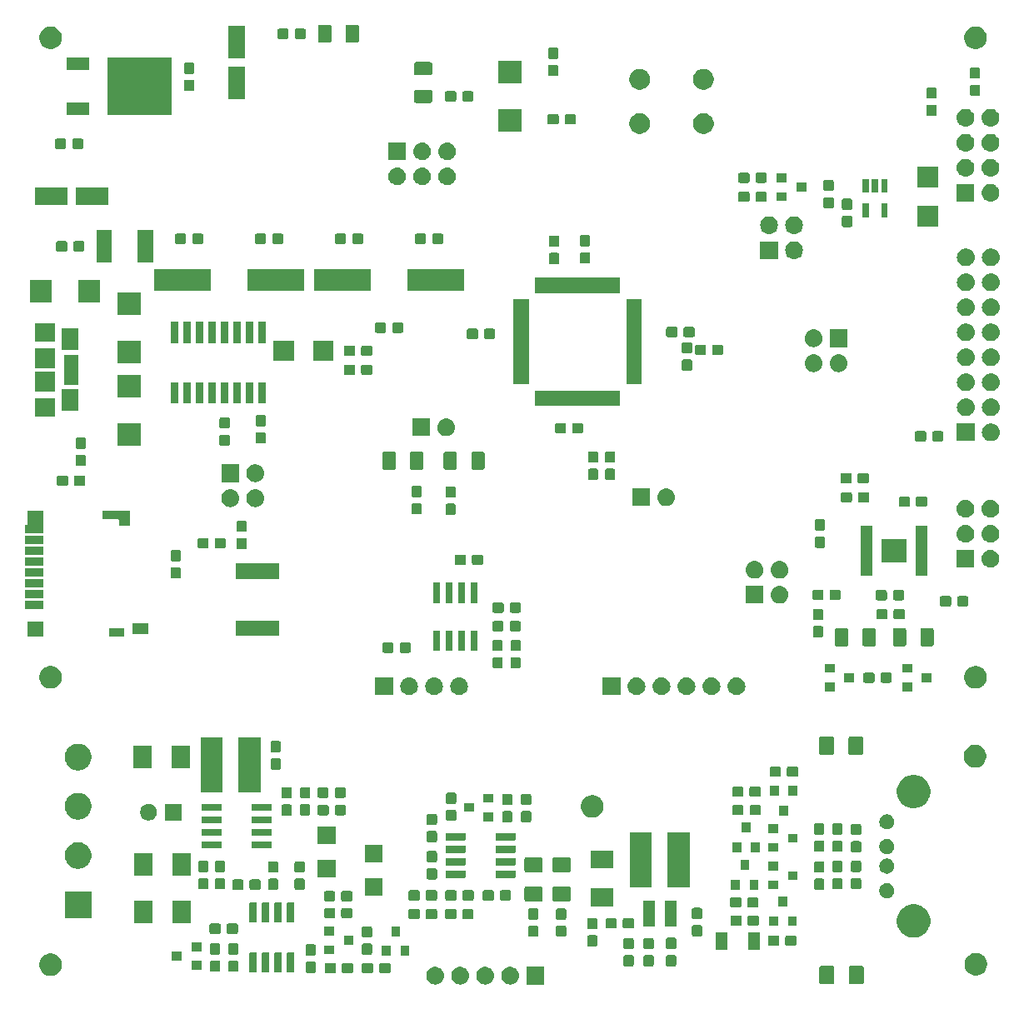
<source format=gbr>
G04 #@! TF.GenerationSoftware,KiCad,Pcbnew,(5.0.0)*
G04 #@! TF.CreationDate,2019-04-16T16:09:12+02:00*
G04 #@! TF.ProjectId,,00000000000000000000000000000000,rev?*
G04 #@! TF.SameCoordinates,Original*
G04 #@! TF.FileFunction,Soldermask,Top*
G04 #@! TF.FilePolarity,Negative*
%FSLAX46Y46*%
G04 Gerber Fmt 4.6, Leading zero omitted, Abs format (unit mm)*
G04 Created by KiCad (PCBNEW (5.0.0)) date 04/16/19 16:09:12*
%MOMM*%
%LPD*%
G01*
G04 APERTURE LIST*
%ADD10C,0.100000*%
G04 APERTURE END LIST*
D10*
G36*
X67217243Y-117367919D02*
X67283427Y-117374437D01*
X67371399Y-117401123D01*
X67453267Y-117425957D01*
X67551557Y-117478495D01*
X67609791Y-117509622D01*
X67645529Y-117538952D01*
X67746986Y-117622214D01*
X67802617Y-117690002D01*
X67859578Y-117759409D01*
X67859579Y-117759411D01*
X67943243Y-117915933D01*
X67953333Y-117949196D01*
X67994763Y-118085773D01*
X68012159Y-118262400D01*
X67994763Y-118439027D01*
X67960416Y-118552253D01*
X67943243Y-118608867D01*
X67869148Y-118747487D01*
X67859578Y-118765391D01*
X67830248Y-118801129D01*
X67746986Y-118902586D01*
X67645529Y-118985848D01*
X67609791Y-119015178D01*
X67609789Y-119015179D01*
X67453267Y-119098843D01*
X67430919Y-119105622D01*
X67283427Y-119150363D01*
X67217243Y-119156881D01*
X67151060Y-119163400D01*
X67062540Y-119163400D01*
X66996357Y-119156881D01*
X66930173Y-119150363D01*
X66782681Y-119105622D01*
X66760333Y-119098843D01*
X66603811Y-119015179D01*
X66603809Y-119015178D01*
X66568071Y-118985848D01*
X66466614Y-118902586D01*
X66383352Y-118801129D01*
X66354022Y-118765391D01*
X66344452Y-118747487D01*
X66270357Y-118608867D01*
X66253184Y-118552253D01*
X66218837Y-118439027D01*
X66201441Y-118262400D01*
X66218837Y-118085773D01*
X66260267Y-117949196D01*
X66270357Y-117915933D01*
X66354021Y-117759411D01*
X66354022Y-117759409D01*
X66410983Y-117690002D01*
X66466614Y-117622214D01*
X66568071Y-117538952D01*
X66603809Y-117509622D01*
X66662043Y-117478495D01*
X66760333Y-117425957D01*
X66842201Y-117401123D01*
X66930173Y-117374437D01*
X66996357Y-117367919D01*
X67062540Y-117361400D01*
X67151060Y-117361400D01*
X67217243Y-117367919D01*
X67217243Y-117367919D01*
G37*
G36*
X69757243Y-117367919D02*
X69823427Y-117374437D01*
X69911399Y-117401123D01*
X69993267Y-117425957D01*
X70091557Y-117478495D01*
X70149791Y-117509622D01*
X70185529Y-117538952D01*
X70286986Y-117622214D01*
X70342617Y-117690002D01*
X70399578Y-117759409D01*
X70399579Y-117759411D01*
X70483243Y-117915933D01*
X70493333Y-117949196D01*
X70534763Y-118085773D01*
X70552159Y-118262400D01*
X70534763Y-118439027D01*
X70500416Y-118552253D01*
X70483243Y-118608867D01*
X70409148Y-118747487D01*
X70399578Y-118765391D01*
X70370248Y-118801129D01*
X70286986Y-118902586D01*
X70185529Y-118985848D01*
X70149791Y-119015178D01*
X70149789Y-119015179D01*
X69993267Y-119098843D01*
X69970919Y-119105622D01*
X69823427Y-119150363D01*
X69757243Y-119156881D01*
X69691060Y-119163400D01*
X69602540Y-119163400D01*
X69536357Y-119156881D01*
X69470173Y-119150363D01*
X69322681Y-119105622D01*
X69300333Y-119098843D01*
X69143811Y-119015179D01*
X69143809Y-119015178D01*
X69108071Y-118985848D01*
X69006614Y-118902586D01*
X68923352Y-118801129D01*
X68894022Y-118765391D01*
X68884452Y-118747487D01*
X68810357Y-118608867D01*
X68793184Y-118552253D01*
X68758837Y-118439027D01*
X68741441Y-118262400D01*
X68758837Y-118085773D01*
X68800267Y-117949196D01*
X68810357Y-117915933D01*
X68894021Y-117759411D01*
X68894022Y-117759409D01*
X68950983Y-117690002D01*
X69006614Y-117622214D01*
X69108071Y-117538952D01*
X69143809Y-117509622D01*
X69202043Y-117478495D01*
X69300333Y-117425957D01*
X69382201Y-117401123D01*
X69470173Y-117374437D01*
X69536357Y-117367919D01*
X69602540Y-117361400D01*
X69691060Y-117361400D01*
X69757243Y-117367919D01*
X69757243Y-117367919D01*
G37*
G36*
X73087800Y-119163400D02*
X71285800Y-119163400D01*
X71285800Y-117361400D01*
X73087800Y-117361400D01*
X73087800Y-119163400D01*
X73087800Y-119163400D01*
G37*
G36*
X64677243Y-117367919D02*
X64743427Y-117374437D01*
X64831399Y-117401123D01*
X64913267Y-117425957D01*
X65011557Y-117478495D01*
X65069791Y-117509622D01*
X65105529Y-117538952D01*
X65206986Y-117622214D01*
X65262617Y-117690002D01*
X65319578Y-117759409D01*
X65319579Y-117759411D01*
X65403243Y-117915933D01*
X65413333Y-117949196D01*
X65454763Y-118085773D01*
X65472159Y-118262400D01*
X65454763Y-118439027D01*
X65420416Y-118552253D01*
X65403243Y-118608867D01*
X65329148Y-118747487D01*
X65319578Y-118765391D01*
X65290248Y-118801129D01*
X65206986Y-118902586D01*
X65105529Y-118985848D01*
X65069791Y-119015178D01*
X65069789Y-119015179D01*
X64913267Y-119098843D01*
X64890919Y-119105622D01*
X64743427Y-119150363D01*
X64677243Y-119156881D01*
X64611060Y-119163400D01*
X64522540Y-119163400D01*
X64456357Y-119156881D01*
X64390173Y-119150363D01*
X64242681Y-119105622D01*
X64220333Y-119098843D01*
X64063811Y-119015179D01*
X64063809Y-119015178D01*
X64028071Y-118985848D01*
X63926614Y-118902586D01*
X63843352Y-118801129D01*
X63814022Y-118765391D01*
X63804452Y-118747487D01*
X63730357Y-118608867D01*
X63713184Y-118552253D01*
X63678837Y-118439027D01*
X63661441Y-118262400D01*
X63678837Y-118085773D01*
X63720267Y-117949196D01*
X63730357Y-117915933D01*
X63814021Y-117759411D01*
X63814022Y-117759409D01*
X63870983Y-117690002D01*
X63926614Y-117622214D01*
X64028071Y-117538952D01*
X64063809Y-117509622D01*
X64122043Y-117478495D01*
X64220333Y-117425957D01*
X64302201Y-117401123D01*
X64390173Y-117374437D01*
X64456357Y-117367919D01*
X64522540Y-117361400D01*
X64611060Y-117361400D01*
X64677243Y-117367919D01*
X64677243Y-117367919D01*
G37*
G36*
X62137243Y-117367919D02*
X62203427Y-117374437D01*
X62291399Y-117401123D01*
X62373267Y-117425957D01*
X62471557Y-117478495D01*
X62529791Y-117509622D01*
X62565529Y-117538952D01*
X62666986Y-117622214D01*
X62722617Y-117690002D01*
X62779578Y-117759409D01*
X62779579Y-117759411D01*
X62863243Y-117915933D01*
X62873333Y-117949196D01*
X62914763Y-118085773D01*
X62932159Y-118262400D01*
X62914763Y-118439027D01*
X62880416Y-118552253D01*
X62863243Y-118608867D01*
X62789148Y-118747487D01*
X62779578Y-118765391D01*
X62750248Y-118801129D01*
X62666986Y-118902586D01*
X62565529Y-118985848D01*
X62529791Y-119015178D01*
X62529789Y-119015179D01*
X62373267Y-119098843D01*
X62350919Y-119105622D01*
X62203427Y-119150363D01*
X62137243Y-119156881D01*
X62071060Y-119163400D01*
X61982540Y-119163400D01*
X61916357Y-119156881D01*
X61850173Y-119150363D01*
X61702681Y-119105622D01*
X61680333Y-119098843D01*
X61523811Y-119015179D01*
X61523809Y-119015178D01*
X61488071Y-118985848D01*
X61386614Y-118902586D01*
X61303352Y-118801129D01*
X61274022Y-118765391D01*
X61264452Y-118747487D01*
X61190357Y-118608867D01*
X61173184Y-118552253D01*
X61138837Y-118439027D01*
X61121441Y-118262400D01*
X61138837Y-118085773D01*
X61180267Y-117949196D01*
X61190357Y-117915933D01*
X61274021Y-117759411D01*
X61274022Y-117759409D01*
X61330983Y-117690002D01*
X61386614Y-117622214D01*
X61488071Y-117538952D01*
X61523809Y-117509622D01*
X61582043Y-117478495D01*
X61680333Y-117425957D01*
X61762201Y-117401123D01*
X61850173Y-117374437D01*
X61916357Y-117367919D01*
X61982540Y-117361400D01*
X62071060Y-117361400D01*
X62137243Y-117367919D01*
X62137243Y-117367919D01*
G37*
G36*
X102452762Y-117289781D02*
X102487677Y-117300373D01*
X102519865Y-117317578D01*
X102548073Y-117340727D01*
X102571222Y-117368935D01*
X102588427Y-117401123D01*
X102599019Y-117436038D01*
X102603200Y-117478495D01*
X102603200Y-118944705D01*
X102599019Y-118987162D01*
X102588427Y-119022077D01*
X102571222Y-119054265D01*
X102548073Y-119082473D01*
X102519865Y-119105622D01*
X102487677Y-119122827D01*
X102452762Y-119133419D01*
X102410305Y-119137600D01*
X101269095Y-119137600D01*
X101226638Y-119133419D01*
X101191723Y-119122827D01*
X101159535Y-119105622D01*
X101131327Y-119082473D01*
X101108178Y-119054265D01*
X101090973Y-119022077D01*
X101080381Y-118987162D01*
X101076200Y-118944705D01*
X101076200Y-117478495D01*
X101080381Y-117436038D01*
X101090973Y-117401123D01*
X101108178Y-117368935D01*
X101131327Y-117340727D01*
X101159535Y-117317578D01*
X101191723Y-117300373D01*
X101226638Y-117289781D01*
X101269095Y-117285600D01*
X102410305Y-117285600D01*
X102452762Y-117289781D01*
X102452762Y-117289781D01*
G37*
G36*
X105427762Y-117289781D02*
X105462677Y-117300373D01*
X105494865Y-117317578D01*
X105523073Y-117340727D01*
X105546222Y-117368935D01*
X105563427Y-117401123D01*
X105574019Y-117436038D01*
X105578200Y-117478495D01*
X105578200Y-118944705D01*
X105574019Y-118987162D01*
X105563427Y-119022077D01*
X105546222Y-119054265D01*
X105523073Y-119082473D01*
X105494865Y-119105622D01*
X105462677Y-119122827D01*
X105427762Y-119133419D01*
X105385305Y-119137600D01*
X104244095Y-119137600D01*
X104201638Y-119133419D01*
X104166723Y-119122827D01*
X104134535Y-119105622D01*
X104106327Y-119082473D01*
X104083178Y-119054265D01*
X104065973Y-119022077D01*
X104055381Y-118987162D01*
X104051200Y-118944705D01*
X104051200Y-117478495D01*
X104055381Y-117436038D01*
X104065973Y-117401123D01*
X104083178Y-117368935D01*
X104106327Y-117340727D01*
X104134535Y-117317578D01*
X104166723Y-117300373D01*
X104201638Y-117289781D01*
X104244095Y-117285600D01*
X105385305Y-117285600D01*
X105427762Y-117289781D01*
X105427762Y-117289781D01*
G37*
G36*
X23297334Y-116038032D02*
X23506802Y-116124796D01*
X23695323Y-116250762D01*
X23855638Y-116411077D01*
X23981604Y-116599598D01*
X24068368Y-116809066D01*
X24112600Y-117031435D01*
X24112600Y-117258165D01*
X24068368Y-117480534D01*
X23981604Y-117690002D01*
X23855638Y-117878523D01*
X23695323Y-118038838D01*
X23506802Y-118164804D01*
X23297334Y-118251568D01*
X23074965Y-118295800D01*
X22848235Y-118295800D01*
X22625866Y-118251568D01*
X22416398Y-118164804D01*
X22227877Y-118038838D01*
X22067562Y-117878523D01*
X21941596Y-117690002D01*
X21854832Y-117480534D01*
X21810600Y-117258165D01*
X21810600Y-117031435D01*
X21854832Y-116809066D01*
X21941596Y-116599598D01*
X22067562Y-116411077D01*
X22227877Y-116250762D01*
X22416398Y-116124796D01*
X22625866Y-116038032D01*
X22848235Y-115993800D01*
X23074965Y-115993800D01*
X23297334Y-116038032D01*
X23297334Y-116038032D01*
G37*
G36*
X117328134Y-115987232D02*
X117537602Y-116073996D01*
X117726123Y-116199962D01*
X117886438Y-116360277D01*
X118012404Y-116548798D01*
X118099168Y-116758266D01*
X118143400Y-116980635D01*
X118143400Y-117207365D01*
X118099168Y-117429734D01*
X118012404Y-117639202D01*
X117886438Y-117827723D01*
X117726123Y-117988038D01*
X117537602Y-118114004D01*
X117328134Y-118200768D01*
X117105765Y-118245000D01*
X116879035Y-118245000D01*
X116656666Y-118200768D01*
X116447198Y-118114004D01*
X116258677Y-117988038D01*
X116098362Y-117827723D01*
X115972396Y-117639202D01*
X115885632Y-117429734D01*
X115841400Y-117207365D01*
X115841400Y-116980635D01*
X115885632Y-116758266D01*
X115972396Y-116548798D01*
X116098362Y-116360277D01*
X116258677Y-116199962D01*
X116447198Y-116073996D01*
X116656666Y-115987232D01*
X116879035Y-115943000D01*
X117105765Y-115943000D01*
X117328134Y-115987232D01*
X117328134Y-115987232D01*
G37*
G36*
X57333299Y-116966145D02*
X57370793Y-116977519D01*
X57405357Y-116995994D01*
X57435647Y-117020853D01*
X57460506Y-117051143D01*
X57478981Y-117085707D01*
X57490355Y-117123201D01*
X57494800Y-117168338D01*
X57494800Y-117807062D01*
X57490355Y-117852199D01*
X57478981Y-117889693D01*
X57460506Y-117924257D01*
X57435647Y-117954547D01*
X57405357Y-117979406D01*
X57370793Y-117997881D01*
X57333299Y-118009255D01*
X57288162Y-118013700D01*
X56549438Y-118013700D01*
X56504301Y-118009255D01*
X56466807Y-117997881D01*
X56432243Y-117979406D01*
X56401953Y-117954547D01*
X56377094Y-117924257D01*
X56358619Y-117889693D01*
X56347245Y-117852199D01*
X56342800Y-117807062D01*
X56342800Y-117168338D01*
X56347245Y-117123201D01*
X56358619Y-117085707D01*
X56377094Y-117051143D01*
X56401953Y-117020853D01*
X56432243Y-116995994D01*
X56466807Y-116977519D01*
X56504301Y-116966145D01*
X56549438Y-116961700D01*
X57288162Y-116961700D01*
X57333299Y-116966145D01*
X57333299Y-116966145D01*
G37*
G36*
X55583299Y-116966145D02*
X55620793Y-116977519D01*
X55655357Y-116995994D01*
X55685647Y-117020853D01*
X55710506Y-117051143D01*
X55728981Y-117085707D01*
X55740355Y-117123201D01*
X55744800Y-117168338D01*
X55744800Y-117807062D01*
X55740355Y-117852199D01*
X55728981Y-117889693D01*
X55710506Y-117924257D01*
X55685647Y-117954547D01*
X55655357Y-117979406D01*
X55620793Y-117997881D01*
X55583299Y-118009255D01*
X55538162Y-118013700D01*
X54799438Y-118013700D01*
X54754301Y-118009255D01*
X54716807Y-117997881D01*
X54682243Y-117979406D01*
X54651953Y-117954547D01*
X54627094Y-117924257D01*
X54608619Y-117889693D01*
X54597245Y-117852199D01*
X54592800Y-117807062D01*
X54592800Y-117168338D01*
X54597245Y-117123201D01*
X54608619Y-117085707D01*
X54627094Y-117051143D01*
X54651953Y-117020853D01*
X54682243Y-116995994D01*
X54716807Y-116977519D01*
X54754301Y-116966145D01*
X54799438Y-116961700D01*
X55538162Y-116961700D01*
X55583299Y-116966145D01*
X55583299Y-116966145D01*
G37*
G36*
X53551299Y-116966145D02*
X53588793Y-116977519D01*
X53623357Y-116995994D01*
X53653647Y-117020853D01*
X53678506Y-117051143D01*
X53696981Y-117085707D01*
X53708355Y-117123201D01*
X53712800Y-117168338D01*
X53712800Y-117807062D01*
X53708355Y-117852199D01*
X53696981Y-117889693D01*
X53678506Y-117924257D01*
X53653647Y-117954547D01*
X53623357Y-117979406D01*
X53588793Y-117997881D01*
X53551299Y-118009255D01*
X53506162Y-118013700D01*
X52767438Y-118013700D01*
X52722301Y-118009255D01*
X52684807Y-117997881D01*
X52650243Y-117979406D01*
X52619953Y-117954547D01*
X52595094Y-117924257D01*
X52576619Y-117889693D01*
X52565245Y-117852199D01*
X52560800Y-117807062D01*
X52560800Y-117168338D01*
X52565245Y-117123201D01*
X52576619Y-117085707D01*
X52595094Y-117051143D01*
X52619953Y-117020853D01*
X52650243Y-116995994D01*
X52684807Y-116977519D01*
X52722301Y-116966145D01*
X52767438Y-116961700D01*
X53506162Y-116961700D01*
X53551299Y-116966145D01*
X53551299Y-116966145D01*
G37*
G36*
X51801299Y-116966145D02*
X51838793Y-116977519D01*
X51873357Y-116995994D01*
X51903647Y-117020853D01*
X51928506Y-117051143D01*
X51946981Y-117085707D01*
X51958355Y-117123201D01*
X51962800Y-117168338D01*
X51962800Y-117807062D01*
X51958355Y-117852199D01*
X51946981Y-117889693D01*
X51928506Y-117924257D01*
X51903647Y-117954547D01*
X51873357Y-117979406D01*
X51838793Y-117997881D01*
X51801299Y-118009255D01*
X51756162Y-118013700D01*
X51017438Y-118013700D01*
X50972301Y-118009255D01*
X50934807Y-117997881D01*
X50900243Y-117979406D01*
X50869953Y-117954547D01*
X50845094Y-117924257D01*
X50826619Y-117889693D01*
X50815245Y-117852199D01*
X50810800Y-117807062D01*
X50810800Y-117168338D01*
X50815245Y-117123201D01*
X50826619Y-117085707D01*
X50845094Y-117051143D01*
X50869953Y-117020853D01*
X50900243Y-116995994D01*
X50934807Y-116977519D01*
X50972301Y-116966145D01*
X51017438Y-116961700D01*
X51756162Y-116961700D01*
X51801299Y-116966145D01*
X51801299Y-116966145D01*
G37*
G36*
X49742099Y-116838645D02*
X49779593Y-116850019D01*
X49814157Y-116868494D01*
X49844447Y-116893353D01*
X49869306Y-116923643D01*
X49887781Y-116958207D01*
X49899155Y-116995701D01*
X49903600Y-117040838D01*
X49903600Y-117779562D01*
X49899155Y-117824699D01*
X49887781Y-117862193D01*
X49869306Y-117896757D01*
X49844447Y-117927047D01*
X49814157Y-117951906D01*
X49779593Y-117970381D01*
X49742099Y-117981755D01*
X49696962Y-117986200D01*
X49058238Y-117986200D01*
X49013101Y-117981755D01*
X48975607Y-117970381D01*
X48941043Y-117951906D01*
X48910753Y-117927047D01*
X48885894Y-117896757D01*
X48867419Y-117862193D01*
X48856045Y-117824699D01*
X48851600Y-117779562D01*
X48851600Y-117040838D01*
X48856045Y-116995701D01*
X48867419Y-116958207D01*
X48885894Y-116923643D01*
X48910753Y-116893353D01*
X48941043Y-116868494D01*
X48975607Y-116850019D01*
X49013101Y-116838645D01*
X49058238Y-116834200D01*
X49696962Y-116834200D01*
X49742099Y-116838645D01*
X49742099Y-116838645D01*
G37*
G36*
X47620467Y-115878204D02*
X47643892Y-115885310D01*
X47665489Y-115896854D01*
X47684414Y-115912386D01*
X47699946Y-115931311D01*
X47711490Y-115952908D01*
X47718596Y-115976333D01*
X47721600Y-116006838D01*
X47721600Y-117820562D01*
X47718596Y-117851067D01*
X47711490Y-117874492D01*
X47699946Y-117896089D01*
X47684414Y-117915014D01*
X47665489Y-117930546D01*
X47643892Y-117942090D01*
X47620467Y-117949196D01*
X47589962Y-117952200D01*
X47101238Y-117952200D01*
X47070733Y-117949196D01*
X47047308Y-117942090D01*
X47025711Y-117930546D01*
X47006786Y-117915014D01*
X46991254Y-117896089D01*
X46979710Y-117874492D01*
X46972604Y-117851067D01*
X46969600Y-117820562D01*
X46969600Y-116006838D01*
X46972604Y-115976333D01*
X46979710Y-115952908D01*
X46991254Y-115931311D01*
X47006786Y-115912386D01*
X47025711Y-115896854D01*
X47047308Y-115885310D01*
X47070733Y-115878204D01*
X47101238Y-115875200D01*
X47589962Y-115875200D01*
X47620467Y-115878204D01*
X47620467Y-115878204D01*
G37*
G36*
X46350467Y-115878204D02*
X46373892Y-115885310D01*
X46395489Y-115896854D01*
X46414414Y-115912386D01*
X46429946Y-115931311D01*
X46441490Y-115952908D01*
X46448596Y-115976333D01*
X46451600Y-116006838D01*
X46451600Y-117820562D01*
X46448596Y-117851067D01*
X46441490Y-117874492D01*
X46429946Y-117896089D01*
X46414414Y-117915014D01*
X46395489Y-117930546D01*
X46373892Y-117942090D01*
X46350467Y-117949196D01*
X46319962Y-117952200D01*
X45831238Y-117952200D01*
X45800733Y-117949196D01*
X45777308Y-117942090D01*
X45755711Y-117930546D01*
X45736786Y-117915014D01*
X45721254Y-117896089D01*
X45709710Y-117874492D01*
X45702604Y-117851067D01*
X45699600Y-117820562D01*
X45699600Y-116006838D01*
X45702604Y-115976333D01*
X45709710Y-115952908D01*
X45721254Y-115931311D01*
X45736786Y-115912386D01*
X45755711Y-115896854D01*
X45777308Y-115885310D01*
X45800733Y-115878204D01*
X45831238Y-115875200D01*
X46319962Y-115875200D01*
X46350467Y-115878204D01*
X46350467Y-115878204D01*
G37*
G36*
X45080467Y-115878204D02*
X45103892Y-115885310D01*
X45125489Y-115896854D01*
X45144414Y-115912386D01*
X45159946Y-115931311D01*
X45171490Y-115952908D01*
X45178596Y-115976333D01*
X45181600Y-116006838D01*
X45181600Y-117820562D01*
X45178596Y-117851067D01*
X45171490Y-117874492D01*
X45159946Y-117896089D01*
X45144414Y-117915014D01*
X45125489Y-117930546D01*
X45103892Y-117942090D01*
X45080467Y-117949196D01*
X45049962Y-117952200D01*
X44561238Y-117952200D01*
X44530733Y-117949196D01*
X44507308Y-117942090D01*
X44485711Y-117930546D01*
X44466786Y-117915014D01*
X44451254Y-117896089D01*
X44439710Y-117874492D01*
X44432604Y-117851067D01*
X44429600Y-117820562D01*
X44429600Y-116006838D01*
X44432604Y-115976333D01*
X44439710Y-115952908D01*
X44451254Y-115931311D01*
X44466786Y-115912386D01*
X44485711Y-115896854D01*
X44507308Y-115885310D01*
X44530733Y-115878204D01*
X44561238Y-115875200D01*
X45049962Y-115875200D01*
X45080467Y-115878204D01*
X45080467Y-115878204D01*
G37*
G36*
X43810467Y-115878204D02*
X43833892Y-115885310D01*
X43855489Y-115896854D01*
X43874414Y-115912386D01*
X43889946Y-115931311D01*
X43901490Y-115952908D01*
X43908596Y-115976333D01*
X43911600Y-116006838D01*
X43911600Y-117820562D01*
X43908596Y-117851067D01*
X43901490Y-117874492D01*
X43889946Y-117896089D01*
X43874414Y-117915014D01*
X43855489Y-117930546D01*
X43833892Y-117942090D01*
X43810467Y-117949196D01*
X43779962Y-117952200D01*
X43291238Y-117952200D01*
X43260733Y-117949196D01*
X43237308Y-117942090D01*
X43215711Y-117930546D01*
X43196786Y-117915014D01*
X43181254Y-117896089D01*
X43169710Y-117874492D01*
X43162604Y-117851067D01*
X43159600Y-117820562D01*
X43159600Y-116006838D01*
X43162604Y-115976333D01*
X43169710Y-115952908D01*
X43181254Y-115931311D01*
X43196786Y-115912386D01*
X43215711Y-115896854D01*
X43237308Y-115885310D01*
X43260733Y-115878204D01*
X43291238Y-115875200D01*
X43779962Y-115875200D01*
X43810467Y-115878204D01*
X43810467Y-115878204D01*
G37*
G36*
X41868099Y-116737045D02*
X41905593Y-116748419D01*
X41940157Y-116766894D01*
X41970447Y-116791753D01*
X41995306Y-116822043D01*
X42013781Y-116856607D01*
X42025155Y-116894101D01*
X42029600Y-116939238D01*
X42029600Y-117677962D01*
X42025155Y-117723099D01*
X42013781Y-117760593D01*
X41995306Y-117795157D01*
X41970447Y-117825447D01*
X41940157Y-117850306D01*
X41905593Y-117868781D01*
X41868099Y-117880155D01*
X41822962Y-117884600D01*
X41184238Y-117884600D01*
X41139101Y-117880155D01*
X41101607Y-117868781D01*
X41067043Y-117850306D01*
X41036753Y-117825447D01*
X41011894Y-117795157D01*
X40993419Y-117760593D01*
X40982045Y-117723099D01*
X40977600Y-117677962D01*
X40977600Y-116939238D01*
X40982045Y-116894101D01*
X40993419Y-116856607D01*
X41011894Y-116822043D01*
X41036753Y-116791753D01*
X41067043Y-116766894D01*
X41101607Y-116748419D01*
X41139101Y-116737045D01*
X41184238Y-116732600D01*
X41822962Y-116732600D01*
X41868099Y-116737045D01*
X41868099Y-116737045D01*
G37*
G36*
X40039299Y-116725645D02*
X40076793Y-116737019D01*
X40111357Y-116755494D01*
X40141647Y-116780353D01*
X40166506Y-116810643D01*
X40184981Y-116845207D01*
X40196355Y-116882701D01*
X40200800Y-116927838D01*
X40200800Y-117666562D01*
X40196355Y-117711699D01*
X40184981Y-117749193D01*
X40166506Y-117783757D01*
X40141647Y-117814047D01*
X40111357Y-117838906D01*
X40076793Y-117857381D01*
X40039299Y-117868755D01*
X39994162Y-117873200D01*
X39355438Y-117873200D01*
X39310301Y-117868755D01*
X39272807Y-117857381D01*
X39238243Y-117838906D01*
X39207953Y-117814047D01*
X39183094Y-117783757D01*
X39164619Y-117749193D01*
X39153245Y-117711699D01*
X39148800Y-117666562D01*
X39148800Y-116927838D01*
X39153245Y-116882701D01*
X39164619Y-116845207D01*
X39183094Y-116810643D01*
X39207953Y-116780353D01*
X39238243Y-116755494D01*
X39272807Y-116737019D01*
X39310301Y-116725645D01*
X39355438Y-116721200D01*
X39994162Y-116721200D01*
X40039299Y-116725645D01*
X40039299Y-116725645D01*
G37*
G36*
X38280200Y-117682200D02*
X37278200Y-117682200D01*
X37278200Y-116780200D01*
X38280200Y-116780200D01*
X38280200Y-117682200D01*
X38280200Y-117682200D01*
G37*
G36*
X84082899Y-116178245D02*
X84120393Y-116189619D01*
X84154957Y-116208094D01*
X84185247Y-116232953D01*
X84210106Y-116263243D01*
X84228581Y-116297807D01*
X84239955Y-116335301D01*
X84244400Y-116380438D01*
X84244400Y-117119162D01*
X84239955Y-117164299D01*
X84228581Y-117201793D01*
X84210106Y-117236357D01*
X84185247Y-117266647D01*
X84154957Y-117291506D01*
X84120393Y-117309981D01*
X84082899Y-117321355D01*
X84037762Y-117325800D01*
X83399038Y-117325800D01*
X83353901Y-117321355D01*
X83316407Y-117309981D01*
X83281843Y-117291506D01*
X83251553Y-117266647D01*
X83226694Y-117236357D01*
X83208219Y-117201793D01*
X83196845Y-117164299D01*
X83192400Y-117119162D01*
X83192400Y-116380438D01*
X83196845Y-116335301D01*
X83208219Y-116297807D01*
X83226694Y-116263243D01*
X83251553Y-116232953D01*
X83281843Y-116208094D01*
X83316407Y-116189619D01*
X83353901Y-116178245D01*
X83399038Y-116173800D01*
X84037762Y-116173800D01*
X84082899Y-116178245D01*
X84082899Y-116178245D01*
G37*
G36*
X82050899Y-116178245D02*
X82088393Y-116189619D01*
X82122957Y-116208094D01*
X82153247Y-116232953D01*
X82178106Y-116263243D01*
X82196581Y-116297807D01*
X82207955Y-116335301D01*
X82212400Y-116380438D01*
X82212400Y-117119162D01*
X82207955Y-117164299D01*
X82196581Y-117201793D01*
X82178106Y-117236357D01*
X82153247Y-117266647D01*
X82122957Y-117291506D01*
X82088393Y-117309981D01*
X82050899Y-117321355D01*
X82005762Y-117325800D01*
X81367038Y-117325800D01*
X81321901Y-117321355D01*
X81284407Y-117309981D01*
X81249843Y-117291506D01*
X81219553Y-117266647D01*
X81194694Y-117236357D01*
X81176219Y-117201793D01*
X81164845Y-117164299D01*
X81160400Y-117119162D01*
X81160400Y-116380438D01*
X81164845Y-116335301D01*
X81176219Y-116297807D01*
X81194694Y-116263243D01*
X81219553Y-116232953D01*
X81249843Y-116208094D01*
X81284407Y-116189619D01*
X81321901Y-116178245D01*
X81367038Y-116173800D01*
X82005762Y-116173800D01*
X82050899Y-116178245D01*
X82050899Y-116178245D01*
G37*
G36*
X86368899Y-116164245D02*
X86406393Y-116175619D01*
X86440957Y-116194094D01*
X86471247Y-116218953D01*
X86496106Y-116249243D01*
X86514581Y-116283807D01*
X86525955Y-116321301D01*
X86530400Y-116366438D01*
X86530400Y-117105162D01*
X86525955Y-117150299D01*
X86514581Y-117187793D01*
X86496106Y-117222357D01*
X86471247Y-117252647D01*
X86440957Y-117277506D01*
X86406393Y-117295981D01*
X86368899Y-117307355D01*
X86323762Y-117311800D01*
X85685038Y-117311800D01*
X85639901Y-117307355D01*
X85602407Y-117295981D01*
X85567843Y-117277506D01*
X85537553Y-117252647D01*
X85512694Y-117222357D01*
X85494219Y-117187793D01*
X85482845Y-117150299D01*
X85478400Y-117105162D01*
X85478400Y-116366438D01*
X85482845Y-116321301D01*
X85494219Y-116283807D01*
X85512694Y-116249243D01*
X85537553Y-116218953D01*
X85567843Y-116194094D01*
X85602407Y-116175619D01*
X85639901Y-116164245D01*
X85685038Y-116159800D01*
X86323762Y-116159800D01*
X86368899Y-116164245D01*
X86368899Y-116164245D01*
G37*
G36*
X36280200Y-116732200D02*
X35278200Y-116732200D01*
X35278200Y-115830200D01*
X36280200Y-115830200D01*
X36280200Y-116732200D01*
X36280200Y-116732200D01*
G37*
G36*
X57527300Y-116258200D02*
X56625300Y-116258200D01*
X56625300Y-115256200D01*
X57527300Y-115256200D01*
X57527300Y-116258200D01*
X57527300Y-116258200D01*
G37*
G36*
X59427300Y-116258200D02*
X58525300Y-116258200D01*
X58525300Y-115256200D01*
X59427300Y-115256200D01*
X59427300Y-116258200D01*
X59427300Y-116258200D01*
G37*
G36*
X49742099Y-115088645D02*
X49779593Y-115100019D01*
X49814157Y-115118494D01*
X49844447Y-115143353D01*
X49869306Y-115173643D01*
X49887781Y-115208207D01*
X49899155Y-115245701D01*
X49903600Y-115290838D01*
X49903600Y-116029562D01*
X49899155Y-116074699D01*
X49887781Y-116112193D01*
X49869306Y-116146757D01*
X49844447Y-116177047D01*
X49814157Y-116201906D01*
X49779593Y-116220381D01*
X49742099Y-116231755D01*
X49696962Y-116236200D01*
X49058238Y-116236200D01*
X49013101Y-116231755D01*
X48975607Y-116220381D01*
X48941043Y-116201906D01*
X48910753Y-116177047D01*
X48885894Y-116146757D01*
X48867419Y-116112193D01*
X48856045Y-116074699D01*
X48851600Y-116029562D01*
X48851600Y-115290838D01*
X48856045Y-115245701D01*
X48867419Y-115208207D01*
X48885894Y-115173643D01*
X48910753Y-115143353D01*
X48941043Y-115118494D01*
X48975607Y-115100019D01*
X49013101Y-115088645D01*
X49058238Y-115084200D01*
X49696962Y-115084200D01*
X49742099Y-115088645D01*
X49742099Y-115088645D01*
G37*
G36*
X55469799Y-114997145D02*
X55507293Y-115008519D01*
X55541857Y-115026994D01*
X55572147Y-115051853D01*
X55597006Y-115082143D01*
X55615481Y-115116707D01*
X55626855Y-115154201D01*
X55631300Y-115199338D01*
X55631300Y-115938062D01*
X55626855Y-115983199D01*
X55615481Y-116020693D01*
X55597006Y-116055257D01*
X55572147Y-116085547D01*
X55541857Y-116110406D01*
X55507293Y-116128881D01*
X55469799Y-116140255D01*
X55424662Y-116144700D01*
X54785938Y-116144700D01*
X54740801Y-116140255D01*
X54703307Y-116128881D01*
X54668743Y-116110406D01*
X54638453Y-116085547D01*
X54613594Y-116055257D01*
X54595119Y-116020693D01*
X54583745Y-115983199D01*
X54579300Y-115938062D01*
X54579300Y-115199338D01*
X54583745Y-115154201D01*
X54595119Y-115116707D01*
X54613594Y-115082143D01*
X54638453Y-115051853D01*
X54668743Y-115026994D01*
X54703307Y-115008519D01*
X54740801Y-114997145D01*
X54785938Y-114992700D01*
X55424662Y-114992700D01*
X55469799Y-114997145D01*
X55469799Y-114997145D01*
G37*
G36*
X41868099Y-114987045D02*
X41905593Y-114998419D01*
X41940157Y-115016894D01*
X41970447Y-115041753D01*
X41995306Y-115072043D01*
X42013781Y-115106607D01*
X42025155Y-115144101D01*
X42029600Y-115189238D01*
X42029600Y-115927962D01*
X42025155Y-115973099D01*
X42013781Y-116010593D01*
X41995306Y-116045157D01*
X41970447Y-116075447D01*
X41940157Y-116100306D01*
X41905593Y-116118781D01*
X41868099Y-116130155D01*
X41822962Y-116134600D01*
X41184238Y-116134600D01*
X41139101Y-116130155D01*
X41101607Y-116118781D01*
X41067043Y-116100306D01*
X41036753Y-116075447D01*
X41011894Y-116045157D01*
X40993419Y-116010593D01*
X40982045Y-115973099D01*
X40977600Y-115927962D01*
X40977600Y-115189238D01*
X40982045Y-115144101D01*
X40993419Y-115106607D01*
X41011894Y-115072043D01*
X41036753Y-115041753D01*
X41067043Y-115016894D01*
X41101607Y-114998419D01*
X41139101Y-114987045D01*
X41184238Y-114982600D01*
X41822962Y-114982600D01*
X41868099Y-114987045D01*
X41868099Y-114987045D01*
G37*
G36*
X40039299Y-114975645D02*
X40076793Y-114987019D01*
X40111357Y-115005494D01*
X40141647Y-115030353D01*
X40166506Y-115060643D01*
X40184981Y-115095207D01*
X40196355Y-115132701D01*
X40200800Y-115177838D01*
X40200800Y-115916562D01*
X40196355Y-115961699D01*
X40184981Y-115999193D01*
X40166506Y-116033757D01*
X40141647Y-116064047D01*
X40111357Y-116088906D01*
X40076793Y-116107381D01*
X40039299Y-116118755D01*
X39994162Y-116123200D01*
X39355438Y-116123200D01*
X39310301Y-116118755D01*
X39272807Y-116107381D01*
X39238243Y-116088906D01*
X39207953Y-116064047D01*
X39183094Y-116033757D01*
X39164619Y-115999193D01*
X39153245Y-115961699D01*
X39148800Y-115916562D01*
X39148800Y-115177838D01*
X39153245Y-115132701D01*
X39164619Y-115095207D01*
X39183094Y-115060643D01*
X39207953Y-115030353D01*
X39238243Y-115005494D01*
X39272807Y-114987019D01*
X39310301Y-114975645D01*
X39355438Y-114971200D01*
X39994162Y-114971200D01*
X40039299Y-114975645D01*
X40039299Y-114975645D01*
G37*
G36*
X51748800Y-116094700D02*
X50746800Y-116094700D01*
X50746800Y-115192700D01*
X51748800Y-115192700D01*
X51748800Y-116094700D01*
X51748800Y-116094700D01*
G37*
G36*
X38280200Y-115782200D02*
X37278200Y-115782200D01*
X37278200Y-114880200D01*
X38280200Y-114880200D01*
X38280200Y-115782200D01*
X38280200Y-115782200D01*
G37*
G36*
X91711800Y-115653200D02*
X90509800Y-115653200D01*
X90509800Y-113901200D01*
X91711800Y-113901200D01*
X91711800Y-115653200D01*
X91711800Y-115653200D01*
G37*
G36*
X95011800Y-115633200D02*
X93809800Y-115633200D01*
X93809800Y-113881200D01*
X95011800Y-113881200D01*
X95011800Y-115633200D01*
X95011800Y-115633200D01*
G37*
G36*
X84082899Y-114428245D02*
X84120393Y-114439619D01*
X84154957Y-114458094D01*
X84185247Y-114482953D01*
X84210106Y-114513243D01*
X84228581Y-114547807D01*
X84239955Y-114585301D01*
X84244400Y-114630438D01*
X84244400Y-115369162D01*
X84239955Y-115414299D01*
X84228581Y-115451793D01*
X84210106Y-115486357D01*
X84185247Y-115516647D01*
X84154957Y-115541506D01*
X84120393Y-115559981D01*
X84082899Y-115571355D01*
X84037762Y-115575800D01*
X83399038Y-115575800D01*
X83353901Y-115571355D01*
X83316407Y-115559981D01*
X83281843Y-115541506D01*
X83251553Y-115516647D01*
X83226694Y-115486357D01*
X83208219Y-115451793D01*
X83196845Y-115414299D01*
X83192400Y-115369162D01*
X83192400Y-114630438D01*
X83196845Y-114585301D01*
X83208219Y-114547807D01*
X83226694Y-114513243D01*
X83251553Y-114482953D01*
X83281843Y-114458094D01*
X83316407Y-114439619D01*
X83353901Y-114428245D01*
X83399038Y-114423800D01*
X84037762Y-114423800D01*
X84082899Y-114428245D01*
X84082899Y-114428245D01*
G37*
G36*
X82050899Y-114428245D02*
X82088393Y-114439619D01*
X82122957Y-114458094D01*
X82153247Y-114482953D01*
X82178106Y-114513243D01*
X82196581Y-114547807D01*
X82207955Y-114585301D01*
X82212400Y-114630438D01*
X82212400Y-115369162D01*
X82207955Y-115414299D01*
X82196581Y-115451793D01*
X82178106Y-115486357D01*
X82153247Y-115516647D01*
X82122957Y-115541506D01*
X82088393Y-115559981D01*
X82050899Y-115571355D01*
X82005762Y-115575800D01*
X81367038Y-115575800D01*
X81321901Y-115571355D01*
X81284407Y-115559981D01*
X81249843Y-115541506D01*
X81219553Y-115516647D01*
X81194694Y-115486357D01*
X81176219Y-115451793D01*
X81164845Y-115414299D01*
X81160400Y-115369162D01*
X81160400Y-114630438D01*
X81164845Y-114585301D01*
X81176219Y-114547807D01*
X81194694Y-114513243D01*
X81219553Y-114482953D01*
X81249843Y-114458094D01*
X81284407Y-114439619D01*
X81321901Y-114428245D01*
X81367038Y-114423800D01*
X82005762Y-114423800D01*
X82050899Y-114428245D01*
X82050899Y-114428245D01*
G37*
G36*
X86368899Y-114414245D02*
X86406393Y-114425619D01*
X86440957Y-114444094D01*
X86471247Y-114468953D01*
X86496106Y-114499243D01*
X86514581Y-114533807D01*
X86525955Y-114571301D01*
X86530400Y-114616438D01*
X86530400Y-115355162D01*
X86525955Y-115400299D01*
X86514581Y-115437793D01*
X86496106Y-115472357D01*
X86471247Y-115502647D01*
X86440957Y-115527506D01*
X86406393Y-115545981D01*
X86368899Y-115557355D01*
X86323762Y-115561800D01*
X85685038Y-115561800D01*
X85639901Y-115557355D01*
X85602407Y-115545981D01*
X85567843Y-115527506D01*
X85537553Y-115502647D01*
X85512694Y-115472357D01*
X85494219Y-115437793D01*
X85482845Y-115400299D01*
X85478400Y-115355162D01*
X85478400Y-114616438D01*
X85482845Y-114571301D01*
X85494219Y-114533807D01*
X85512694Y-114499243D01*
X85537553Y-114468953D01*
X85567843Y-114444094D01*
X85602407Y-114425619D01*
X85639901Y-114414245D01*
X85685038Y-114409800D01*
X86323762Y-114409800D01*
X86368899Y-114414245D01*
X86368899Y-114414245D01*
G37*
G36*
X78367899Y-114160245D02*
X78405393Y-114171619D01*
X78439957Y-114190094D01*
X78470247Y-114214953D01*
X78495106Y-114245243D01*
X78513581Y-114279807D01*
X78524955Y-114317301D01*
X78529400Y-114362438D01*
X78529400Y-115101162D01*
X78524955Y-115146299D01*
X78513581Y-115183793D01*
X78495106Y-115218357D01*
X78470247Y-115248647D01*
X78439957Y-115273506D01*
X78405393Y-115291981D01*
X78367899Y-115303355D01*
X78322762Y-115307800D01*
X77684038Y-115307800D01*
X77638901Y-115303355D01*
X77601407Y-115291981D01*
X77566843Y-115273506D01*
X77536553Y-115248647D01*
X77511694Y-115218357D01*
X77493219Y-115183793D01*
X77481845Y-115146299D01*
X77477400Y-115101162D01*
X77477400Y-114362438D01*
X77481845Y-114317301D01*
X77493219Y-114279807D01*
X77511694Y-114245243D01*
X77536553Y-114214953D01*
X77566843Y-114190094D01*
X77601407Y-114171619D01*
X77638901Y-114160245D01*
X77684038Y-114155800D01*
X78322762Y-114155800D01*
X78367899Y-114160245D01*
X78367899Y-114160245D01*
G37*
G36*
X98596899Y-114184845D02*
X98634393Y-114196219D01*
X98668957Y-114214694D01*
X98699247Y-114239553D01*
X98724106Y-114269843D01*
X98742581Y-114304407D01*
X98753955Y-114341901D01*
X98758400Y-114387038D01*
X98758400Y-115025762D01*
X98753955Y-115070899D01*
X98742581Y-115108393D01*
X98724106Y-115142957D01*
X98699247Y-115173247D01*
X98668957Y-115198106D01*
X98634393Y-115216581D01*
X98596899Y-115227955D01*
X98551762Y-115232400D01*
X97813038Y-115232400D01*
X97767901Y-115227955D01*
X97730407Y-115216581D01*
X97695843Y-115198106D01*
X97665553Y-115173247D01*
X97640694Y-115142957D01*
X97622219Y-115108393D01*
X97610845Y-115070899D01*
X97606400Y-115025762D01*
X97606400Y-114387038D01*
X97610845Y-114341901D01*
X97622219Y-114304407D01*
X97640694Y-114269843D01*
X97665553Y-114239553D01*
X97695843Y-114214694D01*
X97730407Y-114196219D01*
X97767901Y-114184845D01*
X97813038Y-114180400D01*
X98551762Y-114180400D01*
X98596899Y-114184845D01*
X98596899Y-114184845D01*
G37*
G36*
X96846899Y-114184845D02*
X96884393Y-114196219D01*
X96918957Y-114214694D01*
X96949247Y-114239553D01*
X96974106Y-114269843D01*
X96992581Y-114304407D01*
X97003955Y-114341901D01*
X97008400Y-114387038D01*
X97008400Y-115025762D01*
X97003955Y-115070899D01*
X96992581Y-115108393D01*
X96974106Y-115142957D01*
X96949247Y-115173247D01*
X96918957Y-115198106D01*
X96884393Y-115216581D01*
X96846899Y-115227955D01*
X96801762Y-115232400D01*
X96063038Y-115232400D01*
X96017901Y-115227955D01*
X95980407Y-115216581D01*
X95945843Y-115198106D01*
X95915553Y-115173247D01*
X95890694Y-115142957D01*
X95872219Y-115108393D01*
X95860845Y-115070899D01*
X95856400Y-115025762D01*
X95856400Y-114387038D01*
X95860845Y-114341901D01*
X95872219Y-114304407D01*
X95890694Y-114269843D01*
X95915553Y-114239553D01*
X95945843Y-114214694D01*
X95980407Y-114196219D01*
X96017901Y-114184845D01*
X96063038Y-114180400D01*
X96801762Y-114180400D01*
X96846899Y-114184845D01*
X96846899Y-114184845D01*
G37*
G36*
X53748800Y-115144700D02*
X52746800Y-115144700D01*
X52746800Y-114242700D01*
X53748800Y-114242700D01*
X53748800Y-115144700D01*
X53748800Y-115144700D01*
G37*
G36*
X111140897Y-111060576D02*
X111269724Y-111113938D01*
X111451914Y-111189403D01*
X111731827Y-111376435D01*
X111969865Y-111614473D01*
X112156897Y-111894386D01*
X112232362Y-112076576D01*
X112285724Y-112205403D01*
X112314221Y-112348669D01*
X112351400Y-112535577D01*
X112351400Y-112872223D01*
X112350410Y-112877200D01*
X112285724Y-113202397D01*
X112254924Y-113276754D01*
X112156897Y-113513414D01*
X111969865Y-113793327D01*
X111731827Y-114031365D01*
X111451914Y-114218397D01*
X111269724Y-114293862D01*
X111140897Y-114347224D01*
X110981747Y-114378881D01*
X110810723Y-114412900D01*
X110474077Y-114412900D01*
X110303053Y-114378881D01*
X110143903Y-114347224D01*
X110015076Y-114293862D01*
X109832886Y-114218397D01*
X109552973Y-114031365D01*
X109314935Y-113793327D01*
X109127903Y-113513414D01*
X109029876Y-113276754D01*
X108999076Y-113202397D01*
X108934390Y-112877200D01*
X108933400Y-112872223D01*
X108933400Y-112535577D01*
X108970579Y-112348669D01*
X108999076Y-112205403D01*
X109052438Y-112076576D01*
X109127903Y-111894386D01*
X109314935Y-111614473D01*
X109552973Y-111376435D01*
X109832886Y-111189403D01*
X110015076Y-111113938D01*
X110143903Y-111060576D01*
X110474077Y-110994900D01*
X110810723Y-110994900D01*
X111140897Y-111060576D01*
X111140897Y-111060576D01*
G37*
G36*
X55469799Y-113247145D02*
X55507293Y-113258519D01*
X55541857Y-113276994D01*
X55572147Y-113301853D01*
X55597006Y-113332143D01*
X55615481Y-113366707D01*
X55626855Y-113404201D01*
X55631300Y-113449338D01*
X55631300Y-114188062D01*
X55626855Y-114233199D01*
X55615481Y-114270693D01*
X55597006Y-114305257D01*
X55572147Y-114335547D01*
X55541857Y-114360406D01*
X55507293Y-114378881D01*
X55469799Y-114390255D01*
X55424662Y-114394700D01*
X54785938Y-114394700D01*
X54740801Y-114390255D01*
X54703307Y-114378881D01*
X54668743Y-114360406D01*
X54638453Y-114335547D01*
X54613594Y-114305257D01*
X54595119Y-114270693D01*
X54583745Y-114233199D01*
X54579300Y-114188062D01*
X54579300Y-113449338D01*
X54583745Y-113404201D01*
X54595119Y-113366707D01*
X54613594Y-113332143D01*
X54638453Y-113301853D01*
X54668743Y-113276994D01*
X54703307Y-113258519D01*
X54740801Y-113247145D01*
X54785938Y-113242700D01*
X55424662Y-113242700D01*
X55469799Y-113247145D01*
X55469799Y-113247145D01*
G37*
G36*
X72348099Y-113181045D02*
X72385593Y-113192419D01*
X72420157Y-113210894D01*
X72450447Y-113235753D01*
X72475306Y-113266043D01*
X72493781Y-113300607D01*
X72505155Y-113338101D01*
X72509600Y-113383238D01*
X72509600Y-114121962D01*
X72505155Y-114167099D01*
X72493781Y-114204593D01*
X72475306Y-114239157D01*
X72450447Y-114269447D01*
X72420157Y-114294306D01*
X72385593Y-114312781D01*
X72348099Y-114324155D01*
X72302962Y-114328600D01*
X71664238Y-114328600D01*
X71619101Y-114324155D01*
X71581607Y-114312781D01*
X71547043Y-114294306D01*
X71516753Y-114269447D01*
X71491894Y-114239157D01*
X71473419Y-114204593D01*
X71462045Y-114167099D01*
X71457600Y-114121962D01*
X71457600Y-113383238D01*
X71462045Y-113338101D01*
X71473419Y-113300607D01*
X71491894Y-113266043D01*
X71516753Y-113235753D01*
X71547043Y-113210894D01*
X71581607Y-113192419D01*
X71619101Y-113181045D01*
X71664238Y-113176600D01*
X72302962Y-113176600D01*
X72348099Y-113181045D01*
X72348099Y-113181045D01*
G37*
G36*
X75192899Y-113181045D02*
X75230393Y-113192419D01*
X75264957Y-113210894D01*
X75295247Y-113235753D01*
X75320106Y-113266043D01*
X75338581Y-113300607D01*
X75349955Y-113338101D01*
X75354400Y-113383238D01*
X75354400Y-114121962D01*
X75349955Y-114167099D01*
X75338581Y-114204593D01*
X75320106Y-114239157D01*
X75295247Y-114269447D01*
X75264957Y-114294306D01*
X75230393Y-114312781D01*
X75192899Y-114324155D01*
X75147762Y-114328600D01*
X74509038Y-114328600D01*
X74463901Y-114324155D01*
X74426407Y-114312781D01*
X74391843Y-114294306D01*
X74361553Y-114269447D01*
X74336694Y-114239157D01*
X74318219Y-114204593D01*
X74306845Y-114167099D01*
X74302400Y-114121962D01*
X74302400Y-113383238D01*
X74306845Y-113338101D01*
X74318219Y-113300607D01*
X74336694Y-113266043D01*
X74361553Y-113235753D01*
X74391843Y-113210894D01*
X74426407Y-113192419D01*
X74463901Y-113181045D01*
X74509038Y-113176600D01*
X75147762Y-113176600D01*
X75192899Y-113181045D01*
X75192899Y-113181045D01*
G37*
G36*
X89010499Y-113118845D02*
X89047993Y-113130219D01*
X89082557Y-113148694D01*
X89112847Y-113173553D01*
X89137706Y-113203843D01*
X89156181Y-113238407D01*
X89167555Y-113275901D01*
X89172000Y-113321038D01*
X89172000Y-114059762D01*
X89167555Y-114104899D01*
X89156181Y-114142393D01*
X89137706Y-114176957D01*
X89112847Y-114207247D01*
X89082557Y-114232106D01*
X89047993Y-114250581D01*
X89010499Y-114261955D01*
X88965362Y-114266400D01*
X88326638Y-114266400D01*
X88281501Y-114261955D01*
X88244007Y-114250581D01*
X88209443Y-114232106D01*
X88179153Y-114207247D01*
X88154294Y-114176957D01*
X88135819Y-114142393D01*
X88124445Y-114104899D01*
X88120000Y-114059762D01*
X88120000Y-113321038D01*
X88124445Y-113275901D01*
X88135819Y-113238407D01*
X88154294Y-113203843D01*
X88179153Y-113173553D01*
X88209443Y-113148694D01*
X88244007Y-113130219D01*
X88281501Y-113118845D01*
X88326638Y-113114400D01*
X88965362Y-113114400D01*
X89010499Y-113118845D01*
X89010499Y-113118845D01*
G37*
G36*
X58477300Y-114258200D02*
X57575300Y-114258200D01*
X57575300Y-113256200D01*
X58477300Y-113256200D01*
X58477300Y-114258200D01*
X58477300Y-114258200D01*
G37*
G36*
X51748800Y-114194700D02*
X50746800Y-114194700D01*
X50746800Y-113292700D01*
X51748800Y-113292700D01*
X51748800Y-114194700D01*
X51748800Y-114194700D01*
G37*
G36*
X40089299Y-112965645D02*
X40126793Y-112977019D01*
X40161357Y-112995494D01*
X40191647Y-113020353D01*
X40216506Y-113050643D01*
X40234981Y-113085207D01*
X40246355Y-113122701D01*
X40250800Y-113167838D01*
X40250800Y-113806562D01*
X40246355Y-113851699D01*
X40234981Y-113889193D01*
X40216506Y-113923757D01*
X40191647Y-113954047D01*
X40161357Y-113978906D01*
X40126793Y-113997381D01*
X40089299Y-114008755D01*
X40044162Y-114013200D01*
X39305438Y-114013200D01*
X39260301Y-114008755D01*
X39222807Y-113997381D01*
X39188243Y-113978906D01*
X39157953Y-113954047D01*
X39133094Y-113923757D01*
X39114619Y-113889193D01*
X39103245Y-113851699D01*
X39098800Y-113806562D01*
X39098800Y-113167838D01*
X39103245Y-113122701D01*
X39114619Y-113085207D01*
X39133094Y-113050643D01*
X39157953Y-113020353D01*
X39188243Y-112995494D01*
X39222807Y-112977019D01*
X39260301Y-112965645D01*
X39305438Y-112961200D01*
X40044162Y-112961200D01*
X40089299Y-112965645D01*
X40089299Y-112965645D01*
G37*
G36*
X41839299Y-112965645D02*
X41876793Y-112977019D01*
X41911357Y-112995494D01*
X41941647Y-113020353D01*
X41966506Y-113050643D01*
X41984981Y-113085207D01*
X41996355Y-113122701D01*
X42000800Y-113167838D01*
X42000800Y-113806562D01*
X41996355Y-113851699D01*
X41984981Y-113889193D01*
X41966506Y-113923757D01*
X41941647Y-113954047D01*
X41911357Y-113978906D01*
X41876793Y-113997381D01*
X41839299Y-114008755D01*
X41794162Y-114013200D01*
X41055438Y-114013200D01*
X41010301Y-114008755D01*
X40972807Y-113997381D01*
X40938243Y-113978906D01*
X40907953Y-113954047D01*
X40883094Y-113923757D01*
X40864619Y-113889193D01*
X40853245Y-113851699D01*
X40848800Y-113806562D01*
X40848800Y-113167838D01*
X40853245Y-113122701D01*
X40864619Y-113085207D01*
X40883094Y-113050643D01*
X40907953Y-113020353D01*
X40938243Y-112995494D01*
X40972807Y-112977019D01*
X41010301Y-112965645D01*
X41055438Y-112961200D01*
X41794162Y-112961200D01*
X41839299Y-112965645D01*
X41839299Y-112965645D01*
G37*
G36*
X78367899Y-112410245D02*
X78405393Y-112421619D01*
X78439957Y-112440094D01*
X78470247Y-112464953D01*
X78495106Y-112495243D01*
X78513581Y-112529807D01*
X78524955Y-112567301D01*
X78529400Y-112612438D01*
X78529400Y-113351162D01*
X78524955Y-113396299D01*
X78513581Y-113433793D01*
X78495106Y-113468357D01*
X78470247Y-113498647D01*
X78439957Y-113523506D01*
X78405393Y-113541981D01*
X78367899Y-113553355D01*
X78322762Y-113557800D01*
X77684038Y-113557800D01*
X77638901Y-113553355D01*
X77601407Y-113541981D01*
X77566843Y-113523506D01*
X77536553Y-113498647D01*
X77511694Y-113468357D01*
X77493219Y-113433793D01*
X77481845Y-113396299D01*
X77477400Y-113351162D01*
X77477400Y-112612438D01*
X77481845Y-112567301D01*
X77493219Y-112529807D01*
X77511694Y-112495243D01*
X77536553Y-112464953D01*
X77566843Y-112440094D01*
X77601407Y-112421619D01*
X77638901Y-112410245D01*
X77684038Y-112405800D01*
X78322762Y-112405800D01*
X78367899Y-112410245D01*
X78367899Y-112410245D01*
G37*
G36*
X82086899Y-112432245D02*
X82124393Y-112443619D01*
X82158957Y-112462094D01*
X82189247Y-112486953D01*
X82214106Y-112517243D01*
X82232581Y-112551807D01*
X82243955Y-112589301D01*
X82248400Y-112634438D01*
X82248400Y-113273162D01*
X82243955Y-113318299D01*
X82232581Y-113355793D01*
X82214106Y-113390357D01*
X82189247Y-113420647D01*
X82158957Y-113445506D01*
X82124393Y-113463981D01*
X82086899Y-113475355D01*
X82041762Y-113479800D01*
X81303038Y-113479800D01*
X81257901Y-113475355D01*
X81220407Y-113463981D01*
X81185843Y-113445506D01*
X81155553Y-113420647D01*
X81130694Y-113390357D01*
X81112219Y-113355793D01*
X81100845Y-113318299D01*
X81096400Y-113273162D01*
X81096400Y-112634438D01*
X81100845Y-112589301D01*
X81112219Y-112551807D01*
X81130694Y-112517243D01*
X81155553Y-112486953D01*
X81185843Y-112462094D01*
X81220407Y-112443619D01*
X81257901Y-112432245D01*
X81303038Y-112427800D01*
X82041762Y-112427800D01*
X82086899Y-112432245D01*
X82086899Y-112432245D01*
G37*
G36*
X80336899Y-112432245D02*
X80374393Y-112443619D01*
X80408957Y-112462094D01*
X80439247Y-112486953D01*
X80464106Y-112517243D01*
X80482581Y-112551807D01*
X80493955Y-112589301D01*
X80498400Y-112634438D01*
X80498400Y-113273162D01*
X80493955Y-113318299D01*
X80482581Y-113355793D01*
X80464106Y-113390357D01*
X80439247Y-113420647D01*
X80408957Y-113445506D01*
X80374393Y-113463981D01*
X80336899Y-113475355D01*
X80291762Y-113479800D01*
X79553038Y-113479800D01*
X79507901Y-113475355D01*
X79470407Y-113463981D01*
X79435843Y-113445506D01*
X79405553Y-113420647D01*
X79380694Y-113390357D01*
X79362219Y-113355793D01*
X79350845Y-113318299D01*
X79346400Y-113273162D01*
X79346400Y-112634438D01*
X79350845Y-112589301D01*
X79362219Y-112551807D01*
X79380694Y-112517243D01*
X79405553Y-112486953D01*
X79435843Y-112462094D01*
X79470407Y-112443619D01*
X79507901Y-112432245D01*
X79553038Y-112427800D01*
X80291762Y-112427800D01*
X80336899Y-112432245D01*
X80336899Y-112432245D01*
G37*
G36*
X86542400Y-113263800D02*
X85380400Y-113263800D01*
X85380400Y-110611800D01*
X86542400Y-110611800D01*
X86542400Y-113263800D01*
X86542400Y-113263800D01*
G37*
G36*
X84342400Y-113263800D02*
X83180400Y-113263800D01*
X83180400Y-110611800D01*
X84342400Y-110611800D01*
X84342400Y-113263800D01*
X84342400Y-113263800D01*
G37*
G36*
X98771900Y-113222900D02*
X97869900Y-113222900D01*
X97869900Y-112220900D01*
X98771900Y-112220900D01*
X98771900Y-113222900D01*
X98771900Y-113222900D01*
G37*
G36*
X96871900Y-113222900D02*
X95969900Y-113222900D01*
X95969900Y-112220900D01*
X96871900Y-112220900D01*
X96871900Y-113222900D01*
X96871900Y-113222900D01*
G37*
G36*
X93022899Y-112152845D02*
X93060393Y-112164219D01*
X93094957Y-112182694D01*
X93125247Y-112207553D01*
X93150106Y-112237843D01*
X93168581Y-112272407D01*
X93179955Y-112309901D01*
X93184400Y-112355038D01*
X93184400Y-112993762D01*
X93179955Y-113038899D01*
X93168581Y-113076393D01*
X93150106Y-113110957D01*
X93125247Y-113141247D01*
X93094957Y-113166106D01*
X93060393Y-113184581D01*
X93022899Y-113195955D01*
X92977762Y-113200400D01*
X92239038Y-113200400D01*
X92193901Y-113195955D01*
X92156407Y-113184581D01*
X92121843Y-113166106D01*
X92091553Y-113141247D01*
X92066694Y-113110957D01*
X92048219Y-113076393D01*
X92036845Y-113038899D01*
X92032400Y-112993762D01*
X92032400Y-112355038D01*
X92036845Y-112309901D01*
X92048219Y-112272407D01*
X92066694Y-112237843D01*
X92091553Y-112207553D01*
X92121843Y-112182694D01*
X92156407Y-112164219D01*
X92193901Y-112152845D01*
X92239038Y-112148400D01*
X92977762Y-112148400D01*
X93022899Y-112152845D01*
X93022899Y-112152845D01*
G37*
G36*
X94772899Y-112152845D02*
X94810393Y-112164219D01*
X94844957Y-112182694D01*
X94875247Y-112207553D01*
X94900106Y-112237843D01*
X94918581Y-112272407D01*
X94929955Y-112309901D01*
X94934400Y-112355038D01*
X94934400Y-112993762D01*
X94929955Y-113038899D01*
X94918581Y-113076393D01*
X94900106Y-113110957D01*
X94875247Y-113141247D01*
X94844957Y-113166106D01*
X94810393Y-113184581D01*
X94772899Y-113195955D01*
X94727762Y-113200400D01*
X93989038Y-113200400D01*
X93943901Y-113195955D01*
X93906407Y-113184581D01*
X93871843Y-113166106D01*
X93841553Y-113141247D01*
X93816694Y-113110957D01*
X93798219Y-113076393D01*
X93786845Y-113038899D01*
X93782400Y-112993762D01*
X93782400Y-112355038D01*
X93786845Y-112309901D01*
X93798219Y-112272407D01*
X93816694Y-112237843D01*
X93841553Y-112207553D01*
X93871843Y-112182694D01*
X93906407Y-112164219D01*
X93943901Y-112152845D01*
X93989038Y-112148400D01*
X94727762Y-112148400D01*
X94772899Y-112152845D01*
X94772899Y-112152845D01*
G37*
G36*
X37166400Y-112951800D02*
X35344400Y-112951800D01*
X35344400Y-110669800D01*
X37166400Y-110669800D01*
X37166400Y-112951800D01*
X37166400Y-112951800D01*
G37*
G36*
X33286400Y-112951800D02*
X31464400Y-112951800D01*
X31464400Y-110669800D01*
X33286400Y-110669800D01*
X33286400Y-112951800D01*
X33286400Y-112951800D01*
G37*
G36*
X43810467Y-110803204D02*
X43833892Y-110810310D01*
X43855489Y-110821854D01*
X43874414Y-110837386D01*
X43889946Y-110856311D01*
X43901490Y-110877908D01*
X43908596Y-110901333D01*
X43911600Y-110931838D01*
X43911600Y-112745562D01*
X43908596Y-112776067D01*
X43901490Y-112799492D01*
X43889946Y-112821089D01*
X43874414Y-112840014D01*
X43855489Y-112855546D01*
X43833892Y-112867090D01*
X43810467Y-112874196D01*
X43779962Y-112877200D01*
X43291238Y-112877200D01*
X43260733Y-112874196D01*
X43237308Y-112867090D01*
X43215711Y-112855546D01*
X43196786Y-112840014D01*
X43181254Y-112821089D01*
X43169710Y-112799492D01*
X43162604Y-112776067D01*
X43159600Y-112745562D01*
X43159600Y-110931838D01*
X43162604Y-110901333D01*
X43169710Y-110877908D01*
X43181254Y-110856311D01*
X43196786Y-110837386D01*
X43215711Y-110821854D01*
X43237308Y-110810310D01*
X43260733Y-110803204D01*
X43291238Y-110800200D01*
X43779962Y-110800200D01*
X43810467Y-110803204D01*
X43810467Y-110803204D01*
G37*
G36*
X45080467Y-110803204D02*
X45103892Y-110810310D01*
X45125489Y-110821854D01*
X45144414Y-110837386D01*
X45159946Y-110856311D01*
X45171490Y-110877908D01*
X45178596Y-110901333D01*
X45181600Y-110931838D01*
X45181600Y-112745562D01*
X45178596Y-112776067D01*
X45171490Y-112799492D01*
X45159946Y-112821089D01*
X45144414Y-112840014D01*
X45125489Y-112855546D01*
X45103892Y-112867090D01*
X45080467Y-112874196D01*
X45049962Y-112877200D01*
X44561238Y-112877200D01*
X44530733Y-112874196D01*
X44507308Y-112867090D01*
X44485711Y-112855546D01*
X44466786Y-112840014D01*
X44451254Y-112821089D01*
X44439710Y-112799492D01*
X44432604Y-112776067D01*
X44429600Y-112745562D01*
X44429600Y-110931838D01*
X44432604Y-110901333D01*
X44439710Y-110877908D01*
X44451254Y-110856311D01*
X44466786Y-110837386D01*
X44485711Y-110821854D01*
X44507308Y-110810310D01*
X44530733Y-110803204D01*
X44561238Y-110800200D01*
X45049962Y-110800200D01*
X45080467Y-110803204D01*
X45080467Y-110803204D01*
G37*
G36*
X47620467Y-110803204D02*
X47643892Y-110810310D01*
X47665489Y-110821854D01*
X47684414Y-110837386D01*
X47699946Y-110856311D01*
X47711490Y-110877908D01*
X47718596Y-110901333D01*
X47721600Y-110931838D01*
X47721600Y-112745562D01*
X47718596Y-112776067D01*
X47711490Y-112799492D01*
X47699946Y-112821089D01*
X47684414Y-112840014D01*
X47665489Y-112855546D01*
X47643892Y-112867090D01*
X47620467Y-112874196D01*
X47589962Y-112877200D01*
X47101238Y-112877200D01*
X47070733Y-112874196D01*
X47047308Y-112867090D01*
X47025711Y-112855546D01*
X47006786Y-112840014D01*
X46991254Y-112821089D01*
X46979710Y-112799492D01*
X46972604Y-112776067D01*
X46969600Y-112745562D01*
X46969600Y-110931838D01*
X46972604Y-110901333D01*
X46979710Y-110877908D01*
X46991254Y-110856311D01*
X47006786Y-110837386D01*
X47025711Y-110821854D01*
X47047308Y-110810310D01*
X47070733Y-110803204D01*
X47101238Y-110800200D01*
X47589962Y-110800200D01*
X47620467Y-110803204D01*
X47620467Y-110803204D01*
G37*
G36*
X46350467Y-110803204D02*
X46373892Y-110810310D01*
X46395489Y-110821854D01*
X46414414Y-110837386D01*
X46429946Y-110856311D01*
X46441490Y-110877908D01*
X46448596Y-110901333D01*
X46451600Y-110931838D01*
X46451600Y-112745562D01*
X46448596Y-112776067D01*
X46441490Y-112799492D01*
X46429946Y-112821089D01*
X46414414Y-112840014D01*
X46395489Y-112855546D01*
X46373892Y-112867090D01*
X46350467Y-112874196D01*
X46319962Y-112877200D01*
X45831238Y-112877200D01*
X45800733Y-112874196D01*
X45777308Y-112867090D01*
X45755711Y-112855546D01*
X45736786Y-112840014D01*
X45721254Y-112821089D01*
X45709710Y-112799492D01*
X45702604Y-112776067D01*
X45699600Y-112745562D01*
X45699600Y-110931838D01*
X45702604Y-110901333D01*
X45709710Y-110877908D01*
X45721254Y-110856311D01*
X45736786Y-110837386D01*
X45755711Y-110821854D01*
X45777308Y-110810310D01*
X45800733Y-110803204D01*
X45831238Y-110800200D01*
X46319962Y-110800200D01*
X46350467Y-110803204D01*
X46350467Y-110803204D01*
G37*
G36*
X75192899Y-111431045D02*
X75230393Y-111442419D01*
X75264957Y-111460894D01*
X75295247Y-111485753D01*
X75320106Y-111516043D01*
X75338581Y-111550607D01*
X75349955Y-111588101D01*
X75354400Y-111633238D01*
X75354400Y-112371962D01*
X75349955Y-112417099D01*
X75338581Y-112454593D01*
X75320106Y-112489157D01*
X75295247Y-112519447D01*
X75264957Y-112544306D01*
X75230393Y-112562781D01*
X75192899Y-112574155D01*
X75147762Y-112578600D01*
X74509038Y-112578600D01*
X74463901Y-112574155D01*
X74426407Y-112562781D01*
X74391843Y-112544306D01*
X74361553Y-112519447D01*
X74336694Y-112489157D01*
X74318219Y-112454593D01*
X74306845Y-112417099D01*
X74302400Y-112371962D01*
X74302400Y-111633238D01*
X74306845Y-111588101D01*
X74318219Y-111550607D01*
X74336694Y-111516043D01*
X74361553Y-111485753D01*
X74391843Y-111460894D01*
X74426407Y-111442419D01*
X74463901Y-111431045D01*
X74509038Y-111426600D01*
X75147762Y-111426600D01*
X75192899Y-111431045D01*
X75192899Y-111431045D01*
G37*
G36*
X72348099Y-111431045D02*
X72385593Y-111442419D01*
X72420157Y-111460894D01*
X72450447Y-111485753D01*
X72475306Y-111516043D01*
X72493781Y-111550607D01*
X72505155Y-111588101D01*
X72509600Y-111633238D01*
X72509600Y-112371962D01*
X72505155Y-112417099D01*
X72493781Y-112454593D01*
X72475306Y-112489157D01*
X72450447Y-112519447D01*
X72420157Y-112544306D01*
X72385593Y-112562781D01*
X72348099Y-112574155D01*
X72302962Y-112578600D01*
X71664238Y-112578600D01*
X71619101Y-112574155D01*
X71581607Y-112562781D01*
X71547043Y-112544306D01*
X71516753Y-112519447D01*
X71491894Y-112489157D01*
X71473419Y-112454593D01*
X71462045Y-112417099D01*
X71457600Y-112371962D01*
X71457600Y-111633238D01*
X71462045Y-111588101D01*
X71473419Y-111550607D01*
X71491894Y-111516043D01*
X71516753Y-111485753D01*
X71547043Y-111460894D01*
X71581607Y-111442419D01*
X71619101Y-111431045D01*
X71664238Y-111426600D01*
X72302962Y-111426600D01*
X72348099Y-111431045D01*
X72348099Y-111431045D01*
G37*
G36*
X64030099Y-111492445D02*
X64067593Y-111503819D01*
X64102157Y-111522294D01*
X64132447Y-111547153D01*
X64157306Y-111577443D01*
X64175781Y-111612007D01*
X64187155Y-111649501D01*
X64191600Y-111694638D01*
X64191600Y-112333362D01*
X64187155Y-112378499D01*
X64175781Y-112415993D01*
X64157306Y-112450557D01*
X64132447Y-112480847D01*
X64102157Y-112505706D01*
X64067593Y-112524181D01*
X64030099Y-112535555D01*
X63984962Y-112540000D01*
X63246238Y-112540000D01*
X63201101Y-112535555D01*
X63163607Y-112524181D01*
X63129043Y-112505706D01*
X63098753Y-112480847D01*
X63073894Y-112450557D01*
X63055419Y-112415993D01*
X63044045Y-112378499D01*
X63039600Y-112333362D01*
X63039600Y-111694638D01*
X63044045Y-111649501D01*
X63055419Y-111612007D01*
X63073894Y-111577443D01*
X63098753Y-111547153D01*
X63129043Y-111522294D01*
X63163607Y-111503819D01*
X63201101Y-111492445D01*
X63246238Y-111488000D01*
X63984962Y-111488000D01*
X64030099Y-111492445D01*
X64030099Y-111492445D01*
G37*
G36*
X65780099Y-111492445D02*
X65817593Y-111503819D01*
X65852157Y-111522294D01*
X65882447Y-111547153D01*
X65907306Y-111577443D01*
X65925781Y-111612007D01*
X65937155Y-111649501D01*
X65941600Y-111694638D01*
X65941600Y-112333362D01*
X65937155Y-112378499D01*
X65925781Y-112415993D01*
X65907306Y-112450557D01*
X65882447Y-112480847D01*
X65852157Y-112505706D01*
X65817593Y-112524181D01*
X65780099Y-112535555D01*
X65734962Y-112540000D01*
X64996238Y-112540000D01*
X64951101Y-112535555D01*
X64913607Y-112524181D01*
X64879043Y-112505706D01*
X64848753Y-112480847D01*
X64823894Y-112450557D01*
X64805419Y-112415993D01*
X64794045Y-112378499D01*
X64789600Y-112333362D01*
X64789600Y-111694638D01*
X64794045Y-111649501D01*
X64805419Y-111612007D01*
X64823894Y-111577443D01*
X64848753Y-111547153D01*
X64879043Y-111522294D01*
X64913607Y-111503819D01*
X64951101Y-111492445D01*
X64996238Y-111488000D01*
X65734962Y-111488000D01*
X65780099Y-111492445D01*
X65780099Y-111492445D01*
G37*
G36*
X60314797Y-111481042D02*
X60352291Y-111492416D01*
X60386855Y-111510891D01*
X60417145Y-111535750D01*
X60442004Y-111566040D01*
X60460479Y-111600604D01*
X60471853Y-111638098D01*
X60476298Y-111683235D01*
X60476298Y-112321959D01*
X60471853Y-112367096D01*
X60460479Y-112404590D01*
X60442004Y-112439154D01*
X60417145Y-112469444D01*
X60386855Y-112494303D01*
X60352291Y-112512778D01*
X60314797Y-112524152D01*
X60269660Y-112528597D01*
X59530936Y-112528597D01*
X59485799Y-112524152D01*
X59448305Y-112512778D01*
X59413741Y-112494303D01*
X59383451Y-112469444D01*
X59358592Y-112439154D01*
X59340117Y-112404590D01*
X59328743Y-112367096D01*
X59324298Y-112321959D01*
X59324298Y-111683235D01*
X59328743Y-111638098D01*
X59340117Y-111600604D01*
X59358592Y-111566040D01*
X59383451Y-111535750D01*
X59413741Y-111510891D01*
X59448305Y-111492416D01*
X59485799Y-111481042D01*
X59530936Y-111476597D01*
X60269660Y-111476597D01*
X60314797Y-111481042D01*
X60314797Y-111481042D01*
G37*
G36*
X62064797Y-111481042D02*
X62102291Y-111492416D01*
X62136855Y-111510891D01*
X62167145Y-111535750D01*
X62192004Y-111566040D01*
X62210479Y-111600604D01*
X62221853Y-111638098D01*
X62226298Y-111683235D01*
X62226298Y-112321959D01*
X62221853Y-112367096D01*
X62210479Y-112404590D01*
X62192004Y-112439154D01*
X62167145Y-112469444D01*
X62136855Y-112494303D01*
X62102291Y-112512778D01*
X62064797Y-112524152D01*
X62019660Y-112528597D01*
X61280936Y-112528597D01*
X61235799Y-112524152D01*
X61198305Y-112512778D01*
X61163741Y-112494303D01*
X61133451Y-112469444D01*
X61108592Y-112439154D01*
X61090117Y-112404590D01*
X61078743Y-112367096D01*
X61074298Y-112321959D01*
X61074298Y-111683235D01*
X61078743Y-111638098D01*
X61090117Y-111600604D01*
X61108592Y-111566040D01*
X61133451Y-111535750D01*
X61163741Y-111510891D01*
X61198305Y-111492416D01*
X61235799Y-111481042D01*
X61280936Y-111476597D01*
X62019660Y-111476597D01*
X62064797Y-111481042D01*
X62064797Y-111481042D01*
G37*
G36*
X89010499Y-111368845D02*
X89047993Y-111380219D01*
X89082557Y-111398694D01*
X89112847Y-111423553D01*
X89137706Y-111453843D01*
X89156181Y-111488407D01*
X89167555Y-111525901D01*
X89172000Y-111571038D01*
X89172000Y-112309762D01*
X89167555Y-112354899D01*
X89156181Y-112392393D01*
X89137706Y-112426957D01*
X89112847Y-112457247D01*
X89082557Y-112482106D01*
X89047993Y-112500581D01*
X89010499Y-112511955D01*
X88965362Y-112516400D01*
X88326638Y-112516400D01*
X88281501Y-112511955D01*
X88244007Y-112500581D01*
X88209443Y-112482106D01*
X88179153Y-112457247D01*
X88154294Y-112426957D01*
X88135819Y-112392393D01*
X88124445Y-112354899D01*
X88120000Y-112309762D01*
X88120000Y-111571038D01*
X88124445Y-111525901D01*
X88135819Y-111488407D01*
X88154294Y-111453843D01*
X88179153Y-111423553D01*
X88209443Y-111398694D01*
X88244007Y-111380219D01*
X88281501Y-111368845D01*
X88326638Y-111364400D01*
X88965362Y-111364400D01*
X89010499Y-111368845D01*
X89010499Y-111368845D01*
G37*
G36*
X53473799Y-111378145D02*
X53511293Y-111389519D01*
X53545857Y-111407994D01*
X53576147Y-111432853D01*
X53601006Y-111463143D01*
X53619481Y-111497707D01*
X53630855Y-111535201D01*
X53635300Y-111580338D01*
X53635300Y-112219062D01*
X53630855Y-112264199D01*
X53619481Y-112301693D01*
X53601006Y-112336257D01*
X53576147Y-112366547D01*
X53545857Y-112391406D01*
X53511293Y-112409881D01*
X53473799Y-112421255D01*
X53428662Y-112425700D01*
X52689938Y-112425700D01*
X52644801Y-112421255D01*
X52607307Y-112409881D01*
X52572743Y-112391406D01*
X52542453Y-112366547D01*
X52517594Y-112336257D01*
X52499119Y-112301693D01*
X52487745Y-112264199D01*
X52483300Y-112219062D01*
X52483300Y-111580338D01*
X52487745Y-111535201D01*
X52499119Y-111497707D01*
X52517594Y-111463143D01*
X52542453Y-111432853D01*
X52572743Y-111407994D01*
X52607307Y-111389519D01*
X52644801Y-111378145D01*
X52689938Y-111373700D01*
X53428662Y-111373700D01*
X53473799Y-111378145D01*
X53473799Y-111378145D01*
G37*
G36*
X51723799Y-111378145D02*
X51761293Y-111389519D01*
X51795857Y-111407994D01*
X51826147Y-111432853D01*
X51851006Y-111463143D01*
X51869481Y-111497707D01*
X51880855Y-111535201D01*
X51885300Y-111580338D01*
X51885300Y-112219062D01*
X51880855Y-112264199D01*
X51869481Y-112301693D01*
X51851006Y-112336257D01*
X51826147Y-112366547D01*
X51795857Y-112391406D01*
X51761293Y-112409881D01*
X51723799Y-112421255D01*
X51678662Y-112425700D01*
X50939938Y-112425700D01*
X50894801Y-112421255D01*
X50857307Y-112409881D01*
X50822743Y-112391406D01*
X50792453Y-112366547D01*
X50767594Y-112336257D01*
X50749119Y-112301693D01*
X50737745Y-112264199D01*
X50733300Y-112219062D01*
X50733300Y-111580338D01*
X50737745Y-111535201D01*
X50749119Y-111497707D01*
X50767594Y-111463143D01*
X50792453Y-111432853D01*
X50822743Y-111407994D01*
X50857307Y-111389519D01*
X50894801Y-111378145D01*
X50939938Y-111373700D01*
X51678662Y-111373700D01*
X51723799Y-111378145D01*
X51723799Y-111378145D01*
G37*
G36*
X27106600Y-112399800D02*
X24404600Y-112399800D01*
X24404600Y-109697800D01*
X27106600Y-109697800D01*
X27106600Y-112399800D01*
X27106600Y-112399800D01*
G37*
G36*
X92987399Y-110311345D02*
X93024893Y-110322719D01*
X93059457Y-110341194D01*
X93089747Y-110366053D01*
X93114606Y-110396343D01*
X93133081Y-110430907D01*
X93144455Y-110468401D01*
X93148900Y-110513538D01*
X93148900Y-111152262D01*
X93144455Y-111197399D01*
X93133081Y-111234893D01*
X93114606Y-111269457D01*
X93089747Y-111299747D01*
X93059457Y-111324606D01*
X93024893Y-111343081D01*
X92987399Y-111354455D01*
X92942262Y-111358900D01*
X92203538Y-111358900D01*
X92158401Y-111354455D01*
X92120907Y-111343081D01*
X92086343Y-111324606D01*
X92056053Y-111299747D01*
X92031194Y-111269457D01*
X92012719Y-111234893D01*
X92001345Y-111197399D01*
X91996900Y-111152262D01*
X91996900Y-110513538D01*
X92001345Y-110468401D01*
X92012719Y-110430907D01*
X92031194Y-110396343D01*
X92056053Y-110366053D01*
X92086343Y-110341194D01*
X92120907Y-110322719D01*
X92158401Y-110311345D01*
X92203538Y-110306900D01*
X92942262Y-110306900D01*
X92987399Y-110311345D01*
X92987399Y-110311345D01*
G37*
G36*
X94737399Y-110311345D02*
X94774893Y-110322719D01*
X94809457Y-110341194D01*
X94839747Y-110366053D01*
X94864606Y-110396343D01*
X94883081Y-110430907D01*
X94894455Y-110468401D01*
X94898900Y-110513538D01*
X94898900Y-111152262D01*
X94894455Y-111197399D01*
X94883081Y-111234893D01*
X94864606Y-111269457D01*
X94839747Y-111299747D01*
X94809457Y-111324606D01*
X94774893Y-111343081D01*
X94737399Y-111354455D01*
X94692262Y-111358900D01*
X93953538Y-111358900D01*
X93908401Y-111354455D01*
X93870907Y-111343081D01*
X93836343Y-111324606D01*
X93806053Y-111299747D01*
X93781194Y-111269457D01*
X93762719Y-111234893D01*
X93751345Y-111197399D01*
X93746900Y-111152262D01*
X93746900Y-110513538D01*
X93751345Y-110468401D01*
X93762719Y-110430907D01*
X93781194Y-110396343D01*
X93806053Y-110366053D01*
X93836343Y-110341194D01*
X93870907Y-110322719D01*
X93908401Y-110311345D01*
X93953538Y-110306900D01*
X94692262Y-110306900D01*
X94737399Y-110311345D01*
X94737399Y-110311345D01*
G37*
G36*
X80160400Y-111232800D02*
X77878400Y-111232800D01*
X77878400Y-109410800D01*
X80160400Y-109410800D01*
X80160400Y-111232800D01*
X80160400Y-111232800D01*
G37*
G36*
X97821900Y-111222900D02*
X96919900Y-111222900D01*
X96919900Y-110220900D01*
X97821900Y-110220900D01*
X97821900Y-111222900D01*
X97821900Y-111222900D01*
G37*
G36*
X75654762Y-109222681D02*
X75689677Y-109233273D01*
X75721865Y-109250478D01*
X75750073Y-109273627D01*
X75773222Y-109301835D01*
X75790427Y-109334023D01*
X75801019Y-109368938D01*
X75805200Y-109411395D01*
X75805200Y-110552605D01*
X75801019Y-110595062D01*
X75790427Y-110629977D01*
X75773222Y-110662165D01*
X75750073Y-110690373D01*
X75721865Y-110713522D01*
X75689677Y-110730727D01*
X75654762Y-110741319D01*
X75612305Y-110745500D01*
X74146095Y-110745500D01*
X74103638Y-110741319D01*
X74068723Y-110730727D01*
X74036535Y-110713522D01*
X74008327Y-110690373D01*
X73985178Y-110662165D01*
X73967973Y-110629977D01*
X73957381Y-110595062D01*
X73953200Y-110552605D01*
X73953200Y-109411395D01*
X73957381Y-109368938D01*
X73967973Y-109334023D01*
X73985178Y-109301835D01*
X74008327Y-109273627D01*
X74036535Y-109250478D01*
X74068723Y-109233273D01*
X74103638Y-109222681D01*
X74146095Y-109218500D01*
X75612305Y-109218500D01*
X75654762Y-109222681D01*
X75654762Y-109222681D01*
G37*
G36*
X72809962Y-109222681D02*
X72844877Y-109233273D01*
X72877065Y-109250478D01*
X72905273Y-109273627D01*
X72928422Y-109301835D01*
X72945627Y-109334023D01*
X72956219Y-109368938D01*
X72960400Y-109411395D01*
X72960400Y-110552605D01*
X72956219Y-110595062D01*
X72945627Y-110629977D01*
X72928422Y-110662165D01*
X72905273Y-110690373D01*
X72877065Y-110713522D01*
X72844877Y-110730727D01*
X72809962Y-110741319D01*
X72767505Y-110745500D01*
X71301295Y-110745500D01*
X71258838Y-110741319D01*
X71223923Y-110730727D01*
X71191735Y-110713522D01*
X71163527Y-110690373D01*
X71140378Y-110662165D01*
X71123173Y-110629977D01*
X71112581Y-110595062D01*
X71108400Y-110552605D01*
X71108400Y-109411395D01*
X71112581Y-109368938D01*
X71123173Y-109334023D01*
X71140378Y-109301835D01*
X71163527Y-109273627D01*
X71191735Y-109250478D01*
X71223923Y-109233273D01*
X71258838Y-109222681D01*
X71301295Y-109218500D01*
X72767505Y-109218500D01*
X72809962Y-109222681D01*
X72809962Y-109222681D01*
G37*
G36*
X53459799Y-109663645D02*
X53497293Y-109675019D01*
X53531857Y-109693494D01*
X53562147Y-109718353D01*
X53587006Y-109748643D01*
X53605481Y-109783207D01*
X53616855Y-109820701D01*
X53621300Y-109865838D01*
X53621300Y-110504562D01*
X53616855Y-110549699D01*
X53605481Y-110587193D01*
X53587006Y-110621757D01*
X53562147Y-110652047D01*
X53531857Y-110676906D01*
X53497293Y-110695381D01*
X53459799Y-110706755D01*
X53414662Y-110711200D01*
X52675938Y-110711200D01*
X52630801Y-110706755D01*
X52593307Y-110695381D01*
X52558743Y-110676906D01*
X52528453Y-110652047D01*
X52503594Y-110621757D01*
X52485119Y-110587193D01*
X52473745Y-110549699D01*
X52469300Y-110504562D01*
X52469300Y-109865838D01*
X52473745Y-109820701D01*
X52485119Y-109783207D01*
X52503594Y-109748643D01*
X52528453Y-109718353D01*
X52558743Y-109693494D01*
X52593307Y-109675019D01*
X52630801Y-109663645D01*
X52675938Y-109659200D01*
X53414662Y-109659200D01*
X53459799Y-109663645D01*
X53459799Y-109663645D01*
G37*
G36*
X51709799Y-109663645D02*
X51747293Y-109675019D01*
X51781857Y-109693494D01*
X51812147Y-109718353D01*
X51837006Y-109748643D01*
X51855481Y-109783207D01*
X51866855Y-109820701D01*
X51871300Y-109865838D01*
X51871300Y-110504562D01*
X51866855Y-110549699D01*
X51855481Y-110587193D01*
X51837006Y-110621757D01*
X51812147Y-110652047D01*
X51781857Y-110676906D01*
X51747293Y-110695381D01*
X51709799Y-110706755D01*
X51664662Y-110711200D01*
X50925938Y-110711200D01*
X50880801Y-110706755D01*
X50843307Y-110695381D01*
X50808743Y-110676906D01*
X50778453Y-110652047D01*
X50753594Y-110621757D01*
X50735119Y-110587193D01*
X50723745Y-110549699D01*
X50719300Y-110504562D01*
X50719300Y-109865838D01*
X50723745Y-109820701D01*
X50735119Y-109783207D01*
X50753594Y-109748643D01*
X50778453Y-109718353D01*
X50808743Y-109693494D01*
X50843307Y-109675019D01*
X50880801Y-109663645D01*
X50925938Y-109659200D01*
X51664662Y-109659200D01*
X51709799Y-109663645D01*
X51709799Y-109663645D01*
G37*
G36*
X65794099Y-109587445D02*
X65831593Y-109598819D01*
X65866157Y-109617294D01*
X65896447Y-109642153D01*
X65921306Y-109672443D01*
X65939781Y-109707007D01*
X65951155Y-109744501D01*
X65955600Y-109789638D01*
X65955600Y-110428362D01*
X65951155Y-110473499D01*
X65939781Y-110510993D01*
X65921306Y-110545557D01*
X65896447Y-110575847D01*
X65866157Y-110600706D01*
X65831593Y-110619181D01*
X65794099Y-110630555D01*
X65748962Y-110635000D01*
X65010238Y-110635000D01*
X64965101Y-110630555D01*
X64927607Y-110619181D01*
X64893043Y-110600706D01*
X64862753Y-110575847D01*
X64837894Y-110545557D01*
X64819419Y-110510993D01*
X64808045Y-110473499D01*
X64803600Y-110428362D01*
X64803600Y-109789638D01*
X64808045Y-109744501D01*
X64819419Y-109707007D01*
X64837894Y-109672443D01*
X64862753Y-109642153D01*
X64893043Y-109617294D01*
X64927607Y-109598819D01*
X64965101Y-109587445D01*
X65010238Y-109583000D01*
X65748962Y-109583000D01*
X65794099Y-109587445D01*
X65794099Y-109587445D01*
G37*
G36*
X64044099Y-109587445D02*
X64081593Y-109598819D01*
X64116157Y-109617294D01*
X64146447Y-109642153D01*
X64171306Y-109672443D01*
X64189781Y-109707007D01*
X64201155Y-109744501D01*
X64205600Y-109789638D01*
X64205600Y-110428362D01*
X64201155Y-110473499D01*
X64189781Y-110510993D01*
X64171306Y-110545557D01*
X64146447Y-110575847D01*
X64116157Y-110600706D01*
X64081593Y-110619181D01*
X64044099Y-110630555D01*
X63998962Y-110635000D01*
X63260238Y-110635000D01*
X63215101Y-110630555D01*
X63177607Y-110619181D01*
X63143043Y-110600706D01*
X63112753Y-110575847D01*
X63087894Y-110545557D01*
X63069419Y-110510993D01*
X63058045Y-110473499D01*
X63053600Y-110428362D01*
X63053600Y-109789638D01*
X63058045Y-109744501D01*
X63069419Y-109707007D01*
X63087894Y-109672443D01*
X63112753Y-109642153D01*
X63143043Y-109617294D01*
X63177607Y-109598819D01*
X63215101Y-109587445D01*
X63260238Y-109583000D01*
X63998962Y-109583000D01*
X64044099Y-109587445D01*
X64044099Y-109587445D01*
G37*
G36*
X67840099Y-109587445D02*
X67877593Y-109598819D01*
X67912157Y-109617294D01*
X67942447Y-109642153D01*
X67967306Y-109672443D01*
X67985781Y-109707007D01*
X67997155Y-109744501D01*
X68001600Y-109789638D01*
X68001600Y-110428362D01*
X67997155Y-110473499D01*
X67985781Y-110510993D01*
X67967306Y-110545557D01*
X67942447Y-110575847D01*
X67912157Y-110600706D01*
X67877593Y-110619181D01*
X67840099Y-110630555D01*
X67794962Y-110635000D01*
X67056238Y-110635000D01*
X67011101Y-110630555D01*
X66973607Y-110619181D01*
X66939043Y-110600706D01*
X66908753Y-110575847D01*
X66883894Y-110545557D01*
X66865419Y-110510993D01*
X66854045Y-110473499D01*
X66849600Y-110428362D01*
X66849600Y-109789638D01*
X66854045Y-109744501D01*
X66865419Y-109707007D01*
X66883894Y-109672443D01*
X66908753Y-109642153D01*
X66939043Y-109617294D01*
X66973607Y-109598819D01*
X67011101Y-109587445D01*
X67056238Y-109583000D01*
X67794962Y-109583000D01*
X67840099Y-109587445D01*
X67840099Y-109587445D01*
G37*
G36*
X69590099Y-109587445D02*
X69627593Y-109598819D01*
X69662157Y-109617294D01*
X69692447Y-109642153D01*
X69717306Y-109672443D01*
X69735781Y-109707007D01*
X69747155Y-109744501D01*
X69751600Y-109789638D01*
X69751600Y-110428362D01*
X69747155Y-110473499D01*
X69735781Y-110510993D01*
X69717306Y-110545557D01*
X69692447Y-110575847D01*
X69662157Y-110600706D01*
X69627593Y-110619181D01*
X69590099Y-110630555D01*
X69544962Y-110635000D01*
X68806238Y-110635000D01*
X68761101Y-110630555D01*
X68723607Y-110619181D01*
X68689043Y-110600706D01*
X68658753Y-110575847D01*
X68633894Y-110545557D01*
X68615419Y-110510993D01*
X68604045Y-110473499D01*
X68599600Y-110428362D01*
X68599600Y-109789638D01*
X68604045Y-109744501D01*
X68615419Y-109707007D01*
X68633894Y-109672443D01*
X68658753Y-109642153D01*
X68689043Y-109617294D01*
X68723607Y-109598819D01*
X68761101Y-109587445D01*
X68806238Y-109583000D01*
X69544962Y-109583000D01*
X69590099Y-109587445D01*
X69590099Y-109587445D01*
G37*
G36*
X60314797Y-109576042D02*
X60352291Y-109587416D01*
X60386855Y-109605891D01*
X60417145Y-109630750D01*
X60442004Y-109661040D01*
X60460479Y-109695604D01*
X60471853Y-109733098D01*
X60476298Y-109778235D01*
X60476298Y-110416959D01*
X60471853Y-110462096D01*
X60460479Y-110499590D01*
X60442004Y-110534154D01*
X60417145Y-110564444D01*
X60386855Y-110589303D01*
X60352291Y-110607778D01*
X60314797Y-110619152D01*
X60269660Y-110623597D01*
X59530936Y-110623597D01*
X59485799Y-110619152D01*
X59448305Y-110607778D01*
X59413741Y-110589303D01*
X59383451Y-110564444D01*
X59358592Y-110534154D01*
X59340117Y-110499590D01*
X59328743Y-110462096D01*
X59324298Y-110416959D01*
X59324298Y-109778235D01*
X59328743Y-109733098D01*
X59340117Y-109695604D01*
X59358592Y-109661040D01*
X59383451Y-109630750D01*
X59413741Y-109605891D01*
X59448305Y-109587416D01*
X59485799Y-109576042D01*
X59530936Y-109571597D01*
X60269660Y-109571597D01*
X60314797Y-109576042D01*
X60314797Y-109576042D01*
G37*
G36*
X62064797Y-109576042D02*
X62102291Y-109587416D01*
X62136855Y-109605891D01*
X62167145Y-109630750D01*
X62192004Y-109661040D01*
X62210479Y-109695604D01*
X62221853Y-109733098D01*
X62226298Y-109778235D01*
X62226298Y-110416959D01*
X62221853Y-110462096D01*
X62210479Y-110499590D01*
X62192004Y-110534154D01*
X62167145Y-110564444D01*
X62136855Y-110589303D01*
X62102291Y-110607778D01*
X62064797Y-110619152D01*
X62019660Y-110623597D01*
X61280936Y-110623597D01*
X61235799Y-110619152D01*
X61198305Y-110607778D01*
X61163741Y-110589303D01*
X61133451Y-110564444D01*
X61108592Y-110534154D01*
X61090117Y-110499590D01*
X61078743Y-110462096D01*
X61074298Y-110416959D01*
X61074298Y-109778235D01*
X61078743Y-109733098D01*
X61090117Y-109695604D01*
X61108592Y-109661040D01*
X61133451Y-109630750D01*
X61163741Y-109605891D01*
X61198305Y-109587416D01*
X61235799Y-109576042D01*
X61280936Y-109571597D01*
X62019660Y-109571597D01*
X62064797Y-109576042D01*
X62064797Y-109576042D01*
G37*
G36*
X108155542Y-108898298D02*
X108294764Y-108955965D01*
X108420059Y-109039685D01*
X108526615Y-109146241D01*
X108610335Y-109271536D01*
X108668002Y-109410758D01*
X108697400Y-109558554D01*
X108697400Y-109709246D01*
X108668002Y-109857042D01*
X108610335Y-109996264D01*
X108526615Y-110121559D01*
X108420059Y-110228115D01*
X108294764Y-110311835D01*
X108155542Y-110369502D01*
X108007746Y-110398900D01*
X107857054Y-110398900D01*
X107709258Y-110369502D01*
X107570036Y-110311835D01*
X107444741Y-110228115D01*
X107338185Y-110121559D01*
X107254465Y-109996264D01*
X107196798Y-109857042D01*
X107167400Y-109709246D01*
X107167400Y-109558554D01*
X107196798Y-109410758D01*
X107254465Y-109271536D01*
X107338185Y-109146241D01*
X107444741Y-109039685D01*
X107570036Y-108955965D01*
X107709258Y-108898298D01*
X107857054Y-108868900D01*
X108007746Y-108868900D01*
X108155542Y-108898298D01*
X108155542Y-108898298D01*
G37*
G36*
X56669400Y-110144600D02*
X54887400Y-110144600D01*
X54887400Y-108342600D01*
X56669400Y-108342600D01*
X56669400Y-110144600D01*
X56669400Y-110144600D01*
G37*
G36*
X101418399Y-108405845D02*
X101455893Y-108417219D01*
X101490457Y-108435694D01*
X101520747Y-108460553D01*
X101545606Y-108490843D01*
X101564081Y-108525407D01*
X101575455Y-108562901D01*
X101579900Y-108608038D01*
X101579900Y-109346762D01*
X101575455Y-109391899D01*
X101564081Y-109429393D01*
X101545606Y-109463957D01*
X101520747Y-109494247D01*
X101490457Y-109519106D01*
X101455893Y-109537581D01*
X101418399Y-109548955D01*
X101373262Y-109553400D01*
X100734538Y-109553400D01*
X100689401Y-109548955D01*
X100651907Y-109537581D01*
X100617343Y-109519106D01*
X100587053Y-109494247D01*
X100562194Y-109463957D01*
X100543719Y-109429393D01*
X100532345Y-109391899D01*
X100527900Y-109346762D01*
X100527900Y-108608038D01*
X100532345Y-108562901D01*
X100543719Y-108525407D01*
X100562194Y-108490843D01*
X100587053Y-108460553D01*
X100617343Y-108435694D01*
X100651907Y-108417219D01*
X100689401Y-108405845D01*
X100734538Y-108401400D01*
X101373262Y-108401400D01*
X101418399Y-108405845D01*
X101418399Y-108405845D01*
G37*
G36*
X45932099Y-108405845D02*
X45969593Y-108417219D01*
X46004157Y-108435694D01*
X46034447Y-108460553D01*
X46059306Y-108490843D01*
X46077781Y-108525407D01*
X46089155Y-108562901D01*
X46093600Y-108608038D01*
X46093600Y-109346762D01*
X46089155Y-109391899D01*
X46077781Y-109429393D01*
X46059306Y-109463957D01*
X46034447Y-109494247D01*
X46004157Y-109519106D01*
X45969593Y-109537581D01*
X45932099Y-109548955D01*
X45886962Y-109553400D01*
X45248238Y-109553400D01*
X45203101Y-109548955D01*
X45165607Y-109537581D01*
X45131043Y-109519106D01*
X45100753Y-109494247D01*
X45075894Y-109463957D01*
X45057419Y-109429393D01*
X45046045Y-109391899D01*
X45041600Y-109346762D01*
X45041600Y-108608038D01*
X45046045Y-108562901D01*
X45057419Y-108525407D01*
X45075894Y-108490843D01*
X45100753Y-108460553D01*
X45131043Y-108435694D01*
X45165607Y-108417219D01*
X45203101Y-108405845D01*
X45248238Y-108401400D01*
X45886962Y-108401400D01*
X45932099Y-108405845D01*
X45932099Y-108405845D01*
G37*
G36*
X48624499Y-108394445D02*
X48661993Y-108405819D01*
X48696557Y-108424294D01*
X48726847Y-108449153D01*
X48751706Y-108479443D01*
X48770181Y-108514007D01*
X48781555Y-108551501D01*
X48786000Y-108596638D01*
X48786000Y-109335362D01*
X48781555Y-109380499D01*
X48770181Y-109417993D01*
X48751706Y-109452557D01*
X48726847Y-109482847D01*
X48696557Y-109507706D01*
X48661993Y-109526181D01*
X48624499Y-109537555D01*
X48579362Y-109542000D01*
X47940638Y-109542000D01*
X47895501Y-109537555D01*
X47858007Y-109526181D01*
X47823443Y-109507706D01*
X47793153Y-109482847D01*
X47768294Y-109452557D01*
X47749819Y-109417993D01*
X47738445Y-109380499D01*
X47734000Y-109335362D01*
X47734000Y-108596638D01*
X47738445Y-108551501D01*
X47749819Y-108514007D01*
X47768294Y-108479443D01*
X47793153Y-108449153D01*
X47823443Y-108424294D01*
X47858007Y-108405819D01*
X47895501Y-108394445D01*
X47940638Y-108390000D01*
X48579362Y-108390000D01*
X48624499Y-108394445D01*
X48624499Y-108394445D01*
G37*
G36*
X42403299Y-108492645D02*
X42440793Y-108504019D01*
X42475357Y-108522494D01*
X42505647Y-108547353D01*
X42530506Y-108577643D01*
X42548981Y-108612207D01*
X42560355Y-108649701D01*
X42564800Y-108694838D01*
X42564800Y-109333562D01*
X42560355Y-109378699D01*
X42548981Y-109416193D01*
X42530506Y-109450757D01*
X42505647Y-109481047D01*
X42475357Y-109505906D01*
X42440793Y-109524381D01*
X42403299Y-109535755D01*
X42358162Y-109540200D01*
X41619438Y-109540200D01*
X41574301Y-109535755D01*
X41536807Y-109524381D01*
X41502243Y-109505906D01*
X41471953Y-109481047D01*
X41447094Y-109450757D01*
X41428619Y-109416193D01*
X41417245Y-109378699D01*
X41412800Y-109333562D01*
X41412800Y-108694838D01*
X41417245Y-108649701D01*
X41428619Y-108612207D01*
X41447094Y-108577643D01*
X41471953Y-108547353D01*
X41502243Y-108522494D01*
X41536807Y-108504019D01*
X41574301Y-108492645D01*
X41619438Y-108488200D01*
X42358162Y-108488200D01*
X42403299Y-108492645D01*
X42403299Y-108492645D01*
G37*
G36*
X44153299Y-108492645D02*
X44190793Y-108504019D01*
X44225357Y-108522494D01*
X44255647Y-108547353D01*
X44280506Y-108577643D01*
X44298981Y-108612207D01*
X44310355Y-108649701D01*
X44314800Y-108694838D01*
X44314800Y-109333562D01*
X44310355Y-109378699D01*
X44298981Y-109416193D01*
X44280506Y-109450757D01*
X44255647Y-109481047D01*
X44225357Y-109505906D01*
X44190793Y-109524381D01*
X44153299Y-109535755D01*
X44108162Y-109540200D01*
X43369438Y-109540200D01*
X43324301Y-109535755D01*
X43286807Y-109524381D01*
X43252243Y-109505906D01*
X43221953Y-109481047D01*
X43197094Y-109450757D01*
X43178619Y-109416193D01*
X43167245Y-109378699D01*
X43162800Y-109333562D01*
X43162800Y-108694838D01*
X43167245Y-108649701D01*
X43178619Y-108612207D01*
X43197094Y-108577643D01*
X43221953Y-108547353D01*
X43252243Y-108522494D01*
X43286807Y-108504019D01*
X43324301Y-108492645D01*
X43369438Y-108488200D01*
X44108162Y-108488200D01*
X44153299Y-108492645D01*
X44153299Y-108492645D01*
G37*
G36*
X94898400Y-109539900D02*
X93996400Y-109539900D01*
X93996400Y-108537900D01*
X94898400Y-108537900D01*
X94898400Y-109539900D01*
X94898400Y-109539900D01*
G37*
G36*
X92998400Y-109539900D02*
X92096400Y-109539900D01*
X92096400Y-108537900D01*
X92998400Y-108537900D01*
X92998400Y-109539900D01*
X92998400Y-109539900D01*
G37*
G36*
X103259899Y-108356345D02*
X103297393Y-108367719D01*
X103331957Y-108386194D01*
X103362247Y-108411053D01*
X103387106Y-108441343D01*
X103405581Y-108475907D01*
X103416955Y-108513401D01*
X103421400Y-108558538D01*
X103421400Y-109297262D01*
X103416955Y-109342399D01*
X103405581Y-109379893D01*
X103387106Y-109414457D01*
X103362247Y-109444747D01*
X103331957Y-109469606D01*
X103297393Y-109488081D01*
X103259899Y-109499455D01*
X103214762Y-109503900D01*
X102576038Y-109503900D01*
X102530901Y-109499455D01*
X102493407Y-109488081D01*
X102458843Y-109469606D01*
X102428553Y-109444747D01*
X102403694Y-109414457D01*
X102385219Y-109379893D01*
X102373845Y-109342399D01*
X102369400Y-109297262D01*
X102369400Y-108558538D01*
X102373845Y-108513401D01*
X102385219Y-108475907D01*
X102403694Y-108441343D01*
X102428553Y-108411053D01*
X102458843Y-108386194D01*
X102493407Y-108367719D01*
X102530901Y-108356345D01*
X102576038Y-108351900D01*
X103214762Y-108351900D01*
X103259899Y-108356345D01*
X103259899Y-108356345D01*
G37*
G36*
X96871900Y-109503400D02*
X95869900Y-109503400D01*
X95869900Y-108601400D01*
X96871900Y-108601400D01*
X96871900Y-109503400D01*
X96871900Y-109503400D01*
G37*
G36*
X40547299Y-108355045D02*
X40584793Y-108366419D01*
X40619357Y-108384894D01*
X40649647Y-108409753D01*
X40674506Y-108440043D01*
X40692981Y-108474607D01*
X40704355Y-108512101D01*
X40708800Y-108557238D01*
X40708800Y-109295962D01*
X40704355Y-109341099D01*
X40692981Y-109378593D01*
X40674506Y-109413157D01*
X40649647Y-109443447D01*
X40619357Y-109468306D01*
X40584793Y-109486781D01*
X40547299Y-109498155D01*
X40502162Y-109502600D01*
X39863438Y-109502600D01*
X39818301Y-109498155D01*
X39780807Y-109486781D01*
X39746243Y-109468306D01*
X39715953Y-109443447D01*
X39691094Y-109413157D01*
X39672619Y-109378593D01*
X39661245Y-109341099D01*
X39656800Y-109295962D01*
X39656800Y-108557238D01*
X39661245Y-108512101D01*
X39672619Y-108474607D01*
X39691094Y-108440043D01*
X39715953Y-108409753D01*
X39746243Y-108384894D01*
X39780807Y-108366419D01*
X39818301Y-108355045D01*
X39863438Y-108350600D01*
X40502162Y-108350600D01*
X40547299Y-108355045D01*
X40547299Y-108355045D01*
G37*
G36*
X38820099Y-108355045D02*
X38857593Y-108366419D01*
X38892157Y-108384894D01*
X38922447Y-108409753D01*
X38947306Y-108440043D01*
X38965781Y-108474607D01*
X38977155Y-108512101D01*
X38981600Y-108557238D01*
X38981600Y-109295962D01*
X38977155Y-109341099D01*
X38965781Y-109378593D01*
X38947306Y-109413157D01*
X38922447Y-109443447D01*
X38892157Y-109468306D01*
X38857593Y-109486781D01*
X38820099Y-109498155D01*
X38774962Y-109502600D01*
X38136238Y-109502600D01*
X38091101Y-109498155D01*
X38053607Y-109486781D01*
X38019043Y-109468306D01*
X37988753Y-109443447D01*
X37963894Y-109413157D01*
X37945419Y-109378593D01*
X37934045Y-109341099D01*
X37929600Y-109295962D01*
X37929600Y-108557238D01*
X37934045Y-108512101D01*
X37945419Y-108474607D01*
X37963894Y-108440043D01*
X37988753Y-108409753D01*
X38019043Y-108384894D01*
X38053607Y-108366419D01*
X38091101Y-108355045D01*
X38136238Y-108350600D01*
X38774962Y-108350600D01*
X38820099Y-108355045D01*
X38820099Y-108355045D01*
G37*
G36*
X105164899Y-108342345D02*
X105202393Y-108353719D01*
X105236957Y-108372194D01*
X105267247Y-108397053D01*
X105292106Y-108427343D01*
X105310581Y-108461907D01*
X105321955Y-108499401D01*
X105326400Y-108544538D01*
X105326400Y-109283262D01*
X105321955Y-109328399D01*
X105310581Y-109365893D01*
X105292106Y-109400457D01*
X105267247Y-109430747D01*
X105236957Y-109455606D01*
X105202393Y-109474081D01*
X105164899Y-109485455D01*
X105119762Y-109489900D01*
X104481038Y-109489900D01*
X104435901Y-109485455D01*
X104398407Y-109474081D01*
X104363843Y-109455606D01*
X104333553Y-109430747D01*
X104308694Y-109400457D01*
X104290219Y-109365893D01*
X104278845Y-109328399D01*
X104274400Y-109283262D01*
X104274400Y-108544538D01*
X104278845Y-108499401D01*
X104290219Y-108461907D01*
X104308694Y-108427343D01*
X104333553Y-108397053D01*
X104363843Y-108372194D01*
X104398407Y-108353719D01*
X104435901Y-108342345D01*
X104481038Y-108337900D01*
X105119762Y-108337900D01*
X105164899Y-108342345D01*
X105164899Y-108342345D01*
G37*
G36*
X84042400Y-109277800D02*
X81790400Y-109277800D01*
X81790400Y-103675800D01*
X84042400Y-103675800D01*
X84042400Y-109277800D01*
X84042400Y-109277800D01*
G37*
G36*
X87892400Y-109277800D02*
X85640400Y-109277800D01*
X85640400Y-103675800D01*
X87892400Y-103675800D01*
X87892400Y-109277800D01*
X87892400Y-109277800D01*
G37*
G36*
X98871900Y-108553400D02*
X97869900Y-108553400D01*
X97869900Y-107651400D01*
X98871900Y-107651400D01*
X98871900Y-108553400D01*
X98871900Y-108553400D01*
G37*
G36*
X62061099Y-107350445D02*
X62098593Y-107361819D01*
X62133157Y-107380294D01*
X62163447Y-107405153D01*
X62188306Y-107435443D01*
X62206781Y-107470007D01*
X62218155Y-107507501D01*
X62222600Y-107552638D01*
X62222600Y-108291362D01*
X62218155Y-108336499D01*
X62206781Y-108373993D01*
X62188306Y-108408557D01*
X62163447Y-108438847D01*
X62133157Y-108463706D01*
X62098593Y-108482181D01*
X62061099Y-108493555D01*
X62015962Y-108498000D01*
X61377238Y-108498000D01*
X61332101Y-108493555D01*
X61294607Y-108482181D01*
X61260043Y-108463706D01*
X61229753Y-108438847D01*
X61204894Y-108408557D01*
X61186419Y-108373993D01*
X61175045Y-108336499D01*
X61170600Y-108291362D01*
X61170600Y-107552638D01*
X61175045Y-107507501D01*
X61186419Y-107470007D01*
X61204894Y-107435443D01*
X61229753Y-107405153D01*
X61260043Y-107380294D01*
X61294607Y-107361819D01*
X61332101Y-107350445D01*
X61377238Y-107346000D01*
X62015962Y-107346000D01*
X62061099Y-107350445D01*
X62061099Y-107350445D01*
G37*
G36*
X65049467Y-107577004D02*
X65072892Y-107584110D01*
X65094489Y-107595654D01*
X65113414Y-107611186D01*
X65128946Y-107630111D01*
X65140490Y-107651708D01*
X65147596Y-107675133D01*
X65150600Y-107705638D01*
X65150600Y-108194362D01*
X65147596Y-108224867D01*
X65140490Y-108248292D01*
X65128946Y-108269889D01*
X65113414Y-108288814D01*
X65094489Y-108304346D01*
X65072892Y-108315890D01*
X65049467Y-108322996D01*
X65018962Y-108326000D01*
X63205238Y-108326000D01*
X63174733Y-108322996D01*
X63151308Y-108315890D01*
X63129711Y-108304346D01*
X63110786Y-108288814D01*
X63095254Y-108269889D01*
X63083710Y-108248292D01*
X63076604Y-108224867D01*
X63073600Y-108194362D01*
X63073600Y-107705638D01*
X63076604Y-107675133D01*
X63083710Y-107651708D01*
X63095254Y-107630111D01*
X63110786Y-107611186D01*
X63129711Y-107595654D01*
X63151308Y-107584110D01*
X63174733Y-107577004D01*
X63205238Y-107574000D01*
X65018962Y-107574000D01*
X65049467Y-107577004D01*
X65049467Y-107577004D01*
G37*
G36*
X70124467Y-107577004D02*
X70147892Y-107584110D01*
X70169489Y-107595654D01*
X70188414Y-107611186D01*
X70203946Y-107630111D01*
X70215490Y-107651708D01*
X70222596Y-107675133D01*
X70225600Y-107705638D01*
X70225600Y-108194362D01*
X70222596Y-108224867D01*
X70215490Y-108248292D01*
X70203946Y-108269889D01*
X70188414Y-108288814D01*
X70169489Y-108304346D01*
X70147892Y-108315890D01*
X70124467Y-108322996D01*
X70093962Y-108326000D01*
X68280238Y-108326000D01*
X68249733Y-108322996D01*
X68226308Y-108315890D01*
X68204711Y-108304346D01*
X68185786Y-108288814D01*
X68170254Y-108269889D01*
X68158710Y-108248292D01*
X68151604Y-108224867D01*
X68148600Y-108194362D01*
X68148600Y-107705638D01*
X68151604Y-107675133D01*
X68158710Y-107651708D01*
X68170254Y-107630111D01*
X68185786Y-107611186D01*
X68204711Y-107595654D01*
X68226308Y-107584110D01*
X68249733Y-107577004D01*
X68280238Y-107574000D01*
X70093962Y-107574000D01*
X70124467Y-107577004D01*
X70124467Y-107577004D01*
G37*
G36*
X51894200Y-108315800D02*
X50112200Y-108315800D01*
X50112200Y-106513800D01*
X51894200Y-106513800D01*
X51894200Y-108315800D01*
X51894200Y-108315800D01*
G37*
G36*
X37166400Y-108125800D02*
X35344400Y-108125800D01*
X35344400Y-105843800D01*
X37166400Y-105843800D01*
X37166400Y-108125800D01*
X37166400Y-108125800D01*
G37*
G36*
X33286400Y-108125800D02*
X31464400Y-108125800D01*
X31464400Y-105843800D01*
X33286400Y-105843800D01*
X33286400Y-108125800D01*
X33286400Y-108125800D01*
G37*
G36*
X108155542Y-106398298D02*
X108294764Y-106455965D01*
X108420059Y-106539685D01*
X108526615Y-106646241D01*
X108610335Y-106771536D01*
X108668002Y-106910758D01*
X108697400Y-107058554D01*
X108697400Y-107209246D01*
X108668002Y-107357042D01*
X108610335Y-107496264D01*
X108526615Y-107621559D01*
X108420059Y-107728115D01*
X108294764Y-107811835D01*
X108155542Y-107869502D01*
X108007746Y-107898900D01*
X107857054Y-107898900D01*
X107709258Y-107869502D01*
X107570036Y-107811835D01*
X107444741Y-107728115D01*
X107338185Y-107621559D01*
X107254465Y-107496264D01*
X107196798Y-107357042D01*
X107167400Y-107209246D01*
X107167400Y-107058554D01*
X107196798Y-106910758D01*
X107254465Y-106771536D01*
X107338185Y-106646241D01*
X107444741Y-106539685D01*
X107570036Y-106455965D01*
X107709258Y-106398298D01*
X107857054Y-106368900D01*
X108007746Y-106368900D01*
X108155542Y-106398298D01*
X108155542Y-106398298D01*
G37*
G36*
X45932099Y-106655845D02*
X45969593Y-106667219D01*
X46004157Y-106685694D01*
X46034447Y-106710553D01*
X46059306Y-106740843D01*
X46077781Y-106775407D01*
X46089155Y-106812901D01*
X46093600Y-106858038D01*
X46093600Y-107596762D01*
X46089155Y-107641899D01*
X46077781Y-107679393D01*
X46059306Y-107713957D01*
X46034447Y-107744247D01*
X46004157Y-107769106D01*
X45969593Y-107787581D01*
X45932099Y-107798955D01*
X45886962Y-107803400D01*
X45248238Y-107803400D01*
X45203101Y-107798955D01*
X45165607Y-107787581D01*
X45131043Y-107769106D01*
X45100753Y-107744247D01*
X45075894Y-107713957D01*
X45057419Y-107679393D01*
X45046045Y-107641899D01*
X45041600Y-107596762D01*
X45041600Y-106858038D01*
X45046045Y-106812901D01*
X45057419Y-106775407D01*
X45075894Y-106740843D01*
X45100753Y-106710553D01*
X45131043Y-106685694D01*
X45165607Y-106667219D01*
X45203101Y-106655845D01*
X45248238Y-106651400D01*
X45886962Y-106651400D01*
X45932099Y-106655845D01*
X45932099Y-106655845D01*
G37*
G36*
X101418399Y-106655845D02*
X101455893Y-106667219D01*
X101490457Y-106685694D01*
X101520747Y-106710553D01*
X101545606Y-106740843D01*
X101564081Y-106775407D01*
X101575455Y-106812901D01*
X101579900Y-106858038D01*
X101579900Y-107596762D01*
X101575455Y-107641899D01*
X101564081Y-107679393D01*
X101545606Y-107713957D01*
X101520747Y-107744247D01*
X101490457Y-107769106D01*
X101455893Y-107787581D01*
X101418399Y-107798955D01*
X101373262Y-107803400D01*
X100734538Y-107803400D01*
X100689401Y-107798955D01*
X100651907Y-107787581D01*
X100617343Y-107769106D01*
X100587053Y-107744247D01*
X100562194Y-107713957D01*
X100543719Y-107679393D01*
X100532345Y-107641899D01*
X100527900Y-107596762D01*
X100527900Y-106858038D01*
X100532345Y-106812901D01*
X100543719Y-106775407D01*
X100562194Y-106740843D01*
X100587053Y-106710553D01*
X100617343Y-106685694D01*
X100651907Y-106667219D01*
X100689401Y-106655845D01*
X100734538Y-106651400D01*
X101373262Y-106651400D01*
X101418399Y-106655845D01*
X101418399Y-106655845D01*
G37*
G36*
X48624499Y-106644445D02*
X48661993Y-106655819D01*
X48696557Y-106674294D01*
X48726847Y-106699153D01*
X48751706Y-106729443D01*
X48770181Y-106764007D01*
X48781555Y-106801501D01*
X48786000Y-106846638D01*
X48786000Y-107585362D01*
X48781555Y-107630499D01*
X48770181Y-107667993D01*
X48751706Y-107702557D01*
X48726847Y-107732847D01*
X48696557Y-107757706D01*
X48661993Y-107776181D01*
X48624499Y-107787555D01*
X48579362Y-107792000D01*
X47940638Y-107792000D01*
X47895501Y-107787555D01*
X47858007Y-107776181D01*
X47823443Y-107757706D01*
X47793153Y-107732847D01*
X47768294Y-107702557D01*
X47749819Y-107667993D01*
X47738445Y-107630499D01*
X47734000Y-107585362D01*
X47734000Y-106846638D01*
X47738445Y-106801501D01*
X47749819Y-106764007D01*
X47768294Y-106729443D01*
X47793153Y-106699153D01*
X47823443Y-106674294D01*
X47858007Y-106655819D01*
X47895501Y-106644445D01*
X47940638Y-106640000D01*
X48579362Y-106640000D01*
X48624499Y-106644445D01*
X48624499Y-106644445D01*
G37*
G36*
X72809962Y-106247681D02*
X72844877Y-106258273D01*
X72877065Y-106275478D01*
X72905273Y-106298627D01*
X72928422Y-106326835D01*
X72945627Y-106359023D01*
X72956219Y-106393938D01*
X72960400Y-106436395D01*
X72960400Y-107577605D01*
X72956219Y-107620062D01*
X72945627Y-107654977D01*
X72928422Y-107687165D01*
X72905273Y-107715373D01*
X72877065Y-107738522D01*
X72844877Y-107755727D01*
X72809962Y-107766319D01*
X72767505Y-107770500D01*
X71301295Y-107770500D01*
X71258838Y-107766319D01*
X71223923Y-107755727D01*
X71191735Y-107738522D01*
X71163527Y-107715373D01*
X71140378Y-107687165D01*
X71123173Y-107654977D01*
X71112581Y-107620062D01*
X71108400Y-107577605D01*
X71108400Y-106436395D01*
X71112581Y-106393938D01*
X71123173Y-106359023D01*
X71140378Y-106326835D01*
X71163527Y-106298627D01*
X71191735Y-106275478D01*
X71223923Y-106258273D01*
X71258838Y-106247681D01*
X71301295Y-106243500D01*
X72767505Y-106243500D01*
X72809962Y-106247681D01*
X72809962Y-106247681D01*
G37*
G36*
X75654762Y-106247681D02*
X75689677Y-106258273D01*
X75721865Y-106275478D01*
X75750073Y-106298627D01*
X75773222Y-106326835D01*
X75790427Y-106359023D01*
X75801019Y-106393938D01*
X75805200Y-106436395D01*
X75805200Y-107577605D01*
X75801019Y-107620062D01*
X75790427Y-107654977D01*
X75773222Y-107687165D01*
X75750073Y-107715373D01*
X75721865Y-107738522D01*
X75689677Y-107755727D01*
X75654762Y-107766319D01*
X75612305Y-107770500D01*
X74146095Y-107770500D01*
X74103638Y-107766319D01*
X74068723Y-107755727D01*
X74036535Y-107738522D01*
X74008327Y-107715373D01*
X73985178Y-107687165D01*
X73967973Y-107654977D01*
X73957381Y-107620062D01*
X73953200Y-107577605D01*
X73953200Y-106436395D01*
X73957381Y-106393938D01*
X73967973Y-106359023D01*
X73985178Y-106326835D01*
X74008327Y-106298627D01*
X74036535Y-106275478D01*
X74068723Y-106258273D01*
X74103638Y-106247681D01*
X74146095Y-106243500D01*
X75612305Y-106243500D01*
X75654762Y-106247681D01*
X75654762Y-106247681D01*
G37*
G36*
X103259899Y-106606345D02*
X103297393Y-106617719D01*
X103331957Y-106636194D01*
X103362247Y-106661053D01*
X103387106Y-106691343D01*
X103405581Y-106725907D01*
X103416955Y-106763401D01*
X103421400Y-106808538D01*
X103421400Y-107547262D01*
X103416955Y-107592399D01*
X103405581Y-107629893D01*
X103387106Y-107664457D01*
X103362247Y-107694747D01*
X103331957Y-107719606D01*
X103297393Y-107738081D01*
X103259899Y-107749455D01*
X103214762Y-107753900D01*
X102576038Y-107753900D01*
X102530901Y-107749455D01*
X102493407Y-107738081D01*
X102458843Y-107719606D01*
X102428553Y-107694747D01*
X102403694Y-107664457D01*
X102385219Y-107629893D01*
X102373845Y-107592399D01*
X102369400Y-107547262D01*
X102369400Y-106808538D01*
X102373845Y-106763401D01*
X102385219Y-106725907D01*
X102403694Y-106691343D01*
X102428553Y-106661053D01*
X102458843Y-106636194D01*
X102493407Y-106617719D01*
X102530901Y-106606345D01*
X102576038Y-106601900D01*
X103214762Y-106601900D01*
X103259899Y-106606345D01*
X103259899Y-106606345D01*
G37*
G36*
X40547299Y-106605045D02*
X40584793Y-106616419D01*
X40619357Y-106634894D01*
X40649647Y-106659753D01*
X40674506Y-106690043D01*
X40692981Y-106724607D01*
X40704355Y-106762101D01*
X40708800Y-106807238D01*
X40708800Y-107545962D01*
X40704355Y-107591099D01*
X40692981Y-107628593D01*
X40674506Y-107663157D01*
X40649647Y-107693447D01*
X40619357Y-107718306D01*
X40584793Y-107736781D01*
X40547299Y-107748155D01*
X40502162Y-107752600D01*
X39863438Y-107752600D01*
X39818301Y-107748155D01*
X39780807Y-107736781D01*
X39746243Y-107718306D01*
X39715953Y-107693447D01*
X39691094Y-107663157D01*
X39672619Y-107628593D01*
X39661245Y-107591099D01*
X39656800Y-107545962D01*
X39656800Y-106807238D01*
X39661245Y-106762101D01*
X39672619Y-106724607D01*
X39691094Y-106690043D01*
X39715953Y-106659753D01*
X39746243Y-106634894D01*
X39780807Y-106616419D01*
X39818301Y-106605045D01*
X39863438Y-106600600D01*
X40502162Y-106600600D01*
X40547299Y-106605045D01*
X40547299Y-106605045D01*
G37*
G36*
X38820099Y-106605045D02*
X38857593Y-106616419D01*
X38892157Y-106634894D01*
X38922447Y-106659753D01*
X38947306Y-106690043D01*
X38965781Y-106724607D01*
X38977155Y-106762101D01*
X38981600Y-106807238D01*
X38981600Y-107545962D01*
X38977155Y-107591099D01*
X38965781Y-107628593D01*
X38947306Y-107663157D01*
X38922447Y-107693447D01*
X38892157Y-107718306D01*
X38857593Y-107736781D01*
X38820099Y-107748155D01*
X38774962Y-107752600D01*
X38136238Y-107752600D01*
X38091101Y-107748155D01*
X38053607Y-107736781D01*
X38019043Y-107718306D01*
X37988753Y-107693447D01*
X37963894Y-107663157D01*
X37945419Y-107628593D01*
X37934045Y-107591099D01*
X37929600Y-107545962D01*
X37929600Y-106807238D01*
X37934045Y-106762101D01*
X37945419Y-106724607D01*
X37963894Y-106690043D01*
X37988753Y-106659753D01*
X38019043Y-106634894D01*
X38053607Y-106616419D01*
X38091101Y-106605045D01*
X38136238Y-106600600D01*
X38774962Y-106600600D01*
X38820099Y-106605045D01*
X38820099Y-106605045D01*
G37*
G36*
X105164899Y-106592345D02*
X105202393Y-106603719D01*
X105236957Y-106622194D01*
X105267247Y-106647053D01*
X105292106Y-106677343D01*
X105310581Y-106711907D01*
X105321955Y-106749401D01*
X105326400Y-106794538D01*
X105326400Y-107533262D01*
X105321955Y-107578399D01*
X105310581Y-107615893D01*
X105292106Y-107650457D01*
X105267247Y-107680747D01*
X105236957Y-107705606D01*
X105202393Y-107724081D01*
X105164899Y-107735455D01*
X105119762Y-107739900D01*
X104481038Y-107739900D01*
X104435901Y-107735455D01*
X104398407Y-107724081D01*
X104363843Y-107705606D01*
X104333553Y-107680747D01*
X104308694Y-107650457D01*
X104290219Y-107615893D01*
X104278845Y-107578399D01*
X104274400Y-107533262D01*
X104274400Y-106794538D01*
X104278845Y-106749401D01*
X104290219Y-106711907D01*
X104308694Y-106677343D01*
X104333553Y-106647053D01*
X104363843Y-106622194D01*
X104398407Y-106603719D01*
X104435901Y-106592345D01*
X104481038Y-106587900D01*
X105119762Y-106587900D01*
X105164899Y-106592345D01*
X105164899Y-106592345D01*
G37*
G36*
X96871900Y-107603400D02*
X95869900Y-107603400D01*
X95869900Y-106701400D01*
X96871900Y-106701400D01*
X96871900Y-107603400D01*
X96871900Y-107603400D01*
G37*
G36*
X93948400Y-107539900D02*
X93046400Y-107539900D01*
X93046400Y-106537900D01*
X93948400Y-106537900D01*
X93948400Y-107539900D01*
X93948400Y-107539900D01*
G37*
G36*
X26019167Y-104723759D02*
X26149672Y-104749718D01*
X26395539Y-104851559D01*
X26531790Y-104942600D01*
X26616815Y-104999412D01*
X26804988Y-105187585D01*
X26804990Y-105187588D01*
X26952841Y-105408861D01*
X27054682Y-105654728D01*
X27069632Y-105729889D01*
X27106600Y-105915737D01*
X27106600Y-106181863D01*
X27091401Y-106258273D01*
X27054682Y-106442872D01*
X26952841Y-106688739D01*
X26809675Y-106903000D01*
X26804988Y-106910015D01*
X26616815Y-107098188D01*
X26616812Y-107098190D01*
X26395539Y-107246041D01*
X26149672Y-107347882D01*
X26058486Y-107366020D01*
X25888663Y-107399800D01*
X25622537Y-107399800D01*
X25452714Y-107366020D01*
X25361528Y-107347882D01*
X25115661Y-107246041D01*
X24894388Y-107098190D01*
X24894385Y-107098188D01*
X24706212Y-106910015D01*
X24701525Y-106903000D01*
X24558359Y-106688739D01*
X24456518Y-106442872D01*
X24419799Y-106258273D01*
X24404600Y-106181863D01*
X24404600Y-105915737D01*
X24441568Y-105729889D01*
X24456518Y-105654728D01*
X24558359Y-105408861D01*
X24706210Y-105187588D01*
X24706212Y-105187585D01*
X24894385Y-104999412D01*
X24979410Y-104942600D01*
X25115661Y-104851559D01*
X25361528Y-104749718D01*
X25492033Y-104723759D01*
X25622537Y-104697800D01*
X25888663Y-104697800D01*
X26019167Y-104723759D01*
X26019167Y-104723759D01*
G37*
G36*
X80160400Y-107352800D02*
X77878400Y-107352800D01*
X77878400Y-105530800D01*
X80160400Y-105530800D01*
X80160400Y-107352800D01*
X80160400Y-107352800D01*
G37*
G36*
X65049467Y-106307004D02*
X65072892Y-106314110D01*
X65094489Y-106325654D01*
X65113414Y-106341186D01*
X65128946Y-106360111D01*
X65140490Y-106381708D01*
X65147596Y-106405133D01*
X65150600Y-106435638D01*
X65150600Y-106924362D01*
X65147596Y-106954867D01*
X65140490Y-106978292D01*
X65128946Y-106999889D01*
X65113414Y-107018814D01*
X65094489Y-107034346D01*
X65072892Y-107045890D01*
X65049467Y-107052996D01*
X65018962Y-107056000D01*
X63205238Y-107056000D01*
X63174733Y-107052996D01*
X63151308Y-107045890D01*
X63129711Y-107034346D01*
X63110786Y-107018814D01*
X63095254Y-106999889D01*
X63083710Y-106978292D01*
X63076604Y-106954867D01*
X63073600Y-106924362D01*
X63073600Y-106435638D01*
X63076604Y-106405133D01*
X63083710Y-106381708D01*
X63095254Y-106360111D01*
X63110786Y-106341186D01*
X63129711Y-106325654D01*
X63151308Y-106314110D01*
X63174733Y-106307004D01*
X63205238Y-106304000D01*
X65018962Y-106304000D01*
X65049467Y-106307004D01*
X65049467Y-106307004D01*
G37*
G36*
X70124467Y-106307004D02*
X70147892Y-106314110D01*
X70169489Y-106325654D01*
X70188414Y-106341186D01*
X70203946Y-106360111D01*
X70215490Y-106381708D01*
X70222596Y-106405133D01*
X70225600Y-106435638D01*
X70225600Y-106924362D01*
X70222596Y-106954867D01*
X70215490Y-106978292D01*
X70203946Y-106999889D01*
X70188414Y-107018814D01*
X70169489Y-107034346D01*
X70147892Y-107045890D01*
X70124467Y-107052996D01*
X70093962Y-107056000D01*
X68280238Y-107056000D01*
X68249733Y-107052996D01*
X68226308Y-107045890D01*
X68204711Y-107034346D01*
X68185786Y-107018814D01*
X68170254Y-106999889D01*
X68158710Y-106978292D01*
X68151604Y-106954867D01*
X68148600Y-106924362D01*
X68148600Y-106435638D01*
X68151604Y-106405133D01*
X68158710Y-106381708D01*
X68170254Y-106360111D01*
X68185786Y-106341186D01*
X68204711Y-106325654D01*
X68226308Y-106314110D01*
X68249733Y-106307004D01*
X68280238Y-106304000D01*
X70093962Y-106304000D01*
X70124467Y-106307004D01*
X70124467Y-106307004D01*
G37*
G36*
X62061099Y-105600445D02*
X62098593Y-105611819D01*
X62133157Y-105630294D01*
X62163447Y-105655153D01*
X62188306Y-105685443D01*
X62206781Y-105720007D01*
X62218155Y-105757501D01*
X62222600Y-105802638D01*
X62222600Y-106541362D01*
X62218155Y-106586499D01*
X62206781Y-106623993D01*
X62188306Y-106658557D01*
X62163447Y-106688847D01*
X62133157Y-106713706D01*
X62098593Y-106732181D01*
X62061099Y-106743555D01*
X62015962Y-106748000D01*
X61377238Y-106748000D01*
X61332101Y-106743555D01*
X61294607Y-106732181D01*
X61260043Y-106713706D01*
X61229753Y-106688847D01*
X61204894Y-106658557D01*
X61186419Y-106623993D01*
X61175045Y-106586499D01*
X61170600Y-106541362D01*
X61170600Y-105802638D01*
X61175045Y-105757501D01*
X61186419Y-105720007D01*
X61204894Y-105685443D01*
X61229753Y-105655153D01*
X61260043Y-105630294D01*
X61294607Y-105611819D01*
X61332101Y-105600445D01*
X61377238Y-105596000D01*
X62015962Y-105596000D01*
X62061099Y-105600445D01*
X62061099Y-105600445D01*
G37*
G36*
X56669400Y-106744600D02*
X54887400Y-106744600D01*
X54887400Y-104942600D01*
X56669400Y-104942600D01*
X56669400Y-106744600D01*
X56669400Y-106744600D01*
G37*
G36*
X108155542Y-104398298D02*
X108294764Y-104455965D01*
X108420059Y-104539685D01*
X108526615Y-104646241D01*
X108610335Y-104771536D01*
X108668002Y-104910758D01*
X108697400Y-105058554D01*
X108697400Y-105209246D01*
X108668002Y-105357042D01*
X108610335Y-105496264D01*
X108526615Y-105621559D01*
X108420059Y-105728115D01*
X108294764Y-105811835D01*
X108155542Y-105869502D01*
X108007746Y-105898900D01*
X107857054Y-105898900D01*
X107709258Y-105869502D01*
X107570036Y-105811835D01*
X107444741Y-105728115D01*
X107338185Y-105621559D01*
X107254465Y-105496264D01*
X107196798Y-105357042D01*
X107167400Y-105209246D01*
X107167400Y-105058554D01*
X107196798Y-104910758D01*
X107254465Y-104771536D01*
X107338185Y-104646241D01*
X107444741Y-104539685D01*
X107570036Y-104455965D01*
X107709258Y-104398298D01*
X107857054Y-104368900D01*
X108007746Y-104368900D01*
X108155542Y-104398298D01*
X108155542Y-104398298D01*
G37*
G36*
X70124467Y-105037004D02*
X70147892Y-105044110D01*
X70169489Y-105055654D01*
X70188414Y-105071186D01*
X70203946Y-105090111D01*
X70215490Y-105111708D01*
X70222596Y-105135133D01*
X70225600Y-105165638D01*
X70225600Y-105654362D01*
X70222596Y-105684867D01*
X70215490Y-105708292D01*
X70203946Y-105729889D01*
X70188414Y-105748814D01*
X70169489Y-105764346D01*
X70147892Y-105775890D01*
X70124467Y-105782996D01*
X70093962Y-105786000D01*
X68280238Y-105786000D01*
X68249733Y-105782996D01*
X68226308Y-105775890D01*
X68204711Y-105764346D01*
X68185786Y-105748814D01*
X68170254Y-105729889D01*
X68158710Y-105708292D01*
X68151604Y-105684867D01*
X68148600Y-105654362D01*
X68148600Y-105165638D01*
X68151604Y-105135133D01*
X68158710Y-105111708D01*
X68170254Y-105090111D01*
X68185786Y-105071186D01*
X68204711Y-105055654D01*
X68226308Y-105044110D01*
X68249733Y-105037004D01*
X68280238Y-105034000D01*
X70093962Y-105034000D01*
X70124467Y-105037004D01*
X70124467Y-105037004D01*
G37*
G36*
X65049467Y-105037004D02*
X65072892Y-105044110D01*
X65094489Y-105055654D01*
X65113414Y-105071186D01*
X65128946Y-105090111D01*
X65140490Y-105111708D01*
X65147596Y-105135133D01*
X65150600Y-105165638D01*
X65150600Y-105654362D01*
X65147596Y-105684867D01*
X65140490Y-105708292D01*
X65128946Y-105729889D01*
X65113414Y-105748814D01*
X65094489Y-105764346D01*
X65072892Y-105775890D01*
X65049467Y-105782996D01*
X65018962Y-105786000D01*
X63205238Y-105786000D01*
X63174733Y-105782996D01*
X63151308Y-105775890D01*
X63129711Y-105764346D01*
X63110786Y-105748814D01*
X63095254Y-105729889D01*
X63083710Y-105708292D01*
X63076604Y-105684867D01*
X63073600Y-105654362D01*
X63073600Y-105165638D01*
X63076604Y-105135133D01*
X63083710Y-105111708D01*
X63095254Y-105090111D01*
X63110786Y-105071186D01*
X63129711Y-105055654D01*
X63151308Y-105044110D01*
X63174733Y-105037004D01*
X63205238Y-105034000D01*
X65018962Y-105034000D01*
X65049467Y-105037004D01*
X65049467Y-105037004D01*
G37*
G36*
X105164899Y-104595845D02*
X105202393Y-104607219D01*
X105236957Y-104625694D01*
X105267247Y-104650553D01*
X105292106Y-104680843D01*
X105310581Y-104715407D01*
X105321955Y-104752901D01*
X105326400Y-104798038D01*
X105326400Y-105536762D01*
X105321955Y-105581899D01*
X105310581Y-105619393D01*
X105292106Y-105653957D01*
X105267247Y-105684247D01*
X105236957Y-105709106D01*
X105202393Y-105727581D01*
X105164899Y-105738955D01*
X105119762Y-105743400D01*
X104481038Y-105743400D01*
X104435901Y-105738955D01*
X104398407Y-105727581D01*
X104363843Y-105709106D01*
X104333553Y-105684247D01*
X104308694Y-105653957D01*
X104290219Y-105619393D01*
X104278845Y-105581899D01*
X104274400Y-105536762D01*
X104274400Y-104798038D01*
X104278845Y-104752901D01*
X104290219Y-104715407D01*
X104308694Y-104680843D01*
X104333553Y-104650553D01*
X104363843Y-104625694D01*
X104398407Y-104607219D01*
X104435901Y-104595845D01*
X104481038Y-104591400D01*
X105119762Y-104591400D01*
X105164899Y-104595845D01*
X105164899Y-104595845D01*
G37*
G36*
X95025400Y-105729900D02*
X94123400Y-105729900D01*
X94123400Y-104727900D01*
X95025400Y-104727900D01*
X95025400Y-105729900D01*
X95025400Y-105729900D01*
G37*
G36*
X93125400Y-105729900D02*
X92223400Y-105729900D01*
X92223400Y-104727900D01*
X93125400Y-104727900D01*
X93125400Y-105729900D01*
X93125400Y-105729900D01*
G37*
G36*
X103259899Y-104546345D02*
X103297393Y-104557719D01*
X103331957Y-104576194D01*
X103362247Y-104601053D01*
X103387106Y-104631343D01*
X103405581Y-104665907D01*
X103416955Y-104703401D01*
X103421400Y-104748538D01*
X103421400Y-105487262D01*
X103416955Y-105532399D01*
X103405581Y-105569893D01*
X103387106Y-105604457D01*
X103362247Y-105634747D01*
X103331957Y-105659606D01*
X103297393Y-105678081D01*
X103259899Y-105689455D01*
X103214762Y-105693900D01*
X102576038Y-105693900D01*
X102530901Y-105689455D01*
X102493407Y-105678081D01*
X102458843Y-105659606D01*
X102428553Y-105634747D01*
X102403694Y-105604457D01*
X102385219Y-105569893D01*
X102373845Y-105532399D01*
X102369400Y-105487262D01*
X102369400Y-104748538D01*
X102373845Y-104703401D01*
X102385219Y-104665907D01*
X102403694Y-104631343D01*
X102428553Y-104601053D01*
X102458843Y-104576194D01*
X102493407Y-104557719D01*
X102530901Y-104546345D01*
X102576038Y-104541900D01*
X103214762Y-104541900D01*
X103259899Y-104546345D01*
X103259899Y-104546345D01*
G37*
G36*
X96871900Y-105693400D02*
X95869900Y-105693400D01*
X95869900Y-104791400D01*
X96871900Y-104791400D01*
X96871900Y-105693400D01*
X96871900Y-105693400D01*
G37*
G36*
X101418399Y-104532345D02*
X101455893Y-104543719D01*
X101490457Y-104562194D01*
X101520747Y-104587053D01*
X101545606Y-104617343D01*
X101564081Y-104651907D01*
X101575455Y-104689401D01*
X101579900Y-104734538D01*
X101579900Y-105473262D01*
X101575455Y-105518399D01*
X101564081Y-105555893D01*
X101545606Y-105590457D01*
X101520747Y-105620747D01*
X101490457Y-105645606D01*
X101455893Y-105664081D01*
X101418399Y-105675455D01*
X101373262Y-105679900D01*
X100734538Y-105679900D01*
X100689401Y-105675455D01*
X100651907Y-105664081D01*
X100617343Y-105645606D01*
X100587053Y-105620747D01*
X100562194Y-105590457D01*
X100543719Y-105555893D01*
X100532345Y-105518399D01*
X100527900Y-105473262D01*
X100527900Y-104734538D01*
X100532345Y-104689401D01*
X100543719Y-104651907D01*
X100562194Y-104617343D01*
X100587053Y-104587053D01*
X100617343Y-104562194D01*
X100651907Y-104543719D01*
X100689401Y-104532345D01*
X100734538Y-104527900D01*
X101373262Y-104527900D01*
X101418399Y-104532345D01*
X101418399Y-104532345D01*
G37*
G36*
X45334067Y-104605204D02*
X45357492Y-104612310D01*
X45379089Y-104623854D01*
X45398014Y-104639386D01*
X45413546Y-104658311D01*
X45425090Y-104679908D01*
X45432196Y-104703333D01*
X45435200Y-104733838D01*
X45435200Y-105222562D01*
X45432196Y-105253067D01*
X45425090Y-105276492D01*
X45413546Y-105298089D01*
X45398014Y-105317014D01*
X45379089Y-105332546D01*
X45357492Y-105344090D01*
X45334067Y-105351196D01*
X45303562Y-105354200D01*
X43489838Y-105354200D01*
X43459333Y-105351196D01*
X43435908Y-105344090D01*
X43414311Y-105332546D01*
X43395386Y-105317014D01*
X43379854Y-105298089D01*
X43368310Y-105276492D01*
X43361204Y-105253067D01*
X43358200Y-105222562D01*
X43358200Y-104733838D01*
X43361204Y-104703333D01*
X43368310Y-104679908D01*
X43379854Y-104658311D01*
X43395386Y-104639386D01*
X43414311Y-104623854D01*
X43435908Y-104612310D01*
X43459333Y-104605204D01*
X43489838Y-104602200D01*
X45303562Y-104602200D01*
X45334067Y-104605204D01*
X45334067Y-104605204D01*
G37*
G36*
X40259067Y-104605204D02*
X40282492Y-104612310D01*
X40304089Y-104623854D01*
X40323014Y-104639386D01*
X40338546Y-104658311D01*
X40350090Y-104679908D01*
X40357196Y-104703333D01*
X40360200Y-104733838D01*
X40360200Y-105222562D01*
X40357196Y-105253067D01*
X40350090Y-105276492D01*
X40338546Y-105298089D01*
X40323014Y-105317014D01*
X40304089Y-105332546D01*
X40282492Y-105344090D01*
X40259067Y-105351196D01*
X40228562Y-105354200D01*
X38414838Y-105354200D01*
X38384333Y-105351196D01*
X38360908Y-105344090D01*
X38339311Y-105332546D01*
X38320386Y-105317014D01*
X38304854Y-105298089D01*
X38293310Y-105276492D01*
X38286204Y-105253067D01*
X38283200Y-105222562D01*
X38283200Y-104733838D01*
X38286204Y-104703333D01*
X38293310Y-104679908D01*
X38304854Y-104658311D01*
X38320386Y-104639386D01*
X38339311Y-104623854D01*
X38360908Y-104612310D01*
X38384333Y-104605204D01*
X38414838Y-104602200D01*
X40228562Y-104602200D01*
X40259067Y-104605204D01*
X40259067Y-104605204D01*
G37*
G36*
X51894200Y-104915800D02*
X50112200Y-104915800D01*
X50112200Y-103113800D01*
X51894200Y-103113800D01*
X51894200Y-104915800D01*
X51894200Y-104915800D01*
G37*
G36*
X98871900Y-104743400D02*
X97869900Y-104743400D01*
X97869900Y-103841400D01*
X98871900Y-103841400D01*
X98871900Y-104743400D01*
X98871900Y-104743400D01*
G37*
G36*
X62061099Y-103568445D02*
X62098593Y-103579819D01*
X62133157Y-103598294D01*
X62163447Y-103623153D01*
X62188306Y-103653443D01*
X62206781Y-103688007D01*
X62218155Y-103725501D01*
X62222600Y-103770638D01*
X62222600Y-104509362D01*
X62218155Y-104554499D01*
X62206781Y-104591993D01*
X62188306Y-104626557D01*
X62163447Y-104656847D01*
X62133157Y-104681706D01*
X62098593Y-104700181D01*
X62061099Y-104711555D01*
X62015962Y-104716000D01*
X61377238Y-104716000D01*
X61332101Y-104711555D01*
X61294607Y-104700181D01*
X61260043Y-104681706D01*
X61229753Y-104656847D01*
X61204894Y-104626557D01*
X61186419Y-104591993D01*
X61175045Y-104554499D01*
X61170600Y-104509362D01*
X61170600Y-103770638D01*
X61175045Y-103725501D01*
X61186419Y-103688007D01*
X61204894Y-103653443D01*
X61229753Y-103623153D01*
X61260043Y-103598294D01*
X61294607Y-103579819D01*
X61332101Y-103568445D01*
X61377238Y-103564000D01*
X62015962Y-103564000D01*
X62061099Y-103568445D01*
X62061099Y-103568445D01*
G37*
G36*
X70124467Y-103767004D02*
X70147892Y-103774110D01*
X70169489Y-103785654D01*
X70188414Y-103801186D01*
X70203946Y-103820111D01*
X70215490Y-103841708D01*
X70222596Y-103865133D01*
X70225600Y-103895638D01*
X70225600Y-104384362D01*
X70222596Y-104414867D01*
X70215490Y-104438292D01*
X70203946Y-104459889D01*
X70188414Y-104478814D01*
X70169489Y-104494346D01*
X70147892Y-104505890D01*
X70124467Y-104512996D01*
X70093962Y-104516000D01*
X68280238Y-104516000D01*
X68249733Y-104512996D01*
X68226308Y-104505890D01*
X68204711Y-104494346D01*
X68185786Y-104478814D01*
X68170254Y-104459889D01*
X68158710Y-104438292D01*
X68151604Y-104414867D01*
X68148600Y-104384362D01*
X68148600Y-103895638D01*
X68151604Y-103865133D01*
X68158710Y-103841708D01*
X68170254Y-103820111D01*
X68185786Y-103801186D01*
X68204711Y-103785654D01*
X68226308Y-103774110D01*
X68249733Y-103767004D01*
X68280238Y-103764000D01*
X70093962Y-103764000D01*
X70124467Y-103767004D01*
X70124467Y-103767004D01*
G37*
G36*
X65049467Y-103767004D02*
X65072892Y-103774110D01*
X65094489Y-103785654D01*
X65113414Y-103801186D01*
X65128946Y-103820111D01*
X65140490Y-103841708D01*
X65147596Y-103865133D01*
X65150600Y-103895638D01*
X65150600Y-104384362D01*
X65147596Y-104414867D01*
X65140490Y-104438292D01*
X65128946Y-104459889D01*
X65113414Y-104478814D01*
X65094489Y-104494346D01*
X65072892Y-104505890D01*
X65049467Y-104512996D01*
X65018962Y-104516000D01*
X63205238Y-104516000D01*
X63174733Y-104512996D01*
X63151308Y-104505890D01*
X63129711Y-104494346D01*
X63110786Y-104478814D01*
X63095254Y-104459889D01*
X63083710Y-104438292D01*
X63076604Y-104414867D01*
X63073600Y-104384362D01*
X63073600Y-103895638D01*
X63076604Y-103865133D01*
X63083710Y-103841708D01*
X63095254Y-103820111D01*
X63110786Y-103801186D01*
X63129711Y-103785654D01*
X63151308Y-103774110D01*
X63174733Y-103767004D01*
X63205238Y-103764000D01*
X65018962Y-103764000D01*
X65049467Y-103767004D01*
X65049467Y-103767004D01*
G37*
G36*
X45334067Y-103335204D02*
X45357492Y-103342310D01*
X45379089Y-103353854D01*
X45398014Y-103369386D01*
X45413546Y-103388311D01*
X45425090Y-103409908D01*
X45432196Y-103433333D01*
X45435200Y-103463838D01*
X45435200Y-103952562D01*
X45432196Y-103983067D01*
X45425090Y-104006492D01*
X45413546Y-104028089D01*
X45398014Y-104047014D01*
X45379089Y-104062546D01*
X45357492Y-104074090D01*
X45334067Y-104081196D01*
X45303562Y-104084200D01*
X43489838Y-104084200D01*
X43459333Y-104081196D01*
X43435908Y-104074090D01*
X43414311Y-104062546D01*
X43395386Y-104047014D01*
X43379854Y-104028089D01*
X43368310Y-104006492D01*
X43361204Y-103983067D01*
X43358200Y-103952562D01*
X43358200Y-103463838D01*
X43361204Y-103433333D01*
X43368310Y-103409908D01*
X43379854Y-103388311D01*
X43395386Y-103369386D01*
X43414311Y-103353854D01*
X43435908Y-103342310D01*
X43459333Y-103335204D01*
X43489838Y-103332200D01*
X45303562Y-103332200D01*
X45334067Y-103335204D01*
X45334067Y-103335204D01*
G37*
G36*
X40259067Y-103335204D02*
X40282492Y-103342310D01*
X40304089Y-103353854D01*
X40323014Y-103369386D01*
X40338546Y-103388311D01*
X40350090Y-103409908D01*
X40357196Y-103433333D01*
X40360200Y-103463838D01*
X40360200Y-103952562D01*
X40357196Y-103983067D01*
X40350090Y-104006492D01*
X40338546Y-104028089D01*
X40323014Y-104047014D01*
X40304089Y-104062546D01*
X40282492Y-104074090D01*
X40259067Y-104081196D01*
X40228562Y-104084200D01*
X38414838Y-104084200D01*
X38384333Y-104081196D01*
X38360908Y-104074090D01*
X38339311Y-104062546D01*
X38320386Y-104047014D01*
X38304854Y-104028089D01*
X38293310Y-104006492D01*
X38286204Y-103983067D01*
X38283200Y-103952562D01*
X38283200Y-103463838D01*
X38286204Y-103433333D01*
X38293310Y-103409908D01*
X38304854Y-103388311D01*
X38320386Y-103369386D01*
X38339311Y-103353854D01*
X38360908Y-103342310D01*
X38384333Y-103335204D01*
X38414838Y-103332200D01*
X40228562Y-103332200D01*
X40259067Y-103335204D01*
X40259067Y-103335204D01*
G37*
G36*
X105164899Y-102845845D02*
X105202393Y-102857219D01*
X105236957Y-102875694D01*
X105267247Y-102900553D01*
X105292106Y-102930843D01*
X105310581Y-102965407D01*
X105321955Y-103002901D01*
X105326400Y-103048038D01*
X105326400Y-103786762D01*
X105321955Y-103831899D01*
X105310581Y-103869393D01*
X105292106Y-103903957D01*
X105267247Y-103934247D01*
X105236957Y-103959106D01*
X105202393Y-103977581D01*
X105164899Y-103988955D01*
X105119762Y-103993400D01*
X104481038Y-103993400D01*
X104435901Y-103988955D01*
X104398407Y-103977581D01*
X104363843Y-103959106D01*
X104333553Y-103934247D01*
X104308694Y-103903957D01*
X104290219Y-103869393D01*
X104278845Y-103831899D01*
X104274400Y-103786762D01*
X104274400Y-103048038D01*
X104278845Y-103002901D01*
X104290219Y-102965407D01*
X104308694Y-102930843D01*
X104333553Y-102900553D01*
X104363843Y-102875694D01*
X104398407Y-102857219D01*
X104435901Y-102845845D01*
X104481038Y-102841400D01*
X105119762Y-102841400D01*
X105164899Y-102845845D01*
X105164899Y-102845845D01*
G37*
G36*
X103259899Y-102796345D02*
X103297393Y-102807719D01*
X103331957Y-102826194D01*
X103362247Y-102851053D01*
X103387106Y-102881343D01*
X103405581Y-102915907D01*
X103416955Y-102953401D01*
X103421400Y-102998538D01*
X103421400Y-103737262D01*
X103416955Y-103782399D01*
X103405581Y-103819893D01*
X103387106Y-103854457D01*
X103362247Y-103884747D01*
X103331957Y-103909606D01*
X103297393Y-103928081D01*
X103259899Y-103939455D01*
X103214762Y-103943900D01*
X102576038Y-103943900D01*
X102530901Y-103939455D01*
X102493407Y-103928081D01*
X102458843Y-103909606D01*
X102428553Y-103884747D01*
X102403694Y-103854457D01*
X102385219Y-103819893D01*
X102373845Y-103782399D01*
X102369400Y-103737262D01*
X102369400Y-102998538D01*
X102373845Y-102953401D01*
X102385219Y-102915907D01*
X102403694Y-102881343D01*
X102428553Y-102851053D01*
X102458843Y-102826194D01*
X102493407Y-102807719D01*
X102530901Y-102796345D01*
X102576038Y-102791900D01*
X103214762Y-102791900D01*
X103259899Y-102796345D01*
X103259899Y-102796345D01*
G37*
G36*
X101418399Y-102782345D02*
X101455893Y-102793719D01*
X101490457Y-102812194D01*
X101520747Y-102837053D01*
X101545606Y-102867343D01*
X101564081Y-102901907D01*
X101575455Y-102939401D01*
X101579900Y-102984538D01*
X101579900Y-103723262D01*
X101575455Y-103768399D01*
X101564081Y-103805893D01*
X101545606Y-103840457D01*
X101520747Y-103870747D01*
X101490457Y-103895606D01*
X101455893Y-103914081D01*
X101418399Y-103925455D01*
X101373262Y-103929900D01*
X100734538Y-103929900D01*
X100689401Y-103925455D01*
X100651907Y-103914081D01*
X100617343Y-103895606D01*
X100587053Y-103870747D01*
X100562194Y-103840457D01*
X100543719Y-103805893D01*
X100532345Y-103768399D01*
X100527900Y-103723262D01*
X100527900Y-102984538D01*
X100532345Y-102939401D01*
X100543719Y-102901907D01*
X100562194Y-102867343D01*
X100587053Y-102837053D01*
X100617343Y-102812194D01*
X100651907Y-102793719D01*
X100689401Y-102782345D01*
X100734538Y-102777900D01*
X101373262Y-102777900D01*
X101418399Y-102782345D01*
X101418399Y-102782345D01*
G37*
G36*
X96871900Y-103793400D02*
X95869900Y-103793400D01*
X95869900Y-102891400D01*
X96871900Y-102891400D01*
X96871900Y-103793400D01*
X96871900Y-103793400D01*
G37*
G36*
X94075400Y-103729900D02*
X93173400Y-103729900D01*
X93173400Y-102727900D01*
X94075400Y-102727900D01*
X94075400Y-103729900D01*
X94075400Y-103729900D01*
G37*
G36*
X108155542Y-101898298D02*
X108294764Y-101955965D01*
X108420059Y-102039685D01*
X108526615Y-102146241D01*
X108610335Y-102271536D01*
X108668002Y-102410758D01*
X108697400Y-102558554D01*
X108697400Y-102709246D01*
X108668002Y-102857042D01*
X108610335Y-102996264D01*
X108526615Y-103121559D01*
X108420059Y-103228115D01*
X108294764Y-103311835D01*
X108155542Y-103369502D01*
X108007746Y-103398900D01*
X107857054Y-103398900D01*
X107709258Y-103369502D01*
X107570036Y-103311835D01*
X107444741Y-103228115D01*
X107338185Y-103121559D01*
X107254465Y-102996264D01*
X107196798Y-102857042D01*
X107167400Y-102709246D01*
X107167400Y-102558554D01*
X107196798Y-102410758D01*
X107254465Y-102271536D01*
X107338185Y-102146241D01*
X107444741Y-102039685D01*
X107570036Y-101955965D01*
X107709258Y-101898298D01*
X107857054Y-101868900D01*
X108007746Y-101868900D01*
X108155542Y-101898298D01*
X108155542Y-101898298D01*
G37*
G36*
X62061099Y-101818445D02*
X62098593Y-101829819D01*
X62133157Y-101848294D01*
X62163447Y-101873153D01*
X62188306Y-101903443D01*
X62206781Y-101938007D01*
X62218155Y-101975501D01*
X62222600Y-102020638D01*
X62222600Y-102759362D01*
X62218155Y-102804499D01*
X62206781Y-102841993D01*
X62188306Y-102876557D01*
X62163447Y-102906847D01*
X62133157Y-102931706D01*
X62098593Y-102950181D01*
X62061099Y-102961555D01*
X62015962Y-102966000D01*
X61377238Y-102966000D01*
X61332101Y-102961555D01*
X61294607Y-102950181D01*
X61260043Y-102931706D01*
X61229753Y-102906847D01*
X61204894Y-102876557D01*
X61186419Y-102841993D01*
X61175045Y-102804499D01*
X61170600Y-102759362D01*
X61170600Y-102020638D01*
X61175045Y-101975501D01*
X61186419Y-101938007D01*
X61204894Y-101903443D01*
X61229753Y-101873153D01*
X61260043Y-101848294D01*
X61294607Y-101829819D01*
X61332101Y-101818445D01*
X61377238Y-101814000D01*
X62015962Y-101814000D01*
X62061099Y-101818445D01*
X62061099Y-101818445D01*
G37*
G36*
X40259067Y-102065204D02*
X40282492Y-102072310D01*
X40304089Y-102083854D01*
X40323014Y-102099386D01*
X40338546Y-102118311D01*
X40350090Y-102139908D01*
X40357196Y-102163333D01*
X40360200Y-102193838D01*
X40360200Y-102682562D01*
X40357196Y-102713067D01*
X40350090Y-102736492D01*
X40338546Y-102758089D01*
X40323014Y-102777014D01*
X40304089Y-102792546D01*
X40282492Y-102804090D01*
X40259067Y-102811196D01*
X40228562Y-102814200D01*
X38414838Y-102814200D01*
X38384333Y-102811196D01*
X38360908Y-102804090D01*
X38339311Y-102792546D01*
X38320386Y-102777014D01*
X38304854Y-102758089D01*
X38293310Y-102736492D01*
X38286204Y-102713067D01*
X38283200Y-102682562D01*
X38283200Y-102193838D01*
X38286204Y-102163333D01*
X38293310Y-102139908D01*
X38304854Y-102118311D01*
X38320386Y-102099386D01*
X38339311Y-102083854D01*
X38360908Y-102072310D01*
X38384333Y-102065204D01*
X38414838Y-102062200D01*
X40228562Y-102062200D01*
X40259067Y-102065204D01*
X40259067Y-102065204D01*
G37*
G36*
X45334067Y-102065204D02*
X45357492Y-102072310D01*
X45379089Y-102083854D01*
X45398014Y-102099386D01*
X45413546Y-102118311D01*
X45425090Y-102139908D01*
X45432196Y-102163333D01*
X45435200Y-102193838D01*
X45435200Y-102682562D01*
X45432196Y-102713067D01*
X45425090Y-102736492D01*
X45413546Y-102758089D01*
X45398014Y-102777014D01*
X45379089Y-102792546D01*
X45357492Y-102804090D01*
X45334067Y-102811196D01*
X45303562Y-102814200D01*
X43489838Y-102814200D01*
X43459333Y-102811196D01*
X43435908Y-102804090D01*
X43414311Y-102792546D01*
X43395386Y-102777014D01*
X43379854Y-102758089D01*
X43368310Y-102736492D01*
X43361204Y-102713067D01*
X43358200Y-102682562D01*
X43358200Y-102193838D01*
X43361204Y-102163333D01*
X43368310Y-102139908D01*
X43379854Y-102118311D01*
X43395386Y-102099386D01*
X43414311Y-102083854D01*
X43435908Y-102072310D01*
X43459333Y-102065204D01*
X43489838Y-102062200D01*
X45303562Y-102062200D01*
X45334067Y-102065204D01*
X45334067Y-102065204D01*
G37*
G36*
X69731899Y-101547845D02*
X69769393Y-101559219D01*
X69803957Y-101577694D01*
X69834247Y-101602553D01*
X69859106Y-101632843D01*
X69877581Y-101667407D01*
X69888955Y-101704901D01*
X69893400Y-101750038D01*
X69893400Y-102488762D01*
X69888955Y-102533899D01*
X69877581Y-102571393D01*
X69859106Y-102605957D01*
X69834247Y-102636247D01*
X69803957Y-102661106D01*
X69769393Y-102679581D01*
X69731899Y-102690955D01*
X69686762Y-102695400D01*
X69048038Y-102695400D01*
X69002901Y-102690955D01*
X68965407Y-102679581D01*
X68930843Y-102661106D01*
X68900553Y-102636247D01*
X68875694Y-102605957D01*
X68857219Y-102571393D01*
X68845845Y-102533899D01*
X68841400Y-102488762D01*
X68841400Y-101750038D01*
X68845845Y-101704901D01*
X68857219Y-101667407D01*
X68875694Y-101632843D01*
X68900553Y-101602553D01*
X68930843Y-101577694D01*
X68965407Y-101559219D01*
X69002901Y-101547845D01*
X69048038Y-101543400D01*
X69686762Y-101543400D01*
X69731899Y-101547845D01*
X69731899Y-101547845D01*
G37*
G36*
X71636899Y-101533845D02*
X71674393Y-101545219D01*
X71708957Y-101563694D01*
X71739247Y-101588553D01*
X71764106Y-101618843D01*
X71782581Y-101653407D01*
X71793955Y-101690901D01*
X71798400Y-101736038D01*
X71798400Y-102474762D01*
X71793955Y-102519899D01*
X71782581Y-102557393D01*
X71764106Y-102591957D01*
X71739247Y-102622247D01*
X71708957Y-102647106D01*
X71674393Y-102665581D01*
X71636899Y-102676955D01*
X71591762Y-102681400D01*
X70953038Y-102681400D01*
X70907901Y-102676955D01*
X70870407Y-102665581D01*
X70835843Y-102647106D01*
X70805553Y-102622247D01*
X70780694Y-102591957D01*
X70762219Y-102557393D01*
X70750845Y-102519899D01*
X70746400Y-102474762D01*
X70746400Y-101736038D01*
X70750845Y-101690901D01*
X70762219Y-101653407D01*
X70780694Y-101618843D01*
X70805553Y-101588553D01*
X70835843Y-101563694D01*
X70870407Y-101545219D01*
X70907901Y-101533845D01*
X70953038Y-101529400D01*
X71591762Y-101529400D01*
X71636899Y-101533845D01*
X71636899Y-101533845D01*
G37*
G36*
X67963400Y-102579400D02*
X66961400Y-102579400D01*
X66961400Y-101677400D01*
X67963400Y-101677400D01*
X67963400Y-102579400D01*
X67963400Y-102579400D01*
G37*
G36*
X64016899Y-101406845D02*
X64054393Y-101418219D01*
X64088957Y-101436694D01*
X64119247Y-101461553D01*
X64144106Y-101491843D01*
X64162581Y-101526407D01*
X64173955Y-101563901D01*
X64178400Y-101609038D01*
X64178400Y-102347762D01*
X64173955Y-102392899D01*
X64162581Y-102430393D01*
X64144106Y-102464957D01*
X64119247Y-102495247D01*
X64088957Y-102520106D01*
X64054393Y-102538581D01*
X64016899Y-102549955D01*
X63971762Y-102554400D01*
X63333038Y-102554400D01*
X63287901Y-102549955D01*
X63250407Y-102538581D01*
X63215843Y-102520106D01*
X63185553Y-102495247D01*
X63160694Y-102464957D01*
X63142219Y-102430393D01*
X63130845Y-102392899D01*
X63126400Y-102347762D01*
X63126400Y-101609038D01*
X63130845Y-101563901D01*
X63142219Y-101526407D01*
X63160694Y-101491843D01*
X63185553Y-101461553D01*
X63215843Y-101436694D01*
X63250407Y-101418219D01*
X63287901Y-101406845D01*
X63333038Y-101402400D01*
X63971762Y-101402400D01*
X64016899Y-101406845D01*
X64016899Y-101406845D01*
G37*
G36*
X33155828Y-100832503D02*
X33310700Y-100896653D01*
X33450081Y-100989785D01*
X33568615Y-101108319D01*
X33661747Y-101247700D01*
X33725897Y-101402572D01*
X33758600Y-101566984D01*
X33758600Y-101734616D01*
X33725897Y-101899028D01*
X33661747Y-102053900D01*
X33568615Y-102193281D01*
X33450081Y-102311815D01*
X33310700Y-102404947D01*
X33155828Y-102469097D01*
X32991416Y-102501800D01*
X32823784Y-102501800D01*
X32659372Y-102469097D01*
X32504500Y-102404947D01*
X32365119Y-102311815D01*
X32246585Y-102193281D01*
X32153453Y-102053900D01*
X32089303Y-101899028D01*
X32056600Y-101734616D01*
X32056600Y-101566984D01*
X32089303Y-101402572D01*
X32153453Y-101247700D01*
X32246585Y-101108319D01*
X32365119Y-100989785D01*
X32504500Y-100896653D01*
X32659372Y-100832503D01*
X32823784Y-100799800D01*
X32991416Y-100799800D01*
X33155828Y-100832503D01*
X33155828Y-100832503D01*
G37*
G36*
X36258600Y-102501800D02*
X34556600Y-102501800D01*
X34556600Y-100799800D01*
X36258600Y-100799800D01*
X36258600Y-102501800D01*
X36258600Y-102501800D01*
G37*
G36*
X26019167Y-99723759D02*
X26149672Y-99749718D01*
X26395539Y-99851559D01*
X26602452Y-99989815D01*
X26616815Y-99999412D01*
X26804988Y-100187585D01*
X26804990Y-100187588D01*
X26952841Y-100408861D01*
X27054682Y-100654728D01*
X27059787Y-100680393D01*
X27106600Y-100915737D01*
X27106600Y-101181863D01*
X27080641Y-101312367D01*
X27054682Y-101442872D01*
X26952841Y-101688739D01*
X26813972Y-101896569D01*
X26804988Y-101910015D01*
X26616815Y-102098188D01*
X26616812Y-102098190D01*
X26395539Y-102246041D01*
X26149672Y-102347882D01*
X26019167Y-102373841D01*
X25888663Y-102399800D01*
X25622537Y-102399800D01*
X25492033Y-102373841D01*
X25361528Y-102347882D01*
X25115661Y-102246041D01*
X24894388Y-102098190D01*
X24894385Y-102098188D01*
X24706212Y-101910015D01*
X24697228Y-101896569D01*
X24558359Y-101688739D01*
X24456518Y-101442872D01*
X24430559Y-101312367D01*
X24404600Y-101181863D01*
X24404600Y-100915737D01*
X24451413Y-100680393D01*
X24456518Y-100654728D01*
X24558359Y-100408861D01*
X24706210Y-100187588D01*
X24706212Y-100187585D01*
X24894385Y-99999412D01*
X24908748Y-99989815D01*
X25115661Y-99851559D01*
X25361528Y-99749718D01*
X25492033Y-99723759D01*
X25622537Y-99697800D01*
X25888663Y-99697800D01*
X26019167Y-99723759D01*
X26019167Y-99723759D01*
G37*
G36*
X78335734Y-99943632D02*
X78545202Y-100030396D01*
X78733723Y-100156362D01*
X78894038Y-100316677D01*
X79020004Y-100505198D01*
X79106768Y-100714666D01*
X79151000Y-100937035D01*
X79151000Y-101163765D01*
X79106768Y-101386134D01*
X79020004Y-101595602D01*
X78894038Y-101784123D01*
X78733723Y-101944438D01*
X78545202Y-102070404D01*
X78335734Y-102157168D01*
X78113365Y-102201400D01*
X77886635Y-102201400D01*
X77664266Y-102157168D01*
X77454798Y-102070404D01*
X77266277Y-101944438D01*
X77105962Y-101784123D01*
X76979996Y-101595602D01*
X76893232Y-101386134D01*
X76849000Y-101163765D01*
X76849000Y-100937035D01*
X76893232Y-100714666D01*
X76979996Y-100505198D01*
X77105962Y-100316677D01*
X77266277Y-100156362D01*
X77454798Y-100030396D01*
X77664266Y-99943632D01*
X77886635Y-99899400D01*
X78113365Y-99899400D01*
X78335734Y-99943632D01*
X78335734Y-99943632D01*
G37*
G36*
X47303699Y-100862045D02*
X47341193Y-100873419D01*
X47375757Y-100891894D01*
X47406047Y-100916753D01*
X47430906Y-100947043D01*
X47449381Y-100981607D01*
X47460755Y-101019101D01*
X47465200Y-101064238D01*
X47465200Y-101802962D01*
X47460755Y-101848099D01*
X47449381Y-101885593D01*
X47430906Y-101920157D01*
X47406047Y-101950447D01*
X47375757Y-101975306D01*
X47341193Y-101993781D01*
X47303699Y-102005155D01*
X47258562Y-102009600D01*
X46619838Y-102009600D01*
X46574701Y-102005155D01*
X46537207Y-101993781D01*
X46502643Y-101975306D01*
X46472353Y-101950447D01*
X46447494Y-101920157D01*
X46429019Y-101885593D01*
X46417645Y-101848099D01*
X46413200Y-101802962D01*
X46413200Y-101064238D01*
X46417645Y-101019101D01*
X46429019Y-100981607D01*
X46447494Y-100947043D01*
X46472353Y-100916753D01*
X46502643Y-100891894D01*
X46537207Y-100873419D01*
X46574701Y-100862045D01*
X46619838Y-100857600D01*
X47258562Y-100857600D01*
X47303699Y-100862045D01*
X47303699Y-100862045D01*
G37*
G36*
X49183299Y-100848045D02*
X49220793Y-100859419D01*
X49255357Y-100877894D01*
X49285647Y-100902753D01*
X49310506Y-100933043D01*
X49328981Y-100967607D01*
X49340355Y-101005101D01*
X49344800Y-101050238D01*
X49344800Y-101788962D01*
X49340355Y-101834099D01*
X49328981Y-101871593D01*
X49310506Y-101906157D01*
X49285647Y-101936447D01*
X49255357Y-101961306D01*
X49220793Y-101979781D01*
X49183299Y-101991155D01*
X49138162Y-101995600D01*
X48499438Y-101995600D01*
X48454301Y-101991155D01*
X48416807Y-101979781D01*
X48382243Y-101961306D01*
X48351953Y-101936447D01*
X48327094Y-101906157D01*
X48308619Y-101871593D01*
X48297245Y-101834099D01*
X48292800Y-101788962D01*
X48292800Y-101050238D01*
X48297245Y-101005101D01*
X48308619Y-100967607D01*
X48327094Y-100933043D01*
X48351953Y-100902753D01*
X48382243Y-100877894D01*
X48416807Y-100859419D01*
X48454301Y-100848045D01*
X48499438Y-100843600D01*
X49138162Y-100843600D01*
X49183299Y-100848045D01*
X49183299Y-100848045D01*
G37*
G36*
X97885400Y-101983400D02*
X96983400Y-101983400D01*
X96983400Y-100981400D01*
X97885400Y-100981400D01*
X97885400Y-101983400D01*
X97885400Y-101983400D01*
G37*
G36*
X51062099Y-100926045D02*
X51099593Y-100937419D01*
X51134157Y-100955894D01*
X51164447Y-100980753D01*
X51189306Y-101011043D01*
X51207781Y-101045607D01*
X51219155Y-101083101D01*
X51223600Y-101128238D01*
X51223600Y-101766962D01*
X51219155Y-101812099D01*
X51207781Y-101849593D01*
X51189306Y-101884157D01*
X51164447Y-101914447D01*
X51134157Y-101939306D01*
X51099593Y-101957781D01*
X51062099Y-101969155D01*
X51016962Y-101973600D01*
X50278238Y-101973600D01*
X50233101Y-101969155D01*
X50195607Y-101957781D01*
X50161043Y-101939306D01*
X50130753Y-101914447D01*
X50105894Y-101884157D01*
X50087419Y-101849593D01*
X50076045Y-101812099D01*
X50071600Y-101766962D01*
X50071600Y-101128238D01*
X50076045Y-101083101D01*
X50087419Y-101045607D01*
X50105894Y-101011043D01*
X50130753Y-100980753D01*
X50161043Y-100955894D01*
X50195607Y-100937419D01*
X50233101Y-100926045D01*
X50278238Y-100921600D01*
X51016962Y-100921600D01*
X51062099Y-100926045D01*
X51062099Y-100926045D01*
G37*
G36*
X52812099Y-100926045D02*
X52849593Y-100937419D01*
X52884157Y-100955894D01*
X52914447Y-100980753D01*
X52939306Y-101011043D01*
X52957781Y-101045607D01*
X52969155Y-101083101D01*
X52973600Y-101128238D01*
X52973600Y-101766962D01*
X52969155Y-101812099D01*
X52957781Y-101849593D01*
X52939306Y-101884157D01*
X52914447Y-101914447D01*
X52884157Y-101939306D01*
X52849593Y-101957781D01*
X52812099Y-101969155D01*
X52766962Y-101973600D01*
X52028238Y-101973600D01*
X51983101Y-101969155D01*
X51945607Y-101957781D01*
X51911043Y-101939306D01*
X51880753Y-101914447D01*
X51855894Y-101884157D01*
X51837419Y-101849593D01*
X51826045Y-101812099D01*
X51821600Y-101766962D01*
X51821600Y-101128238D01*
X51826045Y-101083101D01*
X51837419Y-101045607D01*
X51855894Y-101011043D01*
X51880753Y-100980753D01*
X51911043Y-100955894D01*
X51945607Y-100937419D01*
X51983101Y-100926045D01*
X52028238Y-100921600D01*
X52766962Y-100921600D01*
X52812099Y-100926045D01*
X52812099Y-100926045D01*
G37*
G36*
X94965999Y-100900645D02*
X95003493Y-100912019D01*
X95038057Y-100930494D01*
X95068347Y-100955353D01*
X95093206Y-100985643D01*
X95111681Y-101020207D01*
X95123055Y-101057701D01*
X95127500Y-101102838D01*
X95127500Y-101741562D01*
X95123055Y-101786699D01*
X95111681Y-101824193D01*
X95093206Y-101858757D01*
X95068347Y-101889047D01*
X95038057Y-101913906D01*
X95003493Y-101932381D01*
X94965999Y-101943755D01*
X94920862Y-101948200D01*
X94182138Y-101948200D01*
X94137001Y-101943755D01*
X94099507Y-101932381D01*
X94064943Y-101913906D01*
X94034653Y-101889047D01*
X94009794Y-101858757D01*
X93991319Y-101824193D01*
X93979945Y-101786699D01*
X93975500Y-101741562D01*
X93975500Y-101102838D01*
X93979945Y-101057701D01*
X93991319Y-101020207D01*
X94009794Y-100985643D01*
X94034653Y-100955353D01*
X94064943Y-100930494D01*
X94099507Y-100912019D01*
X94137001Y-100900645D01*
X94182138Y-100896200D01*
X94920862Y-100896200D01*
X94965999Y-100900645D01*
X94965999Y-100900645D01*
G37*
G36*
X93215999Y-100900645D02*
X93253493Y-100912019D01*
X93288057Y-100930494D01*
X93318347Y-100955353D01*
X93343206Y-100985643D01*
X93361681Y-101020207D01*
X93373055Y-101057701D01*
X93377500Y-101102838D01*
X93377500Y-101741562D01*
X93373055Y-101786699D01*
X93361681Y-101824193D01*
X93343206Y-101858757D01*
X93318347Y-101889047D01*
X93288057Y-101913906D01*
X93253493Y-101932381D01*
X93215999Y-101943755D01*
X93170862Y-101948200D01*
X92432138Y-101948200D01*
X92387001Y-101943755D01*
X92349507Y-101932381D01*
X92314943Y-101913906D01*
X92284653Y-101889047D01*
X92259794Y-101858757D01*
X92241319Y-101824193D01*
X92229945Y-101786699D01*
X92225500Y-101741562D01*
X92225500Y-101102838D01*
X92229945Y-101057701D01*
X92241319Y-101020207D01*
X92259794Y-100985643D01*
X92284653Y-100955353D01*
X92314943Y-100930494D01*
X92349507Y-100912019D01*
X92387001Y-100900645D01*
X92432138Y-100896200D01*
X93170862Y-100896200D01*
X93215999Y-100900645D01*
X93215999Y-100900645D01*
G37*
G36*
X65963400Y-101629400D02*
X64961400Y-101629400D01*
X64961400Y-100727400D01*
X65963400Y-100727400D01*
X65963400Y-101629400D01*
X65963400Y-101629400D01*
G37*
G36*
X40259067Y-100795204D02*
X40282492Y-100802310D01*
X40304089Y-100813854D01*
X40323014Y-100829386D01*
X40338546Y-100848311D01*
X40350090Y-100869908D01*
X40357196Y-100893333D01*
X40360200Y-100923838D01*
X40360200Y-101412562D01*
X40357196Y-101443067D01*
X40350090Y-101466492D01*
X40338546Y-101488089D01*
X40323014Y-101507014D01*
X40304089Y-101522546D01*
X40282492Y-101534090D01*
X40259067Y-101541196D01*
X40228562Y-101544200D01*
X38414838Y-101544200D01*
X38384333Y-101541196D01*
X38360908Y-101534090D01*
X38339311Y-101522546D01*
X38320386Y-101507014D01*
X38304854Y-101488089D01*
X38293310Y-101466492D01*
X38286204Y-101443067D01*
X38283200Y-101412562D01*
X38283200Y-100923838D01*
X38286204Y-100893333D01*
X38293310Y-100869908D01*
X38304854Y-100848311D01*
X38320386Y-100829386D01*
X38339311Y-100813854D01*
X38360908Y-100802310D01*
X38384333Y-100795204D01*
X38414838Y-100792200D01*
X40228562Y-100792200D01*
X40259067Y-100795204D01*
X40259067Y-100795204D01*
G37*
G36*
X45334067Y-100795204D02*
X45357492Y-100802310D01*
X45379089Y-100813854D01*
X45398014Y-100829386D01*
X45413546Y-100848311D01*
X45425090Y-100869908D01*
X45432196Y-100893333D01*
X45435200Y-100923838D01*
X45435200Y-101412562D01*
X45432196Y-101443067D01*
X45425090Y-101466492D01*
X45413546Y-101488089D01*
X45398014Y-101507014D01*
X45379089Y-101522546D01*
X45357492Y-101534090D01*
X45334067Y-101541196D01*
X45303562Y-101544200D01*
X43489838Y-101544200D01*
X43459333Y-101541196D01*
X43435908Y-101534090D01*
X43414311Y-101522546D01*
X43395386Y-101507014D01*
X43379854Y-101488089D01*
X43368310Y-101466492D01*
X43361204Y-101443067D01*
X43358200Y-101412562D01*
X43358200Y-100923838D01*
X43361204Y-100893333D01*
X43368310Y-100869908D01*
X43379854Y-100848311D01*
X43395386Y-100829386D01*
X43414311Y-100813854D01*
X43435908Y-100802310D01*
X43459333Y-100795204D01*
X43489838Y-100792200D01*
X45303562Y-100792200D01*
X45334067Y-100795204D01*
X45334067Y-100795204D01*
G37*
G36*
X111140897Y-97920576D02*
X111182945Y-97937993D01*
X111451914Y-98049403D01*
X111731827Y-98236435D01*
X111969865Y-98474473D01*
X112156897Y-98754386D01*
X112232362Y-98936576D01*
X112285724Y-99065403D01*
X112302283Y-99148653D01*
X112351400Y-99395577D01*
X112351400Y-99732223D01*
X112321440Y-99882843D01*
X112285724Y-100062397D01*
X112241746Y-100168569D01*
X112156897Y-100373414D01*
X111969865Y-100653327D01*
X111731827Y-100891365D01*
X111451914Y-101078397D01*
X111379675Y-101108319D01*
X111140897Y-101207224D01*
X110810723Y-101272900D01*
X110474077Y-101272900D01*
X110143903Y-101207224D01*
X109905125Y-101108319D01*
X109832886Y-101078397D01*
X109552973Y-100891365D01*
X109314935Y-100653327D01*
X109127903Y-100373414D01*
X109043054Y-100168569D01*
X108999076Y-100062397D01*
X108963360Y-99882843D01*
X108933400Y-99732223D01*
X108933400Y-99395577D01*
X108982517Y-99148653D01*
X108999076Y-99065403D01*
X109052438Y-98936576D01*
X109127903Y-98754386D01*
X109314935Y-98474473D01*
X109552973Y-98236435D01*
X109832886Y-98049403D01*
X110101855Y-97937993D01*
X110143903Y-97920576D01*
X110474077Y-97854900D01*
X110810723Y-97854900D01*
X111140897Y-97920576D01*
X111140897Y-97920576D01*
G37*
G36*
X69731899Y-99797845D02*
X69769393Y-99809219D01*
X69803957Y-99827694D01*
X69834247Y-99852553D01*
X69859106Y-99882843D01*
X69877581Y-99917407D01*
X69888955Y-99954901D01*
X69893400Y-100000038D01*
X69893400Y-100738762D01*
X69888955Y-100783899D01*
X69877581Y-100821393D01*
X69859106Y-100855957D01*
X69834247Y-100886247D01*
X69803957Y-100911106D01*
X69769393Y-100929581D01*
X69731899Y-100940955D01*
X69686762Y-100945400D01*
X69048038Y-100945400D01*
X69002901Y-100940955D01*
X68965407Y-100929581D01*
X68930843Y-100911106D01*
X68900553Y-100886247D01*
X68875694Y-100855957D01*
X68857219Y-100821393D01*
X68845845Y-100783899D01*
X68841400Y-100738762D01*
X68841400Y-100000038D01*
X68845845Y-99954901D01*
X68857219Y-99917407D01*
X68875694Y-99882843D01*
X68900553Y-99852553D01*
X68930843Y-99827694D01*
X68965407Y-99809219D01*
X69002901Y-99797845D01*
X69048038Y-99793400D01*
X69686762Y-99793400D01*
X69731899Y-99797845D01*
X69731899Y-99797845D01*
G37*
G36*
X71636899Y-99783845D02*
X71674393Y-99795219D01*
X71708957Y-99813694D01*
X71739247Y-99838553D01*
X71764106Y-99868843D01*
X71782581Y-99903407D01*
X71793955Y-99940901D01*
X71798400Y-99986038D01*
X71798400Y-100724762D01*
X71793955Y-100769899D01*
X71782581Y-100807393D01*
X71764106Y-100841957D01*
X71739247Y-100872247D01*
X71708957Y-100897106D01*
X71674393Y-100915581D01*
X71636899Y-100926955D01*
X71591762Y-100931400D01*
X70953038Y-100931400D01*
X70907901Y-100926955D01*
X70870407Y-100915581D01*
X70835843Y-100897106D01*
X70805553Y-100872247D01*
X70780694Y-100841957D01*
X70762219Y-100807393D01*
X70750845Y-100769899D01*
X70746400Y-100724762D01*
X70746400Y-99986038D01*
X70750845Y-99940901D01*
X70762219Y-99903407D01*
X70780694Y-99868843D01*
X70805553Y-99838553D01*
X70835843Y-99813694D01*
X70870407Y-99795219D01*
X70907901Y-99783845D01*
X70953038Y-99779400D01*
X71591762Y-99779400D01*
X71636899Y-99783845D01*
X71636899Y-99783845D01*
G37*
G36*
X64016899Y-99656845D02*
X64054393Y-99668219D01*
X64088957Y-99686694D01*
X64119247Y-99711553D01*
X64144106Y-99741843D01*
X64162581Y-99776407D01*
X64173955Y-99813901D01*
X64178400Y-99859038D01*
X64178400Y-100597762D01*
X64173955Y-100642899D01*
X64162581Y-100680393D01*
X64144106Y-100714957D01*
X64119247Y-100745247D01*
X64088957Y-100770106D01*
X64054393Y-100788581D01*
X64016899Y-100799955D01*
X63971762Y-100804400D01*
X63333038Y-100804400D01*
X63287901Y-100799955D01*
X63250407Y-100788581D01*
X63215843Y-100770106D01*
X63185553Y-100745247D01*
X63160694Y-100714957D01*
X63142219Y-100680393D01*
X63130845Y-100642899D01*
X63126400Y-100597762D01*
X63126400Y-99859038D01*
X63130845Y-99813901D01*
X63142219Y-99776407D01*
X63160694Y-99741843D01*
X63185553Y-99711553D01*
X63215843Y-99686694D01*
X63250407Y-99668219D01*
X63287901Y-99656845D01*
X63333038Y-99652400D01*
X63971762Y-99652400D01*
X64016899Y-99656845D01*
X64016899Y-99656845D01*
G37*
G36*
X67963400Y-100679400D02*
X66961400Y-100679400D01*
X66961400Y-99777400D01*
X67963400Y-99777400D01*
X67963400Y-100679400D01*
X67963400Y-100679400D01*
G37*
G36*
X47303699Y-99112045D02*
X47341193Y-99123419D01*
X47375757Y-99141894D01*
X47406047Y-99166753D01*
X47430906Y-99197043D01*
X47449381Y-99231607D01*
X47460755Y-99269101D01*
X47465200Y-99314238D01*
X47465200Y-100052962D01*
X47460755Y-100098099D01*
X47449381Y-100135593D01*
X47430906Y-100170157D01*
X47406047Y-100200447D01*
X47375757Y-100225306D01*
X47341193Y-100243781D01*
X47303699Y-100255155D01*
X47258562Y-100259600D01*
X46619838Y-100259600D01*
X46574701Y-100255155D01*
X46537207Y-100243781D01*
X46502643Y-100225306D01*
X46472353Y-100200447D01*
X46447494Y-100170157D01*
X46429019Y-100135593D01*
X46417645Y-100098099D01*
X46413200Y-100052962D01*
X46413200Y-99314238D01*
X46417645Y-99269101D01*
X46429019Y-99231607D01*
X46447494Y-99197043D01*
X46472353Y-99166753D01*
X46502643Y-99141894D01*
X46537207Y-99123419D01*
X46574701Y-99112045D01*
X46619838Y-99107600D01*
X47258562Y-99107600D01*
X47303699Y-99112045D01*
X47303699Y-99112045D01*
G37*
G36*
X49183299Y-99098045D02*
X49220793Y-99109419D01*
X49255357Y-99127894D01*
X49285647Y-99152753D01*
X49310506Y-99183043D01*
X49328981Y-99217607D01*
X49340355Y-99255101D01*
X49344800Y-99300238D01*
X49344800Y-100038962D01*
X49340355Y-100084099D01*
X49328981Y-100121593D01*
X49310506Y-100156157D01*
X49285647Y-100186447D01*
X49255357Y-100211306D01*
X49220793Y-100229781D01*
X49183299Y-100241155D01*
X49138162Y-100245600D01*
X48499438Y-100245600D01*
X48454301Y-100241155D01*
X48416807Y-100229781D01*
X48382243Y-100211306D01*
X48351953Y-100186447D01*
X48327094Y-100156157D01*
X48308619Y-100121593D01*
X48297245Y-100084099D01*
X48292800Y-100038962D01*
X48292800Y-99300238D01*
X48297245Y-99255101D01*
X48308619Y-99217607D01*
X48327094Y-99183043D01*
X48351953Y-99152753D01*
X48382243Y-99127894D01*
X48416807Y-99109419D01*
X48454301Y-99098045D01*
X48499438Y-99093600D01*
X49138162Y-99093600D01*
X49183299Y-99098045D01*
X49183299Y-99098045D01*
G37*
G36*
X52800699Y-99148045D02*
X52838193Y-99159419D01*
X52872757Y-99177894D01*
X52903047Y-99202753D01*
X52927906Y-99233043D01*
X52946381Y-99267607D01*
X52957755Y-99305101D01*
X52962200Y-99350238D01*
X52962200Y-99988962D01*
X52957755Y-100034099D01*
X52946381Y-100071593D01*
X52927906Y-100106157D01*
X52903047Y-100136447D01*
X52872757Y-100161306D01*
X52838193Y-100179781D01*
X52800699Y-100191155D01*
X52755562Y-100195600D01*
X52016838Y-100195600D01*
X51971701Y-100191155D01*
X51934207Y-100179781D01*
X51899643Y-100161306D01*
X51869353Y-100136447D01*
X51844494Y-100106157D01*
X51826019Y-100071593D01*
X51814645Y-100034099D01*
X51810200Y-99988962D01*
X51810200Y-99350238D01*
X51814645Y-99305101D01*
X51826019Y-99267607D01*
X51844494Y-99233043D01*
X51869353Y-99202753D01*
X51899643Y-99177894D01*
X51934207Y-99159419D01*
X51971701Y-99148045D01*
X52016838Y-99143600D01*
X52755562Y-99143600D01*
X52800699Y-99148045D01*
X52800699Y-99148045D01*
G37*
G36*
X51050699Y-99148045D02*
X51088193Y-99159419D01*
X51122757Y-99177894D01*
X51153047Y-99202753D01*
X51177906Y-99233043D01*
X51196381Y-99267607D01*
X51207755Y-99305101D01*
X51212200Y-99350238D01*
X51212200Y-99988962D01*
X51207755Y-100034099D01*
X51196381Y-100071593D01*
X51177906Y-100106157D01*
X51153047Y-100136447D01*
X51122757Y-100161306D01*
X51088193Y-100179781D01*
X51050699Y-100191155D01*
X51005562Y-100195600D01*
X50266838Y-100195600D01*
X50221701Y-100191155D01*
X50184207Y-100179781D01*
X50149643Y-100161306D01*
X50119353Y-100136447D01*
X50094494Y-100106157D01*
X50076019Y-100071593D01*
X50064645Y-100034099D01*
X50060200Y-99988962D01*
X50060200Y-99350238D01*
X50064645Y-99305101D01*
X50076019Y-99267607D01*
X50094494Y-99233043D01*
X50119353Y-99202753D01*
X50149643Y-99177894D01*
X50184207Y-99159419D01*
X50221701Y-99148045D01*
X50266838Y-99143600D01*
X51005562Y-99143600D01*
X51050699Y-99148045D01*
X51050699Y-99148045D01*
G37*
G36*
X94951999Y-99059145D02*
X94989493Y-99070519D01*
X95024057Y-99088994D01*
X95054347Y-99113853D01*
X95079206Y-99144143D01*
X95097681Y-99178707D01*
X95109055Y-99216201D01*
X95113500Y-99261338D01*
X95113500Y-99900062D01*
X95109055Y-99945199D01*
X95097681Y-99982693D01*
X95079206Y-100017257D01*
X95054347Y-100047547D01*
X95024057Y-100072406D01*
X94989493Y-100090881D01*
X94951999Y-100102255D01*
X94906862Y-100106700D01*
X94168138Y-100106700D01*
X94123001Y-100102255D01*
X94085507Y-100090881D01*
X94050943Y-100072406D01*
X94020653Y-100047547D01*
X93995794Y-100017257D01*
X93977319Y-99982693D01*
X93965945Y-99945199D01*
X93961500Y-99900062D01*
X93961500Y-99261338D01*
X93965945Y-99216201D01*
X93977319Y-99178707D01*
X93995794Y-99144143D01*
X94020653Y-99113853D01*
X94050943Y-99088994D01*
X94085507Y-99070519D01*
X94123001Y-99059145D01*
X94168138Y-99054700D01*
X94906862Y-99054700D01*
X94951999Y-99059145D01*
X94951999Y-99059145D01*
G37*
G36*
X93201999Y-99059145D02*
X93239493Y-99070519D01*
X93274057Y-99088994D01*
X93304347Y-99113853D01*
X93329206Y-99144143D01*
X93347681Y-99178707D01*
X93359055Y-99216201D01*
X93363500Y-99261338D01*
X93363500Y-99900062D01*
X93359055Y-99945199D01*
X93347681Y-99982693D01*
X93329206Y-100017257D01*
X93304347Y-100047547D01*
X93274057Y-100072406D01*
X93239493Y-100090881D01*
X93201999Y-100102255D01*
X93156862Y-100106700D01*
X92418138Y-100106700D01*
X92373001Y-100102255D01*
X92335507Y-100090881D01*
X92300943Y-100072406D01*
X92270653Y-100047547D01*
X92245794Y-100017257D01*
X92227319Y-99982693D01*
X92215945Y-99945199D01*
X92211500Y-99900062D01*
X92211500Y-99261338D01*
X92215945Y-99216201D01*
X92227319Y-99178707D01*
X92245794Y-99144143D01*
X92270653Y-99113853D01*
X92300943Y-99088994D01*
X92335507Y-99070519D01*
X92373001Y-99059145D01*
X92418138Y-99054700D01*
X93156862Y-99054700D01*
X93201999Y-99059145D01*
X93201999Y-99059145D01*
G37*
G36*
X96935400Y-99983400D02*
X96033400Y-99983400D01*
X96033400Y-98981400D01*
X96935400Y-98981400D01*
X96935400Y-99983400D01*
X96935400Y-99983400D01*
G37*
G36*
X98835400Y-99983400D02*
X97933400Y-99983400D01*
X97933400Y-98981400D01*
X98835400Y-98981400D01*
X98835400Y-99983400D01*
X98835400Y-99983400D01*
G37*
G36*
X40450600Y-99625800D02*
X38198600Y-99625800D01*
X38198600Y-94023800D01*
X40450600Y-94023800D01*
X40450600Y-99625800D01*
X40450600Y-99625800D01*
G37*
G36*
X44300600Y-99625800D02*
X42048600Y-99625800D01*
X42048600Y-94023800D01*
X44300600Y-94023800D01*
X44300600Y-99625800D01*
X44300600Y-99625800D01*
G37*
G36*
X98763299Y-97014445D02*
X98800793Y-97025819D01*
X98835357Y-97044294D01*
X98865647Y-97069153D01*
X98890506Y-97099443D01*
X98908981Y-97134007D01*
X98920355Y-97171501D01*
X98924800Y-97216638D01*
X98924800Y-97855362D01*
X98920355Y-97900499D01*
X98908981Y-97937993D01*
X98890506Y-97972557D01*
X98865647Y-98002847D01*
X98835357Y-98027706D01*
X98800793Y-98046181D01*
X98763299Y-98057555D01*
X98718162Y-98062000D01*
X97979438Y-98062000D01*
X97934301Y-98057555D01*
X97896807Y-98046181D01*
X97862243Y-98027706D01*
X97831953Y-98002847D01*
X97807094Y-97972557D01*
X97788619Y-97937993D01*
X97777245Y-97900499D01*
X97772800Y-97855362D01*
X97772800Y-97216638D01*
X97777245Y-97171501D01*
X97788619Y-97134007D01*
X97807094Y-97099443D01*
X97831953Y-97069153D01*
X97862243Y-97044294D01*
X97896807Y-97025819D01*
X97934301Y-97014445D01*
X97979438Y-97010000D01*
X98718162Y-97010000D01*
X98763299Y-97014445D01*
X98763299Y-97014445D01*
G37*
G36*
X97013299Y-97014445D02*
X97050793Y-97025819D01*
X97085357Y-97044294D01*
X97115647Y-97069153D01*
X97140506Y-97099443D01*
X97158981Y-97134007D01*
X97170355Y-97171501D01*
X97174800Y-97216638D01*
X97174800Y-97855362D01*
X97170355Y-97900499D01*
X97158981Y-97937993D01*
X97140506Y-97972557D01*
X97115647Y-98002847D01*
X97085357Y-98027706D01*
X97050793Y-98046181D01*
X97013299Y-98057555D01*
X96968162Y-98062000D01*
X96229438Y-98062000D01*
X96184301Y-98057555D01*
X96146807Y-98046181D01*
X96112243Y-98027706D01*
X96081953Y-98002847D01*
X96057094Y-97972557D01*
X96038619Y-97937993D01*
X96027245Y-97900499D01*
X96022800Y-97855362D01*
X96022800Y-97216638D01*
X96027245Y-97171501D01*
X96038619Y-97134007D01*
X96057094Y-97099443D01*
X96081953Y-97069153D01*
X96112243Y-97044294D01*
X96146807Y-97025819D01*
X96184301Y-97014445D01*
X96229438Y-97010000D01*
X96968162Y-97010000D01*
X97013299Y-97014445D01*
X97013299Y-97014445D01*
G37*
G36*
X26019167Y-94723759D02*
X26149672Y-94749718D01*
X26395539Y-94851559D01*
X26616064Y-94998910D01*
X26616815Y-94999412D01*
X26804988Y-95187585D01*
X26804990Y-95187588D01*
X26952841Y-95408861D01*
X27054682Y-95654728D01*
X27076671Y-95765273D01*
X27093094Y-95847836D01*
X27106600Y-95915738D01*
X27106600Y-96181862D01*
X27054682Y-96442872D01*
X26952841Y-96688739D01*
X26805490Y-96909264D01*
X26804988Y-96910015D01*
X26616815Y-97098188D01*
X26616812Y-97098190D01*
X26395539Y-97246041D01*
X26149672Y-97347882D01*
X26019167Y-97373841D01*
X25888663Y-97399800D01*
X25622537Y-97399800D01*
X25492033Y-97373841D01*
X25361528Y-97347882D01*
X25115661Y-97246041D01*
X24894388Y-97098190D01*
X24894385Y-97098188D01*
X24706212Y-96910015D01*
X24705710Y-96909264D01*
X24558359Y-96688739D01*
X24456518Y-96442872D01*
X24404600Y-96181862D01*
X24404600Y-95915738D01*
X24418107Y-95847836D01*
X24434529Y-95765273D01*
X24456518Y-95654728D01*
X24558359Y-95408861D01*
X24706210Y-95187588D01*
X24706212Y-95187585D01*
X24894385Y-94999412D01*
X24895136Y-94998910D01*
X25115661Y-94851559D01*
X25361528Y-94749718D01*
X25492033Y-94723759D01*
X25622537Y-94697800D01*
X25888663Y-94697800D01*
X26019167Y-94723759D01*
X26019167Y-94723759D01*
G37*
G36*
X46186099Y-96174445D02*
X46223593Y-96185819D01*
X46258157Y-96204294D01*
X46288447Y-96229153D01*
X46313306Y-96259443D01*
X46331781Y-96294007D01*
X46343155Y-96331501D01*
X46347600Y-96376638D01*
X46347600Y-97115362D01*
X46343155Y-97160499D01*
X46331781Y-97197993D01*
X46313306Y-97232557D01*
X46288447Y-97262847D01*
X46258157Y-97287706D01*
X46223593Y-97306181D01*
X46186099Y-97317555D01*
X46140962Y-97322000D01*
X45502238Y-97322000D01*
X45457101Y-97317555D01*
X45419607Y-97306181D01*
X45385043Y-97287706D01*
X45354753Y-97262847D01*
X45329894Y-97232557D01*
X45311419Y-97197993D01*
X45300045Y-97160499D01*
X45295600Y-97115362D01*
X45295600Y-96376638D01*
X45300045Y-96331501D01*
X45311419Y-96294007D01*
X45329894Y-96259443D01*
X45354753Y-96229153D01*
X45385043Y-96204294D01*
X45419607Y-96185819D01*
X45457101Y-96174445D01*
X45502238Y-96170000D01*
X46140962Y-96170000D01*
X46186099Y-96174445D01*
X46186099Y-96174445D01*
G37*
G36*
X33210200Y-97153000D02*
X31388200Y-97153000D01*
X31388200Y-94871000D01*
X33210200Y-94871000D01*
X33210200Y-97153000D01*
X33210200Y-97153000D01*
G37*
G36*
X37090200Y-97153000D02*
X35268200Y-97153000D01*
X35268200Y-94871000D01*
X37090200Y-94871000D01*
X37090200Y-97153000D01*
X37090200Y-97153000D01*
G37*
G36*
X117226534Y-94854432D02*
X117436002Y-94941196D01*
X117624523Y-95067162D01*
X117784838Y-95227477D01*
X117910804Y-95415998D01*
X117997568Y-95625466D01*
X118041800Y-95847835D01*
X118041800Y-96074565D01*
X117997568Y-96296934D01*
X117910804Y-96506402D01*
X117784838Y-96694923D01*
X117624523Y-96855238D01*
X117436002Y-96981204D01*
X117226534Y-97067968D01*
X117004165Y-97112200D01*
X116777435Y-97112200D01*
X116555066Y-97067968D01*
X116345598Y-96981204D01*
X116157077Y-96855238D01*
X115996762Y-96694923D01*
X115870796Y-96506402D01*
X115784032Y-96296934D01*
X115739800Y-96074565D01*
X115739800Y-95847835D01*
X115784032Y-95625466D01*
X115870796Y-95415998D01*
X115996762Y-95227477D01*
X116157077Y-95067162D01*
X116345598Y-94941196D01*
X116555066Y-94854432D01*
X116777435Y-94810200D01*
X117004165Y-94810200D01*
X117226534Y-94854432D01*
X117226534Y-94854432D01*
G37*
G36*
X102438462Y-93972581D02*
X102473377Y-93983173D01*
X102505565Y-94000378D01*
X102533773Y-94023527D01*
X102556922Y-94051735D01*
X102574127Y-94083923D01*
X102584719Y-94118838D01*
X102588900Y-94161295D01*
X102588900Y-95627505D01*
X102584719Y-95669962D01*
X102574127Y-95704877D01*
X102556922Y-95737065D01*
X102533773Y-95765273D01*
X102505565Y-95788422D01*
X102473377Y-95805627D01*
X102438462Y-95816219D01*
X102396005Y-95820400D01*
X101254795Y-95820400D01*
X101212338Y-95816219D01*
X101177423Y-95805627D01*
X101145235Y-95788422D01*
X101117027Y-95765273D01*
X101093878Y-95737065D01*
X101076673Y-95704877D01*
X101066081Y-95669962D01*
X101061900Y-95627505D01*
X101061900Y-94161295D01*
X101066081Y-94118838D01*
X101076673Y-94083923D01*
X101093878Y-94051735D01*
X101117027Y-94023527D01*
X101145235Y-94000378D01*
X101177423Y-93983173D01*
X101212338Y-93972581D01*
X101254795Y-93968400D01*
X102396005Y-93968400D01*
X102438462Y-93972581D01*
X102438462Y-93972581D01*
G37*
G36*
X105413462Y-93972581D02*
X105448377Y-93983173D01*
X105480565Y-94000378D01*
X105508773Y-94023527D01*
X105531922Y-94051735D01*
X105549127Y-94083923D01*
X105559719Y-94118838D01*
X105563900Y-94161295D01*
X105563900Y-95627505D01*
X105559719Y-95669962D01*
X105549127Y-95704877D01*
X105531922Y-95737065D01*
X105508773Y-95765273D01*
X105480565Y-95788422D01*
X105448377Y-95805627D01*
X105413462Y-95816219D01*
X105371005Y-95820400D01*
X104229795Y-95820400D01*
X104187338Y-95816219D01*
X104152423Y-95805627D01*
X104120235Y-95788422D01*
X104092027Y-95765273D01*
X104068878Y-95737065D01*
X104051673Y-95704877D01*
X104041081Y-95669962D01*
X104036900Y-95627505D01*
X104036900Y-94161295D01*
X104041081Y-94118838D01*
X104051673Y-94083923D01*
X104068878Y-94051735D01*
X104092027Y-94023527D01*
X104120235Y-94000378D01*
X104152423Y-93983173D01*
X104187338Y-93972581D01*
X104229795Y-93968400D01*
X105371005Y-93968400D01*
X105413462Y-93972581D01*
X105413462Y-93972581D01*
G37*
G36*
X46186099Y-94424445D02*
X46223593Y-94435819D01*
X46258157Y-94454294D01*
X46288447Y-94479153D01*
X46313306Y-94509443D01*
X46331781Y-94544007D01*
X46343155Y-94581501D01*
X46347600Y-94626638D01*
X46347600Y-95365362D01*
X46343155Y-95410499D01*
X46331781Y-95447993D01*
X46313306Y-95482557D01*
X46288447Y-95512847D01*
X46258157Y-95537706D01*
X46223593Y-95556181D01*
X46186099Y-95567555D01*
X46140962Y-95572000D01*
X45502238Y-95572000D01*
X45457101Y-95567555D01*
X45419607Y-95556181D01*
X45385043Y-95537706D01*
X45354753Y-95512847D01*
X45329894Y-95482557D01*
X45311419Y-95447993D01*
X45300045Y-95410499D01*
X45295600Y-95365362D01*
X45295600Y-94626638D01*
X45300045Y-94581501D01*
X45311419Y-94544007D01*
X45329894Y-94509443D01*
X45354753Y-94479153D01*
X45385043Y-94454294D01*
X45419607Y-94435819D01*
X45457101Y-94424445D01*
X45502238Y-94420000D01*
X46140962Y-94420000D01*
X46186099Y-94424445D01*
X46186099Y-94424445D01*
G37*
G36*
X62035642Y-87954718D02*
X62101827Y-87961237D01*
X62215053Y-87995584D01*
X62271667Y-88012757D01*
X62410287Y-88086852D01*
X62428191Y-88096422D01*
X62463929Y-88125752D01*
X62565386Y-88209014D01*
X62627691Y-88284934D01*
X62677978Y-88346209D01*
X62677979Y-88346211D01*
X62761643Y-88502733D01*
X62778816Y-88559347D01*
X62813163Y-88672573D01*
X62830559Y-88849200D01*
X62813163Y-89025827D01*
X62790602Y-89100200D01*
X62761643Y-89195667D01*
X62687548Y-89334287D01*
X62677978Y-89352191D01*
X62649739Y-89386600D01*
X62565386Y-89489386D01*
X62463929Y-89572648D01*
X62428191Y-89601978D01*
X62428189Y-89601979D01*
X62271667Y-89685643D01*
X62215053Y-89702816D01*
X62101827Y-89737163D01*
X62035642Y-89743682D01*
X61969460Y-89750200D01*
X61880940Y-89750200D01*
X61814758Y-89743682D01*
X61748573Y-89737163D01*
X61635347Y-89702816D01*
X61578733Y-89685643D01*
X61422211Y-89601979D01*
X61422209Y-89601978D01*
X61386471Y-89572648D01*
X61285014Y-89489386D01*
X61200661Y-89386600D01*
X61172422Y-89352191D01*
X61162852Y-89334287D01*
X61088757Y-89195667D01*
X61059798Y-89100200D01*
X61037237Y-89025827D01*
X61019841Y-88849200D01*
X61037237Y-88672573D01*
X61071584Y-88559347D01*
X61088757Y-88502733D01*
X61172421Y-88346211D01*
X61172422Y-88346209D01*
X61222709Y-88284934D01*
X61285014Y-88209014D01*
X61386471Y-88125752D01*
X61422209Y-88096422D01*
X61440113Y-88086852D01*
X61578733Y-88012757D01*
X61635347Y-87995584D01*
X61748573Y-87961237D01*
X61814758Y-87954718D01*
X61880940Y-87948200D01*
X61969460Y-87948200D01*
X62035642Y-87954718D01*
X62035642Y-87954718D01*
G37*
G36*
X85139642Y-87954718D02*
X85205827Y-87961237D01*
X85319053Y-87995584D01*
X85375667Y-88012757D01*
X85514287Y-88086852D01*
X85532191Y-88096422D01*
X85567929Y-88125752D01*
X85669386Y-88209014D01*
X85731691Y-88284934D01*
X85781978Y-88346209D01*
X85781979Y-88346211D01*
X85865643Y-88502733D01*
X85882816Y-88559347D01*
X85917163Y-88672573D01*
X85934559Y-88849200D01*
X85917163Y-89025827D01*
X85894602Y-89100200D01*
X85865643Y-89195667D01*
X85791548Y-89334287D01*
X85781978Y-89352191D01*
X85753739Y-89386600D01*
X85669386Y-89489386D01*
X85567929Y-89572648D01*
X85532191Y-89601978D01*
X85532189Y-89601979D01*
X85375667Y-89685643D01*
X85319053Y-89702816D01*
X85205827Y-89737163D01*
X85139642Y-89743682D01*
X85073460Y-89750200D01*
X84984940Y-89750200D01*
X84918758Y-89743682D01*
X84852573Y-89737163D01*
X84739347Y-89702816D01*
X84682733Y-89685643D01*
X84526211Y-89601979D01*
X84526209Y-89601978D01*
X84490471Y-89572648D01*
X84389014Y-89489386D01*
X84304661Y-89386600D01*
X84276422Y-89352191D01*
X84266852Y-89334287D01*
X84192757Y-89195667D01*
X84163798Y-89100200D01*
X84141237Y-89025827D01*
X84123841Y-88849200D01*
X84141237Y-88672573D01*
X84175584Y-88559347D01*
X84192757Y-88502733D01*
X84276421Y-88346211D01*
X84276422Y-88346209D01*
X84326709Y-88284934D01*
X84389014Y-88209014D01*
X84490471Y-88125752D01*
X84526209Y-88096422D01*
X84544113Y-88086852D01*
X84682733Y-88012757D01*
X84739347Y-87995584D01*
X84852573Y-87961237D01*
X84918758Y-87954718D01*
X84984940Y-87948200D01*
X85073460Y-87948200D01*
X85139642Y-87954718D01*
X85139642Y-87954718D01*
G37*
G36*
X59495642Y-87954718D02*
X59561827Y-87961237D01*
X59675053Y-87995584D01*
X59731667Y-88012757D01*
X59870287Y-88086852D01*
X59888191Y-88096422D01*
X59923929Y-88125752D01*
X60025386Y-88209014D01*
X60087691Y-88284934D01*
X60137978Y-88346209D01*
X60137979Y-88346211D01*
X60221643Y-88502733D01*
X60238816Y-88559347D01*
X60273163Y-88672573D01*
X60290559Y-88849200D01*
X60273163Y-89025827D01*
X60250602Y-89100200D01*
X60221643Y-89195667D01*
X60147548Y-89334287D01*
X60137978Y-89352191D01*
X60109739Y-89386600D01*
X60025386Y-89489386D01*
X59923929Y-89572648D01*
X59888191Y-89601978D01*
X59888189Y-89601979D01*
X59731667Y-89685643D01*
X59675053Y-89702816D01*
X59561827Y-89737163D01*
X59495642Y-89743682D01*
X59429460Y-89750200D01*
X59340940Y-89750200D01*
X59274758Y-89743682D01*
X59208573Y-89737163D01*
X59095347Y-89702816D01*
X59038733Y-89685643D01*
X58882211Y-89601979D01*
X58882209Y-89601978D01*
X58846471Y-89572648D01*
X58745014Y-89489386D01*
X58660661Y-89386600D01*
X58632422Y-89352191D01*
X58622852Y-89334287D01*
X58548757Y-89195667D01*
X58519798Y-89100200D01*
X58497237Y-89025827D01*
X58479841Y-88849200D01*
X58497237Y-88672573D01*
X58531584Y-88559347D01*
X58548757Y-88502733D01*
X58632421Y-88346211D01*
X58632422Y-88346209D01*
X58682709Y-88284934D01*
X58745014Y-88209014D01*
X58846471Y-88125752D01*
X58882209Y-88096422D01*
X58900113Y-88086852D01*
X59038733Y-88012757D01*
X59095347Y-87995584D01*
X59208573Y-87961237D01*
X59274758Y-87954718D01*
X59340940Y-87948200D01*
X59429460Y-87948200D01*
X59495642Y-87954718D01*
X59495642Y-87954718D01*
G37*
G36*
X64575642Y-87954718D02*
X64641827Y-87961237D01*
X64755053Y-87995584D01*
X64811667Y-88012757D01*
X64950287Y-88086852D01*
X64968191Y-88096422D01*
X65003929Y-88125752D01*
X65105386Y-88209014D01*
X65167691Y-88284934D01*
X65217978Y-88346209D01*
X65217979Y-88346211D01*
X65301643Y-88502733D01*
X65318816Y-88559347D01*
X65353163Y-88672573D01*
X65370559Y-88849200D01*
X65353163Y-89025827D01*
X65330602Y-89100200D01*
X65301643Y-89195667D01*
X65227548Y-89334287D01*
X65217978Y-89352191D01*
X65189739Y-89386600D01*
X65105386Y-89489386D01*
X65003929Y-89572648D01*
X64968191Y-89601978D01*
X64968189Y-89601979D01*
X64811667Y-89685643D01*
X64755053Y-89702816D01*
X64641827Y-89737163D01*
X64575642Y-89743682D01*
X64509460Y-89750200D01*
X64420940Y-89750200D01*
X64354758Y-89743682D01*
X64288573Y-89737163D01*
X64175347Y-89702816D01*
X64118733Y-89685643D01*
X63962211Y-89601979D01*
X63962209Y-89601978D01*
X63926471Y-89572648D01*
X63825014Y-89489386D01*
X63740661Y-89386600D01*
X63712422Y-89352191D01*
X63702852Y-89334287D01*
X63628757Y-89195667D01*
X63599798Y-89100200D01*
X63577237Y-89025827D01*
X63559841Y-88849200D01*
X63577237Y-88672573D01*
X63611584Y-88559347D01*
X63628757Y-88502733D01*
X63712421Y-88346211D01*
X63712422Y-88346209D01*
X63762709Y-88284934D01*
X63825014Y-88209014D01*
X63926471Y-88125752D01*
X63962209Y-88096422D01*
X63980113Y-88086852D01*
X64118733Y-88012757D01*
X64175347Y-87995584D01*
X64288573Y-87961237D01*
X64354758Y-87954718D01*
X64420940Y-87948200D01*
X64509460Y-87948200D01*
X64575642Y-87954718D01*
X64575642Y-87954718D01*
G37*
G36*
X57746200Y-89750200D02*
X55944200Y-89750200D01*
X55944200Y-87948200D01*
X57746200Y-87948200D01*
X57746200Y-89750200D01*
X57746200Y-89750200D01*
G37*
G36*
X90219642Y-87954718D02*
X90285827Y-87961237D01*
X90399053Y-87995584D01*
X90455667Y-88012757D01*
X90594287Y-88086852D01*
X90612191Y-88096422D01*
X90647929Y-88125752D01*
X90749386Y-88209014D01*
X90811691Y-88284934D01*
X90861978Y-88346209D01*
X90861979Y-88346211D01*
X90945643Y-88502733D01*
X90962816Y-88559347D01*
X90997163Y-88672573D01*
X91014559Y-88849200D01*
X90997163Y-89025827D01*
X90974602Y-89100200D01*
X90945643Y-89195667D01*
X90871548Y-89334287D01*
X90861978Y-89352191D01*
X90833739Y-89386600D01*
X90749386Y-89489386D01*
X90647929Y-89572648D01*
X90612191Y-89601978D01*
X90612189Y-89601979D01*
X90455667Y-89685643D01*
X90399053Y-89702816D01*
X90285827Y-89737163D01*
X90219642Y-89743682D01*
X90153460Y-89750200D01*
X90064940Y-89750200D01*
X89998758Y-89743682D01*
X89932573Y-89737163D01*
X89819347Y-89702816D01*
X89762733Y-89685643D01*
X89606211Y-89601979D01*
X89606209Y-89601978D01*
X89570471Y-89572648D01*
X89469014Y-89489386D01*
X89384661Y-89386600D01*
X89356422Y-89352191D01*
X89346852Y-89334287D01*
X89272757Y-89195667D01*
X89243798Y-89100200D01*
X89221237Y-89025827D01*
X89203841Y-88849200D01*
X89221237Y-88672573D01*
X89255584Y-88559347D01*
X89272757Y-88502733D01*
X89356421Y-88346211D01*
X89356422Y-88346209D01*
X89406709Y-88284934D01*
X89469014Y-88209014D01*
X89570471Y-88125752D01*
X89606209Y-88096422D01*
X89624113Y-88086852D01*
X89762733Y-88012757D01*
X89819347Y-87995584D01*
X89932573Y-87961237D01*
X89998758Y-87954718D01*
X90064940Y-87948200D01*
X90153460Y-87948200D01*
X90219642Y-87954718D01*
X90219642Y-87954718D01*
G37*
G36*
X82599642Y-87954718D02*
X82665827Y-87961237D01*
X82779053Y-87995584D01*
X82835667Y-88012757D01*
X82974287Y-88086852D01*
X82992191Y-88096422D01*
X83027929Y-88125752D01*
X83129386Y-88209014D01*
X83191691Y-88284934D01*
X83241978Y-88346209D01*
X83241979Y-88346211D01*
X83325643Y-88502733D01*
X83342816Y-88559347D01*
X83377163Y-88672573D01*
X83394559Y-88849200D01*
X83377163Y-89025827D01*
X83354602Y-89100200D01*
X83325643Y-89195667D01*
X83251548Y-89334287D01*
X83241978Y-89352191D01*
X83213739Y-89386600D01*
X83129386Y-89489386D01*
X83027929Y-89572648D01*
X82992191Y-89601978D01*
X82992189Y-89601979D01*
X82835667Y-89685643D01*
X82779053Y-89702816D01*
X82665827Y-89737163D01*
X82599642Y-89743682D01*
X82533460Y-89750200D01*
X82444940Y-89750200D01*
X82378758Y-89743682D01*
X82312573Y-89737163D01*
X82199347Y-89702816D01*
X82142733Y-89685643D01*
X81986211Y-89601979D01*
X81986209Y-89601978D01*
X81950471Y-89572648D01*
X81849014Y-89489386D01*
X81764661Y-89386600D01*
X81736422Y-89352191D01*
X81726852Y-89334287D01*
X81652757Y-89195667D01*
X81623798Y-89100200D01*
X81601237Y-89025827D01*
X81583841Y-88849200D01*
X81601237Y-88672573D01*
X81635584Y-88559347D01*
X81652757Y-88502733D01*
X81736421Y-88346211D01*
X81736422Y-88346209D01*
X81786709Y-88284934D01*
X81849014Y-88209014D01*
X81950471Y-88125752D01*
X81986209Y-88096422D01*
X82004113Y-88086852D01*
X82142733Y-88012757D01*
X82199347Y-87995584D01*
X82312573Y-87961237D01*
X82378758Y-87954718D01*
X82444940Y-87948200D01*
X82533460Y-87948200D01*
X82599642Y-87954718D01*
X82599642Y-87954718D01*
G37*
G36*
X80850200Y-89750200D02*
X79048200Y-89750200D01*
X79048200Y-87948200D01*
X80850200Y-87948200D01*
X80850200Y-89750200D01*
X80850200Y-89750200D01*
G37*
G36*
X87679642Y-87954718D02*
X87745827Y-87961237D01*
X87859053Y-87995584D01*
X87915667Y-88012757D01*
X88054287Y-88086852D01*
X88072191Y-88096422D01*
X88107929Y-88125752D01*
X88209386Y-88209014D01*
X88271691Y-88284934D01*
X88321978Y-88346209D01*
X88321979Y-88346211D01*
X88405643Y-88502733D01*
X88422816Y-88559347D01*
X88457163Y-88672573D01*
X88474559Y-88849200D01*
X88457163Y-89025827D01*
X88434602Y-89100200D01*
X88405643Y-89195667D01*
X88331548Y-89334287D01*
X88321978Y-89352191D01*
X88293739Y-89386600D01*
X88209386Y-89489386D01*
X88107929Y-89572648D01*
X88072191Y-89601978D01*
X88072189Y-89601979D01*
X87915667Y-89685643D01*
X87859053Y-89702816D01*
X87745827Y-89737163D01*
X87679642Y-89743682D01*
X87613460Y-89750200D01*
X87524940Y-89750200D01*
X87458758Y-89743682D01*
X87392573Y-89737163D01*
X87279347Y-89702816D01*
X87222733Y-89685643D01*
X87066211Y-89601979D01*
X87066209Y-89601978D01*
X87030471Y-89572648D01*
X86929014Y-89489386D01*
X86844661Y-89386600D01*
X86816422Y-89352191D01*
X86806852Y-89334287D01*
X86732757Y-89195667D01*
X86703798Y-89100200D01*
X86681237Y-89025827D01*
X86663841Y-88849200D01*
X86681237Y-88672573D01*
X86715584Y-88559347D01*
X86732757Y-88502733D01*
X86816421Y-88346211D01*
X86816422Y-88346209D01*
X86866709Y-88284934D01*
X86929014Y-88209014D01*
X87030471Y-88125752D01*
X87066209Y-88096422D01*
X87084113Y-88086852D01*
X87222733Y-88012757D01*
X87279347Y-87995584D01*
X87392573Y-87961237D01*
X87458758Y-87954718D01*
X87524940Y-87948200D01*
X87613460Y-87948200D01*
X87679642Y-87954718D01*
X87679642Y-87954718D01*
G37*
G36*
X92759642Y-87954718D02*
X92825827Y-87961237D01*
X92939053Y-87995584D01*
X92995667Y-88012757D01*
X93134287Y-88086852D01*
X93152191Y-88096422D01*
X93187929Y-88125752D01*
X93289386Y-88209014D01*
X93351691Y-88284934D01*
X93401978Y-88346209D01*
X93401979Y-88346211D01*
X93485643Y-88502733D01*
X93502816Y-88559347D01*
X93537163Y-88672573D01*
X93554559Y-88849200D01*
X93537163Y-89025827D01*
X93514602Y-89100200D01*
X93485643Y-89195667D01*
X93411548Y-89334287D01*
X93401978Y-89352191D01*
X93373739Y-89386600D01*
X93289386Y-89489386D01*
X93187929Y-89572648D01*
X93152191Y-89601978D01*
X93152189Y-89601979D01*
X92995667Y-89685643D01*
X92939053Y-89702816D01*
X92825827Y-89737163D01*
X92759642Y-89743682D01*
X92693460Y-89750200D01*
X92604940Y-89750200D01*
X92538758Y-89743682D01*
X92472573Y-89737163D01*
X92359347Y-89702816D01*
X92302733Y-89685643D01*
X92146211Y-89601979D01*
X92146209Y-89601978D01*
X92110471Y-89572648D01*
X92009014Y-89489386D01*
X91924661Y-89386600D01*
X91896422Y-89352191D01*
X91886852Y-89334287D01*
X91812757Y-89195667D01*
X91783798Y-89100200D01*
X91761237Y-89025827D01*
X91743841Y-88849200D01*
X91761237Y-88672573D01*
X91795584Y-88559347D01*
X91812757Y-88502733D01*
X91896421Y-88346211D01*
X91896422Y-88346209D01*
X91946709Y-88284934D01*
X92009014Y-88209014D01*
X92110471Y-88125752D01*
X92146209Y-88096422D01*
X92164113Y-88086852D01*
X92302733Y-88012757D01*
X92359347Y-87995584D01*
X92472573Y-87961237D01*
X92538758Y-87954718D01*
X92604940Y-87948200D01*
X92693460Y-87948200D01*
X92759642Y-87954718D01*
X92759642Y-87954718D01*
G37*
G36*
X102625000Y-89386600D02*
X101623000Y-89386600D01*
X101623000Y-88484600D01*
X102625000Y-88484600D01*
X102625000Y-89386600D01*
X102625000Y-89386600D01*
G37*
G36*
X110499000Y-89386600D02*
X109497000Y-89386600D01*
X109497000Y-88484600D01*
X110499000Y-88484600D01*
X110499000Y-89386600D01*
X110499000Y-89386600D01*
G37*
G36*
X117284934Y-86842432D02*
X117494402Y-86929196D01*
X117682923Y-87055162D01*
X117843238Y-87215477D01*
X117969204Y-87403998D01*
X118055968Y-87613466D01*
X118100200Y-87835835D01*
X118100200Y-88062565D01*
X118055968Y-88284934D01*
X117969204Y-88494402D01*
X117843238Y-88682923D01*
X117682923Y-88843238D01*
X117494402Y-88969204D01*
X117284934Y-89055968D01*
X117062565Y-89100200D01*
X116835835Y-89100200D01*
X116613466Y-89055968D01*
X116403998Y-88969204D01*
X116215477Y-88843238D01*
X116055162Y-88682923D01*
X115929196Y-88494402D01*
X115842432Y-88284934D01*
X115798200Y-88062565D01*
X115798200Y-87835835D01*
X115842432Y-87613466D01*
X115929196Y-87403998D01*
X116055162Y-87215477D01*
X116215477Y-87055162D01*
X116403998Y-86929196D01*
X116613466Y-86842432D01*
X116835835Y-86798200D01*
X117062565Y-86798200D01*
X117284934Y-86842432D01*
X117284934Y-86842432D01*
G37*
G36*
X23284934Y-86842432D02*
X23494402Y-86929196D01*
X23682923Y-87055162D01*
X23843238Y-87215477D01*
X23969204Y-87403998D01*
X24055968Y-87613466D01*
X24100200Y-87835835D01*
X24100200Y-88062565D01*
X24055968Y-88284934D01*
X23969204Y-88494402D01*
X23843238Y-88682923D01*
X23682923Y-88843238D01*
X23494402Y-88969204D01*
X23284934Y-89055968D01*
X23062565Y-89100200D01*
X22835835Y-89100200D01*
X22613466Y-89055968D01*
X22403998Y-88969204D01*
X22215477Y-88843238D01*
X22055162Y-88682923D01*
X21929196Y-88494402D01*
X21842432Y-88284934D01*
X21798200Y-88062565D01*
X21798200Y-87835835D01*
X21842432Y-87613466D01*
X21929196Y-87403998D01*
X22055162Y-87215477D01*
X22215477Y-87055162D01*
X22403998Y-86929196D01*
X22613466Y-86842432D01*
X22835835Y-86798200D01*
X23062565Y-86798200D01*
X23284934Y-86842432D01*
X23284934Y-86842432D01*
G37*
G36*
X108274299Y-87464045D02*
X108311793Y-87475419D01*
X108346357Y-87493894D01*
X108376647Y-87518753D01*
X108401506Y-87549043D01*
X108419981Y-87583607D01*
X108431355Y-87621101D01*
X108435800Y-87666238D01*
X108435800Y-88304962D01*
X108431355Y-88350099D01*
X108419981Y-88387593D01*
X108401506Y-88422157D01*
X108376647Y-88452447D01*
X108346357Y-88477306D01*
X108311793Y-88495781D01*
X108274299Y-88507155D01*
X108229162Y-88511600D01*
X107490438Y-88511600D01*
X107445301Y-88507155D01*
X107407807Y-88495781D01*
X107373243Y-88477306D01*
X107342953Y-88452447D01*
X107318094Y-88422157D01*
X107299619Y-88387593D01*
X107288245Y-88350099D01*
X107283800Y-88304962D01*
X107283800Y-87666238D01*
X107288245Y-87621101D01*
X107299619Y-87583607D01*
X107318094Y-87549043D01*
X107342953Y-87518753D01*
X107373243Y-87493894D01*
X107407807Y-87475419D01*
X107445301Y-87464045D01*
X107490438Y-87459600D01*
X108229162Y-87459600D01*
X108274299Y-87464045D01*
X108274299Y-87464045D01*
G37*
G36*
X106524299Y-87464045D02*
X106561793Y-87475419D01*
X106596357Y-87493894D01*
X106626647Y-87518753D01*
X106651506Y-87549043D01*
X106669981Y-87583607D01*
X106681355Y-87621101D01*
X106685800Y-87666238D01*
X106685800Y-88304962D01*
X106681355Y-88350099D01*
X106669981Y-88387593D01*
X106651506Y-88422157D01*
X106626647Y-88452447D01*
X106596357Y-88477306D01*
X106561793Y-88495781D01*
X106524299Y-88507155D01*
X106479162Y-88511600D01*
X105740438Y-88511600D01*
X105695301Y-88507155D01*
X105657807Y-88495781D01*
X105623243Y-88477306D01*
X105592953Y-88452447D01*
X105568094Y-88422157D01*
X105549619Y-88387593D01*
X105538245Y-88350099D01*
X105533800Y-88304962D01*
X105533800Y-87666238D01*
X105538245Y-87621101D01*
X105549619Y-87583607D01*
X105568094Y-87549043D01*
X105592953Y-87518753D01*
X105623243Y-87493894D01*
X105657807Y-87475419D01*
X105695301Y-87464045D01*
X105740438Y-87459600D01*
X106479162Y-87459600D01*
X106524299Y-87464045D01*
X106524299Y-87464045D01*
G37*
G36*
X112499000Y-88436600D02*
X111497000Y-88436600D01*
X111497000Y-87534600D01*
X112499000Y-87534600D01*
X112499000Y-88436600D01*
X112499000Y-88436600D01*
G37*
G36*
X104625000Y-88436600D02*
X103623000Y-88436600D01*
X103623000Y-87534600D01*
X104625000Y-87534600D01*
X104625000Y-88436600D01*
X104625000Y-88436600D01*
G37*
G36*
X110499000Y-87486600D02*
X109497000Y-87486600D01*
X109497000Y-86584600D01*
X110499000Y-86584600D01*
X110499000Y-87486600D01*
X110499000Y-87486600D01*
G37*
G36*
X102625000Y-87486600D02*
X101623000Y-87486600D01*
X101623000Y-86584600D01*
X102625000Y-86584600D01*
X102625000Y-87486600D01*
X102625000Y-87486600D01*
G37*
G36*
X68741299Y-85890045D02*
X68778793Y-85901419D01*
X68813357Y-85919894D01*
X68843647Y-85944753D01*
X68868506Y-85975043D01*
X68886981Y-86009607D01*
X68898355Y-86047101D01*
X68902800Y-86092238D01*
X68902800Y-86830962D01*
X68898355Y-86876099D01*
X68886981Y-86913593D01*
X68868506Y-86948157D01*
X68843647Y-86978447D01*
X68813357Y-87003306D01*
X68778793Y-87021781D01*
X68741299Y-87033155D01*
X68696162Y-87037600D01*
X68057438Y-87037600D01*
X68012301Y-87033155D01*
X67974807Y-87021781D01*
X67940243Y-87003306D01*
X67909953Y-86978447D01*
X67885094Y-86948157D01*
X67866619Y-86913593D01*
X67855245Y-86876099D01*
X67850800Y-86830962D01*
X67850800Y-86092238D01*
X67855245Y-86047101D01*
X67866619Y-86009607D01*
X67885094Y-85975043D01*
X67909953Y-85944753D01*
X67940243Y-85919894D01*
X67974807Y-85901419D01*
X68012301Y-85890045D01*
X68057438Y-85885600D01*
X68696162Y-85885600D01*
X68741299Y-85890045D01*
X68741299Y-85890045D01*
G37*
G36*
X70570099Y-85890045D02*
X70607593Y-85901419D01*
X70642157Y-85919894D01*
X70672447Y-85944753D01*
X70697306Y-85975043D01*
X70715781Y-86009607D01*
X70727155Y-86047101D01*
X70731600Y-86092238D01*
X70731600Y-86830962D01*
X70727155Y-86876099D01*
X70715781Y-86913593D01*
X70697306Y-86948157D01*
X70672447Y-86978447D01*
X70642157Y-87003306D01*
X70607593Y-87021781D01*
X70570099Y-87033155D01*
X70524962Y-87037600D01*
X69886238Y-87037600D01*
X69841101Y-87033155D01*
X69803607Y-87021781D01*
X69769043Y-87003306D01*
X69738753Y-86978447D01*
X69713894Y-86948157D01*
X69695419Y-86913593D01*
X69684045Y-86876099D01*
X69679600Y-86830962D01*
X69679600Y-86092238D01*
X69684045Y-86047101D01*
X69695419Y-86009607D01*
X69713894Y-85975043D01*
X69738753Y-85944753D01*
X69769043Y-85919894D01*
X69803607Y-85901419D01*
X69841101Y-85890045D01*
X69886238Y-85885600D01*
X70524962Y-85885600D01*
X70570099Y-85890045D01*
X70570099Y-85890045D01*
G37*
G36*
X57654699Y-84416045D02*
X57692193Y-84427419D01*
X57726757Y-84445894D01*
X57757047Y-84470753D01*
X57781906Y-84501043D01*
X57800381Y-84535607D01*
X57811755Y-84573101D01*
X57816200Y-84618238D01*
X57816200Y-85256962D01*
X57811755Y-85302099D01*
X57800381Y-85339593D01*
X57781906Y-85374157D01*
X57757047Y-85404447D01*
X57726757Y-85429306D01*
X57692193Y-85447781D01*
X57654699Y-85459155D01*
X57609562Y-85463600D01*
X56870838Y-85463600D01*
X56825701Y-85459155D01*
X56788207Y-85447781D01*
X56753643Y-85429306D01*
X56723353Y-85404447D01*
X56698494Y-85374157D01*
X56680019Y-85339593D01*
X56668645Y-85302099D01*
X56664200Y-85256962D01*
X56664200Y-84618238D01*
X56668645Y-84573101D01*
X56680019Y-84535607D01*
X56698494Y-84501043D01*
X56723353Y-84470753D01*
X56753643Y-84445894D01*
X56788207Y-84427419D01*
X56825701Y-84416045D01*
X56870838Y-84411600D01*
X57609562Y-84411600D01*
X57654699Y-84416045D01*
X57654699Y-84416045D01*
G37*
G36*
X59404699Y-84416045D02*
X59442193Y-84427419D01*
X59476757Y-84445894D01*
X59507047Y-84470753D01*
X59531906Y-84501043D01*
X59550381Y-84535607D01*
X59561755Y-84573101D01*
X59566200Y-84618238D01*
X59566200Y-85256962D01*
X59561755Y-85302099D01*
X59550381Y-85339593D01*
X59531906Y-85374157D01*
X59507047Y-85404447D01*
X59476757Y-85429306D01*
X59442193Y-85447781D01*
X59404699Y-85459155D01*
X59359562Y-85463600D01*
X58620838Y-85463600D01*
X58575701Y-85459155D01*
X58538207Y-85447781D01*
X58503643Y-85429306D01*
X58473353Y-85404447D01*
X58448494Y-85374157D01*
X58430019Y-85339593D01*
X58418645Y-85302099D01*
X58414200Y-85256962D01*
X58414200Y-84618238D01*
X58418645Y-84573101D01*
X58430019Y-84535607D01*
X58448494Y-84501043D01*
X58473353Y-84470753D01*
X58503643Y-84445894D01*
X58538207Y-84427419D01*
X58575701Y-84416045D01*
X58620838Y-84411600D01*
X59359562Y-84411600D01*
X59404699Y-84416045D01*
X59404699Y-84416045D01*
G37*
G36*
X65095600Y-85289000D02*
X64393600Y-85289000D01*
X64393600Y-83187000D01*
X65095600Y-83187000D01*
X65095600Y-85289000D01*
X65095600Y-85289000D01*
G37*
G36*
X66365600Y-85289000D02*
X65663600Y-85289000D01*
X65663600Y-83187000D01*
X66365600Y-83187000D01*
X66365600Y-85289000D01*
X66365600Y-85289000D01*
G37*
G36*
X63825600Y-85289000D02*
X63123600Y-85289000D01*
X63123600Y-83187000D01*
X63825600Y-83187000D01*
X63825600Y-85289000D01*
X63825600Y-85289000D01*
G37*
G36*
X62555600Y-85289000D02*
X61853600Y-85289000D01*
X61853600Y-83187000D01*
X62555600Y-83187000D01*
X62555600Y-85289000D01*
X62555600Y-85289000D01*
G37*
G36*
X70570099Y-84140045D02*
X70607593Y-84151419D01*
X70642157Y-84169894D01*
X70672447Y-84194753D01*
X70697306Y-84225043D01*
X70715781Y-84259607D01*
X70727155Y-84297101D01*
X70731600Y-84342238D01*
X70731600Y-85080962D01*
X70727155Y-85126099D01*
X70715781Y-85163593D01*
X70697306Y-85198157D01*
X70672447Y-85228447D01*
X70642157Y-85253306D01*
X70607593Y-85271781D01*
X70570099Y-85283155D01*
X70524962Y-85287600D01*
X69886238Y-85287600D01*
X69841101Y-85283155D01*
X69803607Y-85271781D01*
X69769043Y-85253306D01*
X69738753Y-85228447D01*
X69713894Y-85198157D01*
X69695419Y-85163593D01*
X69684045Y-85126099D01*
X69679600Y-85080962D01*
X69679600Y-84342238D01*
X69684045Y-84297101D01*
X69695419Y-84259607D01*
X69713894Y-84225043D01*
X69738753Y-84194753D01*
X69769043Y-84169894D01*
X69803607Y-84151419D01*
X69841101Y-84140045D01*
X69886238Y-84135600D01*
X70524962Y-84135600D01*
X70570099Y-84140045D01*
X70570099Y-84140045D01*
G37*
G36*
X68741299Y-84140045D02*
X68778793Y-84151419D01*
X68813357Y-84169894D01*
X68843647Y-84194753D01*
X68868506Y-84225043D01*
X68886981Y-84259607D01*
X68898355Y-84297101D01*
X68902800Y-84342238D01*
X68902800Y-85080962D01*
X68898355Y-85126099D01*
X68886981Y-85163593D01*
X68868506Y-85198157D01*
X68843647Y-85228447D01*
X68813357Y-85253306D01*
X68778793Y-85271781D01*
X68741299Y-85283155D01*
X68696162Y-85287600D01*
X68057438Y-85287600D01*
X68012301Y-85283155D01*
X67974807Y-85271781D01*
X67940243Y-85253306D01*
X67909953Y-85228447D01*
X67885094Y-85198157D01*
X67866619Y-85163593D01*
X67855245Y-85126099D01*
X67850800Y-85080962D01*
X67850800Y-84342238D01*
X67855245Y-84297101D01*
X67866619Y-84259607D01*
X67885094Y-84225043D01*
X67909953Y-84194753D01*
X67940243Y-84169894D01*
X67974807Y-84151419D01*
X68012301Y-84140045D01*
X68057438Y-84135600D01*
X68696162Y-84135600D01*
X68741299Y-84140045D01*
X68741299Y-84140045D01*
G37*
G36*
X106645804Y-82949147D02*
X106682345Y-82960232D01*
X106716020Y-82978231D01*
X106745541Y-83002459D01*
X106769769Y-83031980D01*
X106787768Y-83065655D01*
X106798853Y-83102196D01*
X106803200Y-83146338D01*
X106803200Y-84595262D01*
X106798853Y-84639404D01*
X106787768Y-84675945D01*
X106769769Y-84709620D01*
X106745541Y-84739141D01*
X106716020Y-84763369D01*
X106682345Y-84781368D01*
X106645804Y-84792453D01*
X106601662Y-84796800D01*
X105652738Y-84796800D01*
X105608596Y-84792453D01*
X105572055Y-84781368D01*
X105538380Y-84763369D01*
X105508859Y-84739141D01*
X105484631Y-84709620D01*
X105466632Y-84675945D01*
X105455547Y-84639404D01*
X105451200Y-84595262D01*
X105451200Y-83146338D01*
X105455547Y-83102196D01*
X105466632Y-83065655D01*
X105484631Y-83031980D01*
X105508859Y-83002459D01*
X105538380Y-82978231D01*
X105572055Y-82960232D01*
X105608596Y-82949147D01*
X105652738Y-82944800D01*
X106601662Y-82944800D01*
X106645804Y-82949147D01*
X106645804Y-82949147D01*
G37*
G36*
X112532604Y-82949147D02*
X112569145Y-82960232D01*
X112602820Y-82978231D01*
X112632341Y-83002459D01*
X112656569Y-83031980D01*
X112674568Y-83065655D01*
X112685653Y-83102196D01*
X112690000Y-83146338D01*
X112690000Y-84595262D01*
X112685653Y-84639404D01*
X112674568Y-84675945D01*
X112656569Y-84709620D01*
X112632341Y-84739141D01*
X112602820Y-84763369D01*
X112569145Y-84781368D01*
X112532604Y-84792453D01*
X112488462Y-84796800D01*
X111539538Y-84796800D01*
X111495396Y-84792453D01*
X111458855Y-84781368D01*
X111425180Y-84763369D01*
X111395659Y-84739141D01*
X111371431Y-84709620D01*
X111353432Y-84675945D01*
X111342347Y-84639404D01*
X111338000Y-84595262D01*
X111338000Y-83146338D01*
X111342347Y-83102196D01*
X111353432Y-83065655D01*
X111371431Y-83031980D01*
X111395659Y-83002459D01*
X111425180Y-82978231D01*
X111458855Y-82960232D01*
X111495396Y-82949147D01*
X111539538Y-82944800D01*
X112488462Y-82944800D01*
X112532604Y-82949147D01*
X112532604Y-82949147D01*
G37*
G36*
X109732604Y-82949147D02*
X109769145Y-82960232D01*
X109802820Y-82978231D01*
X109832341Y-83002459D01*
X109856569Y-83031980D01*
X109874568Y-83065655D01*
X109885653Y-83102196D01*
X109890000Y-83146338D01*
X109890000Y-84595262D01*
X109885653Y-84639404D01*
X109874568Y-84675945D01*
X109856569Y-84709620D01*
X109832341Y-84739141D01*
X109802820Y-84763369D01*
X109769145Y-84781368D01*
X109732604Y-84792453D01*
X109688462Y-84796800D01*
X108739538Y-84796800D01*
X108695396Y-84792453D01*
X108658855Y-84781368D01*
X108625180Y-84763369D01*
X108595659Y-84739141D01*
X108571431Y-84709620D01*
X108553432Y-84675945D01*
X108542347Y-84639404D01*
X108538000Y-84595262D01*
X108538000Y-83146338D01*
X108542347Y-83102196D01*
X108553432Y-83065655D01*
X108571431Y-83031980D01*
X108595659Y-83002459D01*
X108625180Y-82978231D01*
X108658855Y-82960232D01*
X108695396Y-82949147D01*
X108739538Y-82944800D01*
X109688462Y-82944800D01*
X109732604Y-82949147D01*
X109732604Y-82949147D01*
G37*
G36*
X103845804Y-82949147D02*
X103882345Y-82960232D01*
X103916020Y-82978231D01*
X103945541Y-83002459D01*
X103969769Y-83031980D01*
X103987768Y-83065655D01*
X103998853Y-83102196D01*
X104003200Y-83146338D01*
X104003200Y-84595262D01*
X103998853Y-84639404D01*
X103987768Y-84675945D01*
X103969769Y-84709620D01*
X103945541Y-84739141D01*
X103916020Y-84763369D01*
X103882345Y-84781368D01*
X103845804Y-84792453D01*
X103801662Y-84796800D01*
X102852738Y-84796800D01*
X102808596Y-84792453D01*
X102772055Y-84781368D01*
X102738380Y-84763369D01*
X102708859Y-84739141D01*
X102684631Y-84709620D01*
X102666632Y-84675945D01*
X102655547Y-84639404D01*
X102651200Y-84595262D01*
X102651200Y-83146338D01*
X102655547Y-83102196D01*
X102666632Y-83065655D01*
X102684631Y-83031980D01*
X102708859Y-83002459D01*
X102738380Y-82978231D01*
X102772055Y-82960232D01*
X102808596Y-82949147D01*
X102852738Y-82944800D01*
X103801662Y-82944800D01*
X103845804Y-82949147D01*
X103845804Y-82949147D01*
G37*
G36*
X101304099Y-82740445D02*
X101341593Y-82751819D01*
X101376157Y-82770294D01*
X101406447Y-82795153D01*
X101431306Y-82825443D01*
X101449781Y-82860007D01*
X101461155Y-82897501D01*
X101465600Y-82942638D01*
X101465600Y-83681362D01*
X101461155Y-83726499D01*
X101449781Y-83763993D01*
X101431306Y-83798557D01*
X101406447Y-83828847D01*
X101376157Y-83853706D01*
X101341593Y-83872181D01*
X101304099Y-83883555D01*
X101258962Y-83888000D01*
X100620238Y-83888000D01*
X100575101Y-83883555D01*
X100537607Y-83872181D01*
X100503043Y-83853706D01*
X100472753Y-83828847D01*
X100447894Y-83798557D01*
X100429419Y-83763993D01*
X100418045Y-83726499D01*
X100413600Y-83681362D01*
X100413600Y-82942638D01*
X100418045Y-82897501D01*
X100429419Y-82860007D01*
X100447894Y-82825443D01*
X100472753Y-82795153D01*
X100503043Y-82770294D01*
X100537607Y-82751819D01*
X100575101Y-82740445D01*
X100620238Y-82736000D01*
X101258962Y-82736000D01*
X101304099Y-82740445D01*
X101304099Y-82740445D01*
G37*
G36*
X22195200Y-83845200D02*
X20593200Y-83845200D01*
X20593200Y-82243200D01*
X22195200Y-82243200D01*
X22195200Y-83845200D01*
X22195200Y-83845200D01*
G37*
G36*
X30395200Y-83845200D02*
X28893200Y-83845200D01*
X28893200Y-82943200D01*
X30395200Y-82943200D01*
X30395200Y-83845200D01*
X30395200Y-83845200D01*
G37*
G36*
X46148000Y-83726800D02*
X41736000Y-83726800D01*
X41736000Y-82164800D01*
X46148000Y-82164800D01*
X46148000Y-83726800D01*
X46148000Y-83726800D01*
G37*
G36*
X32895200Y-83545200D02*
X31243200Y-83545200D01*
X31243200Y-82443200D01*
X32895200Y-82443200D01*
X32895200Y-83545200D01*
X32895200Y-83545200D01*
G37*
G36*
X70580699Y-82231645D02*
X70618193Y-82243019D01*
X70652757Y-82261494D01*
X70683047Y-82286353D01*
X70707906Y-82316643D01*
X70726381Y-82351207D01*
X70737755Y-82388701D01*
X70742200Y-82433838D01*
X70742200Y-83072562D01*
X70737755Y-83117699D01*
X70726381Y-83155193D01*
X70707906Y-83189757D01*
X70683047Y-83220047D01*
X70652757Y-83244906D01*
X70618193Y-83263381D01*
X70580699Y-83274755D01*
X70535562Y-83279200D01*
X69796838Y-83279200D01*
X69751701Y-83274755D01*
X69714207Y-83263381D01*
X69679643Y-83244906D01*
X69649353Y-83220047D01*
X69624494Y-83189757D01*
X69606019Y-83155193D01*
X69594645Y-83117699D01*
X69590200Y-83072562D01*
X69590200Y-82433838D01*
X69594645Y-82388701D01*
X69606019Y-82351207D01*
X69624494Y-82316643D01*
X69649353Y-82286353D01*
X69679643Y-82261494D01*
X69714207Y-82243019D01*
X69751701Y-82231645D01*
X69796838Y-82227200D01*
X70535562Y-82227200D01*
X70580699Y-82231645D01*
X70580699Y-82231645D01*
G37*
G36*
X68830699Y-82231645D02*
X68868193Y-82243019D01*
X68902757Y-82261494D01*
X68933047Y-82286353D01*
X68957906Y-82316643D01*
X68976381Y-82351207D01*
X68987755Y-82388701D01*
X68992200Y-82433838D01*
X68992200Y-83072562D01*
X68987755Y-83117699D01*
X68976381Y-83155193D01*
X68957906Y-83189757D01*
X68933047Y-83220047D01*
X68902757Y-83244906D01*
X68868193Y-83263381D01*
X68830699Y-83274755D01*
X68785562Y-83279200D01*
X68046838Y-83279200D01*
X68001701Y-83274755D01*
X67964207Y-83263381D01*
X67929643Y-83244906D01*
X67899353Y-83220047D01*
X67874494Y-83189757D01*
X67856019Y-83155193D01*
X67844645Y-83117699D01*
X67840200Y-83072562D01*
X67840200Y-82433838D01*
X67844645Y-82388701D01*
X67856019Y-82351207D01*
X67874494Y-82316643D01*
X67899353Y-82286353D01*
X67929643Y-82261494D01*
X67964207Y-82243019D01*
X68001701Y-82231645D01*
X68046838Y-82227200D01*
X68785562Y-82227200D01*
X68830699Y-82231645D01*
X68830699Y-82231645D01*
G37*
G36*
X101304099Y-80990445D02*
X101341593Y-81001819D01*
X101376157Y-81020294D01*
X101406447Y-81045153D01*
X101431306Y-81075443D01*
X101449781Y-81110007D01*
X101461155Y-81147501D01*
X101465600Y-81192638D01*
X101465600Y-81931362D01*
X101461155Y-81976499D01*
X101449781Y-82013993D01*
X101431306Y-82048557D01*
X101406447Y-82078847D01*
X101376157Y-82103706D01*
X101341593Y-82122181D01*
X101304099Y-82133555D01*
X101258962Y-82138000D01*
X100620238Y-82138000D01*
X100575101Y-82133555D01*
X100537607Y-82122181D01*
X100503043Y-82103706D01*
X100472753Y-82078847D01*
X100447894Y-82048557D01*
X100429419Y-82013993D01*
X100418045Y-81976499D01*
X100413600Y-81931362D01*
X100413600Y-81192638D01*
X100418045Y-81147501D01*
X100429419Y-81110007D01*
X100447894Y-81075443D01*
X100472753Y-81045153D01*
X100503043Y-81020294D01*
X100537607Y-81001819D01*
X100575101Y-80990445D01*
X100620238Y-80986000D01*
X101258962Y-80986000D01*
X101304099Y-80990445D01*
X101304099Y-80990445D01*
G37*
G36*
X107845099Y-81012445D02*
X107882593Y-81023819D01*
X107917157Y-81042294D01*
X107947447Y-81067153D01*
X107972306Y-81097443D01*
X107990781Y-81132007D01*
X108002155Y-81169501D01*
X108006600Y-81214638D01*
X108006600Y-81853362D01*
X108002155Y-81898499D01*
X107990781Y-81935993D01*
X107972306Y-81970557D01*
X107947447Y-82000847D01*
X107917157Y-82025706D01*
X107882593Y-82044181D01*
X107845099Y-82055555D01*
X107799962Y-82060000D01*
X107061238Y-82060000D01*
X107016101Y-82055555D01*
X106978607Y-82044181D01*
X106944043Y-82025706D01*
X106913753Y-82000847D01*
X106888894Y-81970557D01*
X106870419Y-81935993D01*
X106859045Y-81898499D01*
X106854600Y-81853362D01*
X106854600Y-81214638D01*
X106859045Y-81169501D01*
X106870419Y-81132007D01*
X106888894Y-81097443D01*
X106913753Y-81067153D01*
X106944043Y-81042294D01*
X106978607Y-81023819D01*
X107016101Y-81012445D01*
X107061238Y-81008000D01*
X107799962Y-81008000D01*
X107845099Y-81012445D01*
X107845099Y-81012445D01*
G37*
G36*
X109595099Y-81012445D02*
X109632593Y-81023819D01*
X109667157Y-81042294D01*
X109697447Y-81067153D01*
X109722306Y-81097443D01*
X109740781Y-81132007D01*
X109752155Y-81169501D01*
X109756600Y-81214638D01*
X109756600Y-81853362D01*
X109752155Y-81898499D01*
X109740781Y-81935993D01*
X109722306Y-81970557D01*
X109697447Y-82000847D01*
X109667157Y-82025706D01*
X109632593Y-82044181D01*
X109595099Y-82055555D01*
X109549962Y-82060000D01*
X108811238Y-82060000D01*
X108766101Y-82055555D01*
X108728607Y-82044181D01*
X108694043Y-82025706D01*
X108663753Y-82000847D01*
X108638894Y-81970557D01*
X108620419Y-81935993D01*
X108609045Y-81898499D01*
X108604600Y-81853362D01*
X108604600Y-81214638D01*
X108609045Y-81169501D01*
X108620419Y-81132007D01*
X108638894Y-81097443D01*
X108663753Y-81067153D01*
X108694043Y-81042294D01*
X108728607Y-81023819D01*
X108766101Y-81012445D01*
X108811238Y-81008000D01*
X109549962Y-81008000D01*
X109595099Y-81012445D01*
X109595099Y-81012445D01*
G37*
G36*
X68841899Y-80352045D02*
X68879393Y-80363419D01*
X68913957Y-80381894D01*
X68944247Y-80406753D01*
X68969106Y-80437043D01*
X68987581Y-80471607D01*
X68998955Y-80509101D01*
X69003400Y-80554238D01*
X69003400Y-81192962D01*
X68998955Y-81238099D01*
X68987581Y-81275593D01*
X68969106Y-81310157D01*
X68944247Y-81340447D01*
X68913957Y-81365306D01*
X68879393Y-81383781D01*
X68841899Y-81395155D01*
X68796762Y-81399600D01*
X68058038Y-81399600D01*
X68012901Y-81395155D01*
X67975407Y-81383781D01*
X67940843Y-81365306D01*
X67910553Y-81340447D01*
X67885694Y-81310157D01*
X67867219Y-81275593D01*
X67855845Y-81238099D01*
X67851400Y-81192962D01*
X67851400Y-80554238D01*
X67855845Y-80509101D01*
X67867219Y-80471607D01*
X67885694Y-80437043D01*
X67910553Y-80406753D01*
X67940843Y-80381894D01*
X67975407Y-80363419D01*
X68012901Y-80352045D01*
X68058038Y-80347600D01*
X68796762Y-80347600D01*
X68841899Y-80352045D01*
X68841899Y-80352045D01*
G37*
G36*
X70591899Y-80352045D02*
X70629393Y-80363419D01*
X70663957Y-80381894D01*
X70694247Y-80406753D01*
X70719106Y-80437043D01*
X70737581Y-80471607D01*
X70748955Y-80509101D01*
X70753400Y-80554238D01*
X70753400Y-81192962D01*
X70748955Y-81238099D01*
X70737581Y-81275593D01*
X70719106Y-81310157D01*
X70694247Y-81340447D01*
X70663957Y-81365306D01*
X70629393Y-81383781D01*
X70591899Y-81395155D01*
X70546762Y-81399600D01*
X69808038Y-81399600D01*
X69762901Y-81395155D01*
X69725407Y-81383781D01*
X69690843Y-81365306D01*
X69660553Y-81340447D01*
X69635694Y-81310157D01*
X69617219Y-81275593D01*
X69605845Y-81238099D01*
X69601400Y-81192962D01*
X69601400Y-80554238D01*
X69605845Y-80509101D01*
X69617219Y-80471607D01*
X69635694Y-80437043D01*
X69660553Y-80406753D01*
X69690843Y-80381894D01*
X69725407Y-80363419D01*
X69762901Y-80352045D01*
X69808038Y-80347600D01*
X70546762Y-80347600D01*
X70591899Y-80352045D01*
X70591899Y-80352045D01*
G37*
G36*
X22195200Y-80995200D02*
X20343200Y-80995200D01*
X20343200Y-80193200D01*
X22195200Y-80193200D01*
X22195200Y-80995200D01*
X22195200Y-80995200D01*
G37*
G36*
X116058099Y-79691645D02*
X116095593Y-79703019D01*
X116130157Y-79721494D01*
X116160447Y-79746353D01*
X116185306Y-79776643D01*
X116203781Y-79811207D01*
X116215155Y-79848701D01*
X116219600Y-79893838D01*
X116219600Y-80532562D01*
X116215155Y-80577699D01*
X116203781Y-80615193D01*
X116185306Y-80649757D01*
X116160447Y-80680047D01*
X116130157Y-80704906D01*
X116095593Y-80723381D01*
X116058099Y-80734755D01*
X116012962Y-80739200D01*
X115274238Y-80739200D01*
X115229101Y-80734755D01*
X115191607Y-80723381D01*
X115157043Y-80704906D01*
X115126753Y-80680047D01*
X115101894Y-80649757D01*
X115083419Y-80615193D01*
X115072045Y-80577699D01*
X115067600Y-80532562D01*
X115067600Y-79893838D01*
X115072045Y-79848701D01*
X115083419Y-79811207D01*
X115101894Y-79776643D01*
X115126753Y-79746353D01*
X115157043Y-79721494D01*
X115191607Y-79703019D01*
X115229101Y-79691645D01*
X115274238Y-79687200D01*
X116012962Y-79687200D01*
X116058099Y-79691645D01*
X116058099Y-79691645D01*
G37*
G36*
X114308099Y-79691645D02*
X114345593Y-79703019D01*
X114380157Y-79721494D01*
X114410447Y-79746353D01*
X114435306Y-79776643D01*
X114453781Y-79811207D01*
X114465155Y-79848701D01*
X114469600Y-79893838D01*
X114469600Y-80532562D01*
X114465155Y-80577699D01*
X114453781Y-80615193D01*
X114435306Y-80649757D01*
X114410447Y-80680047D01*
X114380157Y-80704906D01*
X114345593Y-80723381D01*
X114308099Y-80734755D01*
X114262962Y-80739200D01*
X113524238Y-80739200D01*
X113479101Y-80734755D01*
X113441607Y-80723381D01*
X113407043Y-80704906D01*
X113376753Y-80680047D01*
X113351894Y-80649757D01*
X113333419Y-80615193D01*
X113322045Y-80577699D01*
X113317600Y-80532562D01*
X113317600Y-79893838D01*
X113322045Y-79848701D01*
X113333419Y-79811207D01*
X113351894Y-79776643D01*
X113376753Y-79746353D01*
X113407043Y-79721494D01*
X113441607Y-79703019D01*
X113479101Y-79691645D01*
X113524238Y-79687200D01*
X114262962Y-79687200D01*
X114308099Y-79691645D01*
X114308099Y-79691645D01*
G37*
G36*
X95389000Y-80453800D02*
X93587000Y-80453800D01*
X93587000Y-78651800D01*
X95389000Y-78651800D01*
X95389000Y-80453800D01*
X95389000Y-80453800D01*
G37*
G36*
X97138443Y-78658319D02*
X97204627Y-78664837D01*
X97317853Y-78699184D01*
X97374467Y-78716357D01*
X97513087Y-78790452D01*
X97530991Y-78800022D01*
X97566729Y-78829352D01*
X97668186Y-78912614D01*
X97751448Y-79014071D01*
X97780778Y-79049809D01*
X97780779Y-79049811D01*
X97864443Y-79206333D01*
X97881616Y-79262947D01*
X97915963Y-79376173D01*
X97933359Y-79552800D01*
X97915963Y-79729427D01*
X97905405Y-79764231D01*
X97864443Y-79899267D01*
X97837218Y-79950200D01*
X97780778Y-80055791D01*
X97765543Y-80074355D01*
X97668186Y-80192986D01*
X97566729Y-80276248D01*
X97530991Y-80305578D01*
X97530989Y-80305579D01*
X97374467Y-80389243D01*
X97317853Y-80406416D01*
X97204627Y-80440763D01*
X97138442Y-80447282D01*
X97072260Y-80453800D01*
X96983740Y-80453800D01*
X96917558Y-80447282D01*
X96851373Y-80440763D01*
X96738147Y-80406416D01*
X96681533Y-80389243D01*
X96525011Y-80305579D01*
X96525009Y-80305578D01*
X96489271Y-80276248D01*
X96387814Y-80192986D01*
X96290457Y-80074355D01*
X96275222Y-80055791D01*
X96218782Y-79950200D01*
X96191557Y-79899267D01*
X96150595Y-79764231D01*
X96140037Y-79729427D01*
X96122641Y-79552800D01*
X96140037Y-79376173D01*
X96174384Y-79262947D01*
X96191557Y-79206333D01*
X96275221Y-79049811D01*
X96275222Y-79049809D01*
X96304552Y-79014071D01*
X96387814Y-78912614D01*
X96489271Y-78829352D01*
X96525009Y-78800022D01*
X96542913Y-78790452D01*
X96681533Y-78716357D01*
X96738147Y-78699184D01*
X96851373Y-78664837D01*
X96917557Y-78658319D01*
X96983740Y-78651800D01*
X97072260Y-78651800D01*
X97138443Y-78658319D01*
X97138443Y-78658319D01*
G37*
G36*
X62555600Y-80389000D02*
X61853600Y-80389000D01*
X61853600Y-78287000D01*
X62555600Y-78287000D01*
X62555600Y-80389000D01*
X62555600Y-80389000D01*
G37*
G36*
X63825600Y-80389000D02*
X63123600Y-80389000D01*
X63123600Y-78287000D01*
X63825600Y-78287000D01*
X63825600Y-80389000D01*
X63825600Y-80389000D01*
G37*
G36*
X65095600Y-80389000D02*
X64393600Y-80389000D01*
X64393600Y-78287000D01*
X65095600Y-78287000D01*
X65095600Y-80389000D01*
X65095600Y-80389000D01*
G37*
G36*
X66365600Y-80389000D02*
X65663600Y-80389000D01*
X65663600Y-78287000D01*
X66365600Y-78287000D01*
X66365600Y-80389000D01*
X66365600Y-80389000D01*
G37*
G36*
X109532899Y-79082045D02*
X109570393Y-79093419D01*
X109604957Y-79111894D01*
X109635247Y-79136753D01*
X109660106Y-79167043D01*
X109678581Y-79201607D01*
X109689955Y-79239101D01*
X109694400Y-79284238D01*
X109694400Y-79922962D01*
X109689955Y-79968099D01*
X109678581Y-80005593D01*
X109660106Y-80040157D01*
X109635247Y-80070447D01*
X109604957Y-80095306D01*
X109570393Y-80113781D01*
X109532899Y-80125155D01*
X109487762Y-80129600D01*
X108749038Y-80129600D01*
X108703901Y-80125155D01*
X108666407Y-80113781D01*
X108631843Y-80095306D01*
X108601553Y-80070447D01*
X108576694Y-80040157D01*
X108558219Y-80005593D01*
X108546845Y-79968099D01*
X108542400Y-79922962D01*
X108542400Y-79284238D01*
X108546845Y-79239101D01*
X108558219Y-79201607D01*
X108576694Y-79167043D01*
X108601553Y-79136753D01*
X108631843Y-79111894D01*
X108666407Y-79093419D01*
X108703901Y-79082045D01*
X108749038Y-79077600D01*
X109487762Y-79077600D01*
X109532899Y-79082045D01*
X109532899Y-79082045D01*
G37*
G36*
X107782899Y-79082045D02*
X107820393Y-79093419D01*
X107854957Y-79111894D01*
X107885247Y-79136753D01*
X107910106Y-79167043D01*
X107928581Y-79201607D01*
X107939955Y-79239101D01*
X107944400Y-79284238D01*
X107944400Y-79922962D01*
X107939955Y-79968099D01*
X107928581Y-80005593D01*
X107910106Y-80040157D01*
X107885247Y-80070447D01*
X107854957Y-80095306D01*
X107820393Y-80113781D01*
X107782899Y-80125155D01*
X107737762Y-80129600D01*
X106999038Y-80129600D01*
X106953901Y-80125155D01*
X106916407Y-80113781D01*
X106881843Y-80095306D01*
X106851553Y-80070447D01*
X106826694Y-80040157D01*
X106808219Y-80005593D01*
X106796845Y-79968099D01*
X106792400Y-79922962D01*
X106792400Y-79284238D01*
X106796845Y-79239101D01*
X106808219Y-79201607D01*
X106826694Y-79167043D01*
X106851553Y-79136753D01*
X106881843Y-79111894D01*
X106916407Y-79093419D01*
X106953901Y-79082045D01*
X106999038Y-79077600D01*
X107737762Y-79077600D01*
X107782899Y-79082045D01*
X107782899Y-79082045D01*
G37*
G36*
X103092699Y-79031245D02*
X103130193Y-79042619D01*
X103164757Y-79061094D01*
X103195047Y-79085953D01*
X103219906Y-79116243D01*
X103238381Y-79150807D01*
X103249755Y-79188301D01*
X103254200Y-79233438D01*
X103254200Y-79872162D01*
X103249755Y-79917299D01*
X103238381Y-79954793D01*
X103219906Y-79989357D01*
X103195047Y-80019647D01*
X103164757Y-80044506D01*
X103130193Y-80062981D01*
X103092699Y-80074355D01*
X103047562Y-80078800D01*
X102308838Y-80078800D01*
X102263701Y-80074355D01*
X102226207Y-80062981D01*
X102191643Y-80044506D01*
X102161353Y-80019647D01*
X102136494Y-79989357D01*
X102118019Y-79954793D01*
X102106645Y-79917299D01*
X102102200Y-79872162D01*
X102102200Y-79233438D01*
X102106645Y-79188301D01*
X102118019Y-79150807D01*
X102136494Y-79116243D01*
X102161353Y-79085953D01*
X102191643Y-79061094D01*
X102226207Y-79042619D01*
X102263701Y-79031245D01*
X102308838Y-79026800D01*
X103047562Y-79026800D01*
X103092699Y-79031245D01*
X103092699Y-79031245D01*
G37*
G36*
X101342699Y-79031245D02*
X101380193Y-79042619D01*
X101414757Y-79061094D01*
X101445047Y-79085953D01*
X101469906Y-79116243D01*
X101488381Y-79150807D01*
X101499755Y-79188301D01*
X101504200Y-79233438D01*
X101504200Y-79872162D01*
X101499755Y-79917299D01*
X101488381Y-79954793D01*
X101469906Y-79989357D01*
X101445047Y-80019647D01*
X101414757Y-80044506D01*
X101380193Y-80062981D01*
X101342699Y-80074355D01*
X101297562Y-80078800D01*
X100558838Y-80078800D01*
X100513701Y-80074355D01*
X100476207Y-80062981D01*
X100441643Y-80044506D01*
X100411353Y-80019647D01*
X100386494Y-79989357D01*
X100368019Y-79954793D01*
X100356645Y-79917299D01*
X100352200Y-79872162D01*
X100352200Y-79233438D01*
X100356645Y-79188301D01*
X100368019Y-79150807D01*
X100386494Y-79116243D01*
X100411353Y-79085953D01*
X100441643Y-79061094D01*
X100476207Y-79042619D01*
X100513701Y-79031245D01*
X100558838Y-79026800D01*
X101297562Y-79026800D01*
X101342699Y-79031245D01*
X101342699Y-79031245D01*
G37*
G36*
X22195200Y-79895200D02*
X20343200Y-79895200D01*
X20343200Y-79093200D01*
X22195200Y-79093200D01*
X22195200Y-79895200D01*
X22195200Y-79895200D01*
G37*
G36*
X22195200Y-78795200D02*
X20343200Y-78795200D01*
X20343200Y-77993200D01*
X22195200Y-77993200D01*
X22195200Y-78795200D01*
X22195200Y-78795200D01*
G37*
G36*
X46148000Y-77956800D02*
X41736000Y-77956800D01*
X41736000Y-76394800D01*
X46148000Y-76394800D01*
X46148000Y-77956800D01*
X46148000Y-77956800D01*
G37*
G36*
X36026099Y-76768845D02*
X36063593Y-76780219D01*
X36098157Y-76798694D01*
X36128447Y-76823553D01*
X36153306Y-76853843D01*
X36171781Y-76888407D01*
X36183155Y-76925901D01*
X36187600Y-76971038D01*
X36187600Y-77709762D01*
X36183155Y-77754899D01*
X36171781Y-77792393D01*
X36153306Y-77826957D01*
X36128447Y-77857247D01*
X36098157Y-77882106D01*
X36063593Y-77900581D01*
X36026099Y-77911955D01*
X35980962Y-77916400D01*
X35342238Y-77916400D01*
X35297101Y-77911955D01*
X35259607Y-77900581D01*
X35225043Y-77882106D01*
X35194753Y-77857247D01*
X35169894Y-77826957D01*
X35151419Y-77792393D01*
X35140045Y-77754899D01*
X35135600Y-77709762D01*
X35135600Y-76971038D01*
X35140045Y-76925901D01*
X35151419Y-76888407D01*
X35169894Y-76853843D01*
X35194753Y-76823553D01*
X35225043Y-76798694D01*
X35259607Y-76780219D01*
X35297101Y-76768845D01*
X35342238Y-76764400D01*
X35980962Y-76764400D01*
X36026099Y-76768845D01*
X36026099Y-76768845D01*
G37*
G36*
X94598443Y-76118319D02*
X94664627Y-76124837D01*
X94777853Y-76159184D01*
X94834467Y-76176357D01*
X94973087Y-76250452D01*
X94990991Y-76260022D01*
X95026729Y-76289352D01*
X95128186Y-76372614D01*
X95202894Y-76463647D01*
X95240778Y-76509809D01*
X95240779Y-76509811D01*
X95324443Y-76666333D01*
X95324443Y-76666334D01*
X95375963Y-76836173D01*
X95393359Y-77012800D01*
X95375963Y-77189427D01*
X95341616Y-77302653D01*
X95324443Y-77359267D01*
X95250348Y-77497887D01*
X95240778Y-77515791D01*
X95211448Y-77551529D01*
X95128186Y-77652986D01*
X95065160Y-77704709D01*
X94990991Y-77765578D01*
X94990
... [176708 chars truncated]
</source>
